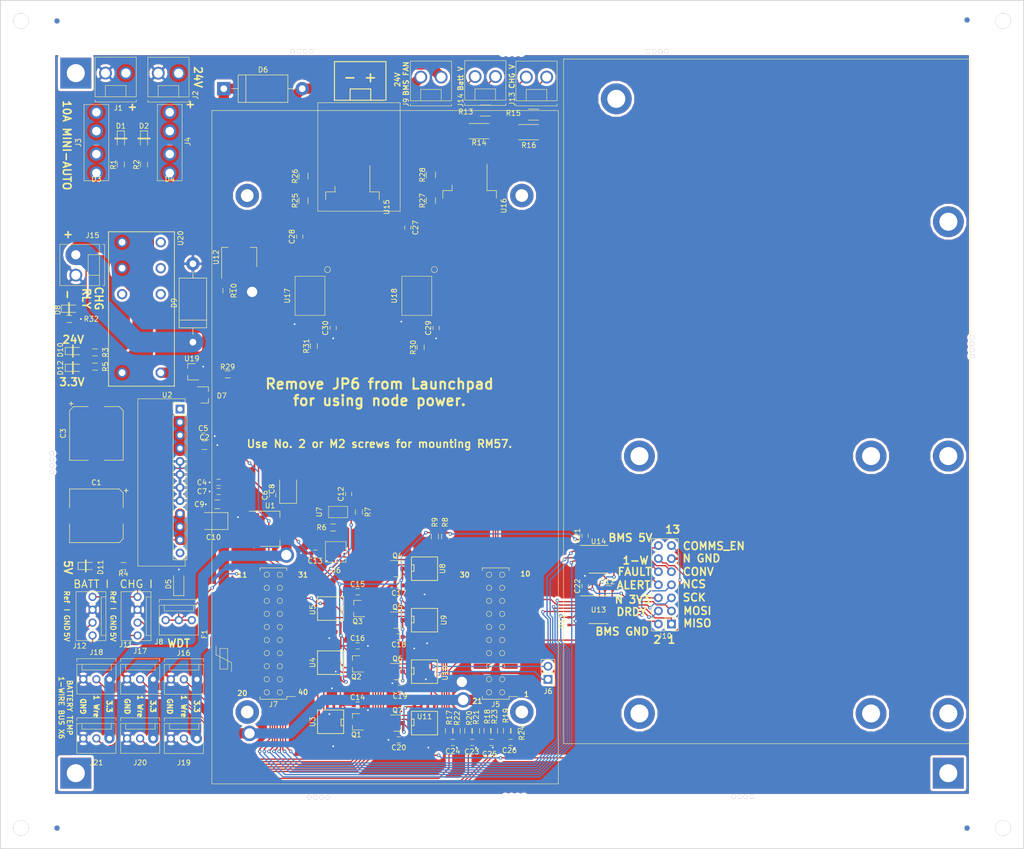
<source format=kicad_pcb>
(kicad_pcb (version 20170123) (host pcbnew "(2017-07-04 revision 1724f902a)-makepkg")
  (layers (0 F.Cu signal) (31 B.Cu signal) (34 B.Paste user) (35 F.Paste user) (36 B.SilkS user) (37 F.SilkS user) (38 B.Mask user) (39 F.Mask user) (44 Edge.Cuts user))
  (net 0 "")
  (net 1 +5V)
  (net 2 GND)
  (net 3 +24V)
  (net 4 +3V3)
  (net 5 "/Charger Interface/CHG_I_REF")
  (net 6 "/Charger Interface/CHG_I")
  (net 7 "/Charger Interface/BATT_I_REF")
  (net 8 "/Charger Interface/BATT_I")
  (net 9 "Net-(C27-Pad1)")
  (net 10 CHARGE_N_HOT)
  (net 11 BATT_N_HOT)
  (net 12 "Net-(C28-Pad2)")
  (net 13 "Net-(D1-Pad2)")
  (net 14 "Net-(D2-Pad2)")
  (net 15 "Net-(D3-Pad2)")
  (net 16 "Net-(D4-Pad2)")
  (net 17 "/DC Watchdog/DC_WATCHDOG")
  (net 18 "Net-(D6-Pad2)")
  (net 19 "Net-(D7-Pad2)")
  (net 20 "Net-(D8-Pad2)")
  (net 21 "Net-(D8-Pad1)")
  (net 22 "Net-(D10-Pad2)")
  (net 23 "Net-(D11-Pad2)")
  (net 24 "Net-(D12-Pad2)")
  (net 25 "Net-(F1-Pad2)")
  (net 26 "Net-(J1-Pad2)")
  (net 27 "Net-(J2-Pad2)")
  (net 28 "Net-(J5-Pad1)")
  (net 29 "Net-(J5-Pad2)")
  (net 30 "Net-(J5-Pad3)")
  (net 31 "Net-(J5-Pad4)")
  (net 32 "/BMS Interface/BMS_COMMS_EN")
  (net 33 "Net-(J5-Pad6)")
  (net 34 "/BMS Interface/BMS_SCK")
  (net 35 "/RM57 Core/CHG_RLY")
  (net 36 "Net-(J5-Pad9)")
  (net 37 "Net-(J5-Pad10)")
  (net 38 "/I2C Devices/I2C2_SCL")
  (net 39 "/I2C Devices/I2C2_SDA")
  (net 40 "/BMS Interface/BMS_ALERT")
  (net 41 "/I2C Devices/I2C1_SCL")
  (net 42 "/I2C Devices/I2C1_SDA")
  (net 43 "/BMS Interface/BMS_MISO")
  (net 44 "/BMS Interface/BMS_MOSI")
  (net 45 "Net-(J7-Pad16)")
  (net 46 "/BMS Interface/BMS_NCS")
  (net 47 "Net-(J7-Pad20)")
  (net 48 "Net-(J10-Pad1)")
  (net 49 "Net-(J10-Pad2)")
  (net 50 "Net-(J10-Pad3)")
  (net 51 "Net-(J10-Pad4)")
  (net 52 "Net-(J10-Pad5)")
  (net 53 "Net-(J10-Pad7)")
  (net 54 "Net-(J10-Pad8)")
  (net 55 "Net-(J10-Pad9)")
  (net 56 "Net-(J10-Pad10)")
  (net 57 "/BMS Interface/1-Wire")
  (net 58 "Net-(J10-Pad14)")
  (net 59 CHARGE_P_HOT)
  (net 60 BATT_P_HOT)
  (net 61 "/1-Wire Connectors/ONE_WIRE_BATT_1_3")
  (net 62 "/1-Wire Connectors/ONE_WIRE_BATT_4_6")
  (net 63 "/1-Wire Connectors/ONE_WIRE_BATT_7_9")
  (net 64 "/1-Wire Connectors/ONE_WIRE_BATT_10_12")
  (net 65 "/1-Wire Connectors/ONE_WIRE_BATT_13_15")
  (net 66 "/1-Wire Connectors/ONE_WIRE_BATT_16_18")
  (net 67 "Net-(Q1-Pad1)")
  (net 68 "Net-(Q2-Pad1)")
  (net 69 "Net-(Q3-Pad1)")
  (net 70 "Net-(Q4-Pad1)")
  (net 71 "Net-(Q5-Pad1)")
  (net 72 "Net-(Q6-Pad1)")
  (net 73 "Net-(Q7-Pad1)")
  (net 74 "Net-(R10-Pad1)")
  (net 75 "/BMS Interface/BMS_FAN")
  (net 76 "Net-(R13-Pad2)")
  (net 77 "Net-(R15-Pad1)")
  (net 78 "Net-(R25-Pad2)")
  (net 79 "Net-(R27-Pad2)")
  (net 80 "Net-(R29-Pad1)")
  (net 81 "/Charger Interface/CHG_VOLT")
  (net 82 "Net-(R30-Pad2)")
  (net 83 "/Charger Interface/BATT_VOLT")
  (net 84 "Net-(R31-Pad2)")
  (net 85 "Net-(U2-Pad1)")
  (net 86 "Net-(U2-Pad12)")
  (net 87 "Net-(U6-Pad10)")
  (net 88 "Net-(U7-Pad6)")
  (net 89 "Net-(U7-Pad3)")
  (net 90 "/BMS Interface/BMS_DRDY")
  (net 91 "Net-(U13-Pad7)")
  (net 92 "Net-(U13-Pad10)")
  (net 93 "/BMS Interface/BMS_CONV")
  (net 94 "Net-(U14-Pad3)")
  (net 95 "/BMS Interface/BMS_FAULT")
  (net 96 "Net-(U14-Pad6)")
  (net 97 "Net-(U14-Pad7)")
  (net 98 "Net-(U14-Pad10)")
  (net 99 "Net-(U14-Pad11)")
  (net 100 "Net-(U14-Pad14)")
  (net 101 "Net-(U17-Pad6)")
  (net 102 "Net-(U18-Pad6)")
  (net 103 "Net-(U20-Pad24)")
  (net 104 "Net-(U20-Pad21)")
  (net 105 "Net-(U20-Pad22)")
  (net 106 "Net-(U20-Pad12)")
  (net 107 "Net-(J5-Pad29)")
  (net 108 "Net-(J5-Pad30)")
  (net 109 "Net-(J7-Pad37)")
  (net 110 "Net-(J7-Pad36)")
  (net 111 "Net-(J7-Pad35)")
  (net 112 "Net-(C23-Pad1)")
  (net 113 "Net-(C24-Pad1)")
  (net 114 "Net-(C25-Pad1)")
  (net 115 "Net-(C26-Pad1)")
  (net 116 "Net-(J7-Pad17)")
  (net 117 "Net-(J7-Pad34)")
  (net 118 "Net-(J7-Pad33)")
  (net 119 "Net-(J7-Pad32)")
  (module rLoop_Footprints:Fiducial_1mm (layer F.Cu) (at 206.4 174.4)
    (fp_text reference REF** hide)
    (fp_text value Fiducial_1mm hide)
    (pad 0 smd circle (at 0 0) (size 1 1) (layers F.Cu F.Paste F.Mask))
  )
  (module rLoop_Footprints:Fiducial_1mm (layer F.Cu) (at 29.6 174.4)
    (fp_text reference REF** hide)
    (fp_text value Fiducial_1mm hide)
    (pad 0 smd circle (at 0 0) (size 1 1) (layers F.Cu F.Paste F.Mask))
  )
  (module rLoop_Footprints:Fiducial_1mm (layer F.Cu) (at 29.6 17.6)
    (fp_text reference REF** hide)
    (fp_text value Fiducial_1mm hide)
    (pad 0 smd circle (at 0 0) (size 1 1) (layers F.Cu F.Paste F.Mask))
  )
  (module rLoop_Footprints:Fiducial_1mm (layer F.Cu) (at 206.4 17.4)
    (fp_text reference REF** hide)
    (fp_text value Fiducial_1mm hide)
    (pad 0 smd circle (at 0 0) (size 1 1) (layers F.Cu F.Paste F.Mask))
  )
  (module rLoop_Footprints:mouse_bite (layer F.Cu) (at 77.2 23.5)
    (fp_text reference REF** hide)
    (fp_text value mouse_bite hide)
    (pad 0 thru_hole circle (at -1.8 0) (size 0.8 0.8) (drill 0.8) (layers *.Cu *.Mask))
    (pad 0 thru_hole circle (at 1.8 0) (size 0.8 0.8) (drill 0.8) (layers *.Cu *.Mask))
    (pad 0 thru_hole circle (at 0.6 0) (size 0.8 0.8) (drill 0.8) (layers *.Cu *.Mask))
    (pad 0 thru_hole circle (at -0.6 0) (size 0.8 0.8) (drill 0.8) (layers *.Cu *.Mask))
  )
  (module rLoop_Footprints:mouse_bite (layer F.Cu) (at 80.4 168.4)
    (fp_text reference REF** hide)
    (fp_text value mouse_bite hide)
    (pad 0 thru_hole circle (at -1.8 0) (size 0.8 0.8) (drill 0.8) (layers *.Cu *.Mask))
    (pad 0 thru_hole circle (at 1.8 0) (size 0.8 0.8) (drill 0.8) (layers *.Cu *.Mask))
    (pad 0 thru_hole circle (at 0.6 0) (size 0.8 0.8) (drill 0.8) (layers *.Cu *.Mask))
    (pad 0 thru_hole circle (at -0.6 0) (size 0.8 0.8) (drill 0.8) (layers *.Cu *.Mask))
  )
  (module rLoop_Footprints:tooling_3mm (layer F.Cu) (at 22.6 17.6)
    (fp_text reference REF** hide)
    (fp_text value tooling_3mm hide)
    (pad 1 thru_hole circle (at 0 0) (size 3 3) (drill 3) (layers *.Cu *.Mask))
  )
  (module rLoop_Footprints:tooling_3mm (layer F.Cu) (at 213.4 17.6)
    (fp_text reference REF** hide)
    (fp_text value tooling_3mm hide)
    (pad 1 thru_hole circle (at 0 0) (size 3 3) (drill 3) (layers *.Cu *.Mask))
  )
  (module rLoop_Footprints:tooling_3mm (layer F.Cu) (at 213.4 174.4)
    (fp_text reference REF** hide)
    (fp_text value tooling_3mm hide)
    (pad 1 thru_hole circle (at 0 0) (size 3 3) (drill 3) (layers *.Cu *.Mask))
  )
  (module rLoop_Footprints:tooling_3mm (layer F.Cu) (at 22.6 174.4)
    (fp_text reference REF** hide)
    (fp_text value tooling_3mm hide)
    (pad 1 thru_hole circle (at 0 0) (size 3 3) (drill 3) (layers *.Cu *.Mask))
  )
  (module rLoop_Footprints:mouse_bite (layer F.Cu) (at 28.6 103.4 90)
    (fp_text reference REF** hide)
    (fp_text value mouse_bite hide)
    (pad 0 thru_hole circle (at -0.6 0 90) (size 0.8 0.8) (drill 0.8) (layers *.Cu *.Mask))
    (pad 0 thru_hole circle (at 0.6 0 90) (size 0.8 0.8) (drill 0.8) (layers *.Cu *.Mask))
    (pad 0 thru_hole circle (at 1.8 0 90) (size 0.8 0.8) (drill 0.8) (layers *.Cu *.Mask))
    (pad 0 thru_hole circle (at -1.8 0 90) (size 0.8 0.8) (drill 0.8) (layers *.Cu *.Mask))
  )
  (module rLoop_Footprints:mouse_bite (layer F.Cu) (at 162.8 168.3)
    (fp_text reference REF** hide)
    (fp_text value mouse_bite hide)
    (pad 0 thru_hole circle (at -0.6 0) (size 0.8 0.8) (drill 0.8) (layers *.Cu *.Mask))
    (pad 0 thru_hole circle (at 0.6 0) (size 0.8 0.8) (drill 0.8) (layers *.Cu *.Mask))
    (pad 0 thru_hole circle (at 1.8 0) (size 0.8 0.8) (drill 0.8) (layers *.Cu *.Mask))
    (pad 0 thru_hole circle (at -1.8 0) (size 0.8 0.8) (drill 0.8) (layers *.Cu *.Mask))
  )
  (module SMD_Packages:SOIC-8-N (layer F.Cu) (at 101 144)
    (fp_text reference U10 (at 4 0.25 90) (layer F.SilkS))
    (fp_text value DS2482S-100+T&R)
    (pad 8 smd rect (at -1.905 -3.175) (size 0.508 1.143) (layers F.Cu F.Paste F.Mask) (net 2 GND))
    (pad 7 smd rect (at -0.635 -3.175) (size 0.508 1.143) (layers F.Cu F.Paste F.Mask) (net 4 +3V3))
    (pad 6 smd rect (at 0.635 -3.175) (size 0.508 1.143) (layers F.Cu F.Paste F.Mask) (net 72 "Net-(Q6-Pad1)"))
    (pad 5 smd rect (at 1.905 -3.175) (size 0.508 1.143) (layers F.Cu F.Paste F.Mask) (net 39 "/I2C Devices/I2C2_SDA"))
    (pad 4 smd rect (at 1.905 3.175) (size 0.508 1.143) (layers F.Cu F.Paste F.Mask) (net 38 "/I2C Devices/I2C2_SCL"))
    (pad 3 smd rect (at 0.635 3.175) (size 0.508 1.143) (layers F.Cu F.Paste F.Mask) (net 2 GND))
    (pad 2 smd rect (at -0.635 3.175) (size 0.508 1.143) (layers F.Cu F.Paste F.Mask) (net 66 "/1-Wire Connectors/ONE_WIRE_BATT_16_18"))
    (pad 1 smd rect (at -1.905 3.175) (size 0.508 1.143) (layers F.Cu F.Paste F.Mask) (net 4 +3V3))
  )
  (module Capacitors_SMD:CP_Elec_10x10 (layer F.Cu) (at 37.25 113.73 180)
    (fp_text reference C1 (at 0 6.46 180) (layer F.SilkS))
    (fp_text value "330uF / 35V / 20% / SMD 10x10")
    (fp_text user + (at -5.78 4.97 180) (layer F.SilkS))
    (pad 1 smd rect (at -4 0) (size 4 2.5) (layers F.Cu F.Paste F.Mask) (net 1 +5V))
    (pad 2 smd rect (at 4 0) (size 4 2.5) (layers F.Cu F.Paste F.Mask) (net 2 GND))
  )
  (module Capacitors_SMD:C_0805 (layer F.Cu) (at 58.25 100)
    (fp_text reference C2 (at 0 -1.5) (layer F.SilkS))
    (fp_text value "1uF / 50V / 10% / SMD 0805")
    (pad 1 smd rect (at -1 0) (size 1 1.25) (layers F.Cu F.Paste F.Mask) (net 3 +24V))
    (pad 2 smd rect (at 1 0) (size 1 1.25) (layers F.Cu F.Paste F.Mask) (net 2 GND))
  )
  (module Capacitors_SMD:CP_Elec_10x10 (layer F.Cu) (at 37.25 97.73 270)
    (fp_text reference C3 (at 0 6.46 270) (layer F.SilkS))
    (fp_text value "330uF / 35V / 20% / SMD 10x10")
    (fp_text user + (at -5.78 4.97 270) (layer F.SilkS))
    (pad 1 smd rect (at -4 0 90) (size 4 2.5) (layers F.Cu F.Paste F.Mask) (net 3 +24V))
    (pad 2 smd rect (at 4 0 90) (size 4 2.5) (layers F.Cu F.Paste F.Mask) (net 2 GND))
  )
  (module Capacitors_SMD:C_0603 (layer F.Cu) (at 61 107.23 180)
    (fp_text reference C4 (at 3.25 -0.02 180) (layer F.SilkS))
    (fp_text value "100n / 50V / 10% / SMD 0603")
    (pad 1 smd rect (at -0.75 0 180) (size 0.8 0.75) (layers F.Cu F.Paste F.Mask) (net 1 +5V))
    (pad 2 smd rect (at 0.75 0 180) (size 0.8 0.75) (layers F.Cu F.Paste F.Mask) (net 2 GND))
  )
  (module Capacitors_SMD:C_0603 (layer F.Cu) (at 58 98.25)
    (fp_text reference C5 (at 0 -1.5) (layer F.SilkS))
    (fp_text value "100n / 50V / 10% / SMD 0603")
    (pad 1 smd rect (at -0.75 0) (size 0.8 0.75) (layers F.Cu F.Paste F.Mask) (net 3 +24V))
    (pad 2 smd rect (at 0.75 0) (size 0.8 0.75) (layers F.Cu F.Paste F.Mask) (net 2 GND))
  )
  (module Capacitors_SMD:C_0603 (layer F.Cu) (at 71.5 109.75 90)
    (fp_text reference C6 (at 0 -1.5 90) (layer F.SilkS))
    (fp_text value "100n / 50V / 10% / SMD 0603")
    (pad 1 smd rect (at -0.75 0 90) (size 0.8 0.75) (layers F.Cu F.Paste F.Mask) (net 4 +3V3))
    (pad 2 smd rect (at 0.75 0 90) (size 0.8 0.75) (layers F.Cu F.Paste F.Mask) (net 2 GND))
  )
  (module Capacitors_SMD:C_0603 (layer F.Cu) (at 61 109 180)
    (fp_text reference C7 (at 3.25 0 180) (layer F.SilkS))
    (fp_text value "100n / 50V / 10% / SMD 0603")
    (pad 1 smd rect (at -0.75 0 180) (size 0.8 0.75) (layers F.Cu F.Paste F.Mask) (net 1 +5V))
    (pad 2 smd rect (at 0.75 0 180) (size 0.8 0.75) (layers F.Cu F.Paste F.Mask) (net 2 GND))
  )
  (module Capacitors_Tantalum_SMD:CP_Tantalum_Case-T_EIA-3528-12_Reflow (layer F.Cu) (at 74.5 108.5 90)
    (fp_text reference C8 (at 0 -3.15 90) (layer F.SilkS))
    (fp_text value "22uF / 16V / 10% / SMD TC3528")
    (pad 1 smd rect (at -1.525 0 90) (size 1.95 2.5) (layers F.Cu F.Paste F.Mask) (net 4 +3V3))
    (pad 2 smd rect (at 1.525 0 90) (size 1.95 2.5) (layers F.Cu F.Paste F.Mask) (net 2 GND))
  )
  (module Capacitors_SMD:C_0805 (layer F.Cu) (at 60.75 111.5 180)
    (fp_text reference C9 (at 3.5 0 180) (layer F.SilkS))
    (fp_text value "1uF / 50V / 10% / SMD 0805")
    (pad 1 smd rect (at -1 0 180) (size 1 1.25) (layers F.Cu F.Paste F.Mask) (net 1 +5V))
    (pad 2 smd rect (at 1 0 180) (size 1 1.25) (layers F.Cu F.Paste F.Mask) (net 2 GND))
  )
  (module Capacitors_Tantalum_SMD:CP_Tantalum_Case-T_EIA-3528-12_Reflow (layer F.Cu) (at 60 114.75 180)
    (fp_text reference C10 (at 0 -3.15 180) (layer F.SilkS))
    (fp_text value "22uF / 16V / 10% / SMD TC3528")
    (pad 1 smd rect (at -1.525 0 180) (size 1.95 2.5) (layers F.Cu F.Paste F.Mask) (net 1 +5V))
    (pad 2 smd rect (at 1.525 0 180) (size 1.95 2.5) (layers F.Cu F.Paste F.Mask) (net 2 GND))
  )
  (module Capacitors_SMD:C_0603 (layer F.Cu) (at 86.25 109.5 90)
    (fp_text reference C12 (at 0 -1.5 90) (layer F.SilkS))
    (fp_text value "100n / 50V / 10% / SMD 0603")
    (pad 1 smd rect (at -0.75 0 90) (size 0.8 0.75) (layers F.Cu F.Paste F.Mask) (net 4 +3V3))
    (pad 2 smd rect (at 0.75 0 90) (size 0.8 0.75) (layers F.Cu F.Paste F.Mask) (net 2 GND))
  )
  (module Capacitors_SMD:C_0603 (layer F.Cu) (at 79.75 121 180)
    (fp_text reference C13 (at 0 -1.5 180) (layer F.SilkS))
    (fp_text value "100n / 50V / 10% / SMD 0603")
    (pad 1 smd rect (at -0.75 0 180) (size 0.8 0.75) (layers F.Cu F.Paste F.Mask) (net 4 +3V3))
    (pad 2 smd rect (at 0.75 0 180) (size 0.8 0.75) (layers F.Cu F.Paste F.Mask) (net 2 GND))
  )
  (module Capacitors_SMD:C_0603 (layer F.Cu) (at 88 150.5)
    (fp_text reference C14 (at 0 -1.5) (layer F.SilkS))
    (fp_text value "100n / 50V / 10% / SMD 0603")
    (pad 1 smd rect (at -0.75 0) (size 0.8 0.75) (layers F.Cu F.Paste F.Mask) (net 4 +3V3))
    (pad 2 smd rect (at 0.75 0) (size 0.8 0.75) (layers F.Cu F.Paste F.Mask) (net 2 GND))
  )
  (module Capacitors_SMD:C_0603 (layer F.Cu) (at 88 128.5)
    (fp_text reference C15 (at 0 -1.5) (layer F.SilkS))
    (fp_text value "100n / 50V / 10% / SMD 0603")
    (pad 1 smd rect (at -0.75 0) (size 0.8 0.75) (layers F.Cu F.Paste F.Mask) (net 4 +3V3))
    (pad 2 smd rect (at 0.75 0) (size 0.8 0.75) (layers F.Cu F.Paste F.Mask) (net 2 GND))
  )
  (module Capacitors_SMD:C_0603 (layer F.Cu) (at 88 139)
    (fp_text reference C16 (at 0 -1.5) (layer F.SilkS))
    (fp_text value "100n / 50V / 10% / SMD 0603")
    (pad 1 smd rect (at -0.75 0) (size 0.8 0.75) (layers F.Cu F.Paste F.Mask) (net 4 +3V3))
    (pad 2 smd rect (at 0.75 0) (size 0.8 0.75) (layers F.Cu F.Paste F.Mask) (net 2 GND))
  )
  (module Capacitors_SMD:C_0603 (layer F.Cu) (at 96 127.25 180)
    (fp_text reference C17 (at 0 -1.5 180) (layer F.SilkS))
    (fp_text value "100n / 50V / 10% / SMD 0603")
    (pad 1 smd rect (at -0.75 0 180) (size 0.8 0.75) (layers F.Cu F.Paste F.Mask) (net 4 +3V3))
    (pad 2 smd rect (at 0.75 0 180) (size 0.8 0.75) (layers F.Cu F.Paste F.Mask) (net 2 GND))
  )
  (module Capacitors_SMD:C_0603 (layer F.Cu) (at 96 137.25 180)
    (fp_text reference C18 (at 0 -1.5 180) (layer F.SilkS))
    (fp_text value "100n / 50V / 10% / SMD 0603")
    (pad 1 smd rect (at -0.75 0 180) (size 0.8 0.75) (layers F.Cu F.Paste F.Mask) (net 4 +3V3))
    (pad 2 smd rect (at 0.75 0 180) (size 0.8 0.75) (layers F.Cu F.Paste F.Mask) (net 2 GND))
  )
  (module Capacitors_SMD:C_0603 (layer F.Cu) (at 96.25 147.25 180)
    (fp_text reference C19 (at 0 -1.5 180) (layer F.SilkS))
    (fp_text value "100n / 50V / 10% / SMD 0603")
    (pad 1 smd rect (at -0.75 0 180) (size 0.8 0.75) (layers F.Cu F.Paste F.Mask) (net 4 +3V3))
    (pad 2 smd rect (at 0.75 0 180) (size 0.8 0.75) (layers F.Cu F.Paste F.Mask) (net 2 GND))
  )
  (module Capacitors_SMD:C_0603 (layer F.Cu) (at 96 157.25 180)
    (fp_text reference C20 (at 0 -1.5 180) (layer F.SilkS))
    (fp_text value "100n / 50V / 10% / SMD 0603")
    (pad 1 smd rect (at -0.75 0 180) (size 0.8 0.75) (layers F.Cu F.Paste F.Mask) (net 4 +3V3))
    (pad 2 smd rect (at 0.75 0 180) (size 0.8 0.75) (layers F.Cu F.Paste F.Mask) (net 2 GND))
  )
  (module Capacitors_SMD:C_0603 (layer F.Cu) (at 132.2 117.6 90)
    (fp_text reference C21 (at 0 -1.5 90) (layer F.SilkS))
    (fp_text value "100n / 50V / 10% / SMD 0603")
    (pad 1 smd rect (at -0.75 0 90) (size 0.8 0.75) (layers F.Cu F.Paste F.Mask) (net 4 +3V3))
    (pad 2 smd rect (at 0.75 0 90) (size 0.8 0.75) (layers F.Cu F.Paste F.Mask) (net 2 GND))
  )
  (module Capacitors_SMD:C_0603 (layer F.Cu) (at 132.2 127.4 90)
    (fp_text reference C22 (at 0 -1.5 90) (layer F.SilkS))
    (fp_text value "100n / 50V / 10% / SMD 0603")
    (pad 1 smd rect (at -0.75 0 90) (size 0.8 0.75) (layers F.Cu F.Paste F.Mask) (net 4 +3V3))
    (pad 2 smd rect (at 0.75 0 90) (size 0.8 0.75) (layers F.Cu F.Paste F.Mask) (net 2 GND))
  )
  (module Capacitors_SMD:C_0603 (layer F.Cu) (at 110.25 157.75)
    (fp_text reference C23 (at -0.06 1.81) (layer F.SilkS))
    (fp_text value "200 nF / 50V / SMD 0603")
    (pad 1 smd rect (at -0.75 0) (size 0.8 0.75) (layers F.Cu F.Paste F.Mask) (net 112 "Net-(C23-Pad1)"))
    (pad 2 smd rect (at 0.75 0) (size 0.8 0.75) (layers F.Cu F.Paste F.Mask) (net 2 GND))
  )
  (module Capacitors_SMD:C_0603 (layer F.Cu) (at 106.5 157.75)
    (fp_text reference C24 (at -0.01 1.74) (layer F.SilkS))
    (fp_text value "200 nF / 50V / SMD 0603")
    (pad 1 smd rect (at -0.75 0) (size 0.8 0.75) (layers F.Cu F.Paste F.Mask) (net 113 "Net-(C24-Pad1)"))
    (pad 2 smd rect (at 0.75 0) (size 0.8 0.75) (layers F.Cu F.Paste F.Mask) (net 2 GND))
  )
  (module Capacitors_SMD:C_0603 (layer F.Cu) (at 114 157.75)
    (fp_text reference C25 (at -0.35 2.27) (layer F.SilkS))
    (fp_text value "200 nF / 50V / SMD 0603")
    (pad 1 smd rect (at -0.75 0) (size 0.8 0.75) (layers F.Cu F.Paste F.Mask) (net 114 "Net-(C25-Pad1)"))
    (pad 2 smd rect (at 0.75 0) (size 0.8 0.75) (layers F.Cu F.Paste F.Mask) (net 2 GND))
  )
  (module Capacitors_SMD:C_0603 (layer F.Cu) (at 117.75 157.75)
    (fp_text reference C26 (at -0.25 1.55) (layer F.SilkS))
    (fp_text value "200 nF / 50V / SMD 0603")
    (pad 1 smd rect (at -0.75 0) (size 0.8 0.75) (layers F.Cu F.Paste F.Mask) (net 115 "Net-(C26-Pad1)"))
    (pad 2 smd rect (at 0.75 0) (size 0.8 0.75) (layers F.Cu F.Paste F.Mask) (net 2 GND))
  )
  (module Capacitors_SMD:C_0603 (layer F.Cu) (at 97.75 57.75 270)
    (fp_text reference C27 (at 0 -1.5 270) (layer F.SilkS))
    (fp_text value "100nF / 50V / 10% / SMD 0603")
    (pad 1 smd rect (at -0.75 0 270) (size 0.8 0.75) (layers F.Cu F.Paste F.Mask) (net 9 "Net-(C27-Pad1)"))
    (pad 2 smd rect (at 0.75 0 270) (size 0.8 0.75) (layers F.Cu F.Paste F.Mask) (net 10 CHARGE_N_HOT))
  )
  (module Capacitors_SMD:C_0603 (layer F.Cu) (at 76.75 59.5 90)
    (fp_text reference C28 (at 0 -1.5 90) (layer F.SilkS))
    (fp_text value "100nF / 50V / 10% / SMD 0603")
    (pad 1 smd rect (at -0.75 0 90) (size 0.8 0.75) (layers F.Cu F.Paste F.Mask) (net 11 BATT_N_HOT))
    (pad 2 smd rect (at 0.75 0 90) (size 0.8 0.75) (layers F.Cu F.Paste F.Mask) (net 12 "Net-(C28-Pad2)"))
  )
  (module Capacitors_SMD:C_0603 (layer F.Cu) (at 103.25 77.25 90)
    (fp_text reference C29 (at 0 -1.5 90) (layer F.SilkS))
    (fp_text value "100nF / 50V / 10% / SMD 0603")
    (pad 1 smd rect (at -0.75 0 90) (size 0.8 0.75) (layers F.Cu F.Paste F.Mask) (net 2 GND))
    (pad 2 smd rect (at 0.75 0 90) (size 0.8 0.75) (layers F.Cu F.Paste F.Mask) (net 4 +3V3))
  )
  (module Capacitors_SMD:C_0603 (layer F.Cu) (at 83.25 77.25 90)
    (fp_text reference C30 (at 0 -1.5 90) (layer F.SilkS))
    (fp_text value "100nF / 50V / 10% / SMD 0603")
    (pad 1 smd rect (at -0.75 0 90) (size 0.8 0.75) (layers F.Cu F.Paste F.Mask) (net 2 GND))
    (pad 2 smd rect (at 0.75 0 90) (size 0.8 0.75) (layers F.Cu F.Paste F.Mask) (net 4 +3V3))
  )
  (module Diodes_SMD:D_SOD-123 (layer F.Cu) (at 53.25 127 90)
    (fp_text reference D5 (at 0 -2 90) (layer F.SilkS))
    (fp_text value "SMF6.5A / SOD-123")
    (pad 1 smd rect (at -1.65 0 90) (size 0.9 1.2) (layers F.Cu F.Paste F.Mask) (net 17 "/DC Watchdog/DC_WATCHDOG"))
    (pad 2 smd rect (at 1.65 0 90) (size 0.9 1.2) (layers F.Cu F.Paste F.Mask) (net 2 GND))
  )
  (module Diodes_SMD:D_SOT-23_ANK (layer F.Cu) (at 58.25 90.25)
    (fp_text reference D7 (at 3.35 0.15) (layer F.SilkS))
    (fp_text value BAS16)
    (pad 2 smd rect (at -1 -0.95) (size 0.9 0.8) (layers F.Cu F.Paste F.Mask) (net 19 "Net-(D7-Pad2)"))
    (pad "" smd rect (at -1 0.95) (size 0.9 0.8) (layers F.Cu F.Paste F.Mask))
    (pad 1 smd rect (at 1 0) (size 0.9 0.8) (layers F.Cu F.Paste F.Mask) (net 3 +24V))
  )
  (module Pin_Headers:Pin_Header_Straight_2x07_Pitch2.54mm (layer F.Cu) (at 148.97 134.75 180)
    (fp_text reference J10 (at 1.27 -2.33 180) (layer F.SilkS))
    (fp_text value 5-534998-7)
    (pad 1 thru_hole rect (at 0 0 180) (size 1.7 1.7) (drill 1) (layers *.Cu *.Mask) (net 48 "Net-(J10-Pad1)"))
    (pad 2 thru_hole oval (at 2.54 0 180) (size 1.7 1.7) (drill 1) (layers *.Cu *.Mask) (net 49 "Net-(J10-Pad2)"))
    (pad 3 thru_hole oval (at 0 2.54 180) (size 1.7 1.7) (drill 1) (layers *.Cu *.Mask) (net 50 "Net-(J10-Pad3)"))
    (pad 4 thru_hole oval (at 2.54 2.54 180) (size 1.7 1.7) (drill 1) (layers *.Cu *.Mask) (net 51 "Net-(J10-Pad4)"))
    (pad 5 thru_hole oval (at 0 5.08 180) (size 1.7 1.7) (drill 1) (layers *.Cu *.Mask) (net 52 "Net-(J10-Pad5)"))
    (pad 6 thru_hole oval (at 2.54 5.08 180) (size 1.7 1.7) (drill 1) (layers *.Cu *.Mask) (net 4 +3V3))
    (pad 7 thru_hole oval (at 0 7.62 180) (size 1.7 1.7) (drill 1) (layers *.Cu *.Mask) (net 53 "Net-(J10-Pad7)"))
    (pad 8 thru_hole oval (at 2.54 7.62 180) (size 1.7 1.7) (drill 1) (layers *.Cu *.Mask) (net 54 "Net-(J10-Pad8)"))
    (pad 9 thru_hole oval (at 0 10.16 180) (size 1.7 1.7) (drill 1) (layers *.Cu *.Mask) (net 55 "Net-(J10-Pad9)"))
    (pad 10 thru_hole oval (at 2.54 10.16 180) (size 1.7 1.7) (drill 1) (layers *.Cu *.Mask) (net 56 "Net-(J10-Pad10)"))
    (pad 11 thru_hole oval (at 0 12.7 180) (size 1.7 1.7) (drill 1) (layers *.Cu *.Mask) (net 2 GND))
    (pad 12 thru_hole oval (at 2.54 12.7 180) (size 1.7 1.7) (drill 1) (layers *.Cu *.Mask) (net 57 "/BMS Interface/1-Wire"))
    (pad 13 thru_hole oval (at 0 15.24 180) (size 1.7 1.7) (drill 1) (layers *.Cu *.Mask) (net 32 "/BMS Interface/BMS_COMMS_EN"))
    (pad 14 thru_hole oval (at 2.54 15.24 180) (size 1.7 1.7) (drill 1) (layers *.Cu *.Mask) (net 58 "Net-(J10-Pad14)"))
  )
  (module TO_SOT_Packages_SMD:SOT-23 (layer F.Cu) (at 87.75 153.75 180)
    (fp_text reference Q1 (at 0 -2.5 180) (layer F.SilkS))
    (fp_text value BSS84)
    (pad 1 smd rect (at -1 -0.95 180) (size 0.9 0.8) (layers F.Cu F.Paste F.Mask) (net 67 "Net-(Q1-Pad1)"))
    (pad 2 smd rect (at -1 0.95 180) (size 0.9 0.8) (layers F.Cu F.Paste F.Mask) (net 61 "/1-Wire Connectors/ONE_WIRE_BATT_1_3"))
    (pad 3 smd rect (at 1 0 180) (size 0.9 0.8) (layers F.Cu F.Paste F.Mask) (net 4 +3V3))
  )
  (module TO_SOT_Packages_SMD:SOT-23 (layer F.Cu) (at 87.75 142.5 180)
    (fp_text reference Q2 (at 0 -2.5 180) (layer F.SilkS))
    (fp_text value BSS84)
    (pad 1 smd rect (at -1 -0.95 180) (size 0.9 0.8) (layers F.Cu F.Paste F.Mask) (net 68 "Net-(Q2-Pad1)"))
    (pad 2 smd rect (at -1 0.95 180) (size 0.9 0.8) (layers F.Cu F.Paste F.Mask) (net 62 "/1-Wire Connectors/ONE_WIRE_BATT_4_6"))
    (pad 3 smd rect (at 1 0 180) (size 0.9 0.8) (layers F.Cu F.Paste F.Mask) (net 4 +3V3))
  )
  (module TO_SOT_Packages_SMD:SOT-23 (layer F.Cu) (at 88 131.75 180)
    (fp_text reference Q3 (at 0 -2.5 180) (layer F.SilkS))
    (fp_text value BSS84)
    (pad 1 smd rect (at -1 -0.95 180) (size 0.9 0.8) (layers F.Cu F.Paste F.Mask) (net 69 "Net-(Q3-Pad1)"))
    (pad 2 smd rect (at -1 0.95 180) (size 0.9 0.8) (layers F.Cu F.Paste F.Mask) (net 63 "/1-Wire Connectors/ONE_WIRE_BATT_7_9"))
    (pad 3 smd rect (at 1 0 180) (size 0.9 0.8) (layers F.Cu F.Paste F.Mask) (net 4 +3V3))
  )
  (module TO_SOT_Packages_SMD:SOT-23 (layer F.Cu) (at 95.75 124)
    (fp_text reference Q4 (at 0 -2.5) (layer F.SilkS))
    (fp_text value BSS84)
    (pad 1 smd rect (at -1 -0.95) (size 0.9 0.8) (layers F.Cu F.Paste F.Mask) (net 70 "Net-(Q4-Pad1)"))
    (pad 2 smd rect (at -1 0.95) (size 0.9 0.8) (layers F.Cu F.Paste F.Mask) (net 64 "/1-Wire Connectors/ONE_WIRE_BATT_10_12"))
    (pad 3 smd rect (at 1 0) (size 0.9 0.8) (layers F.Cu F.Paste F.Mask) (net 4 +3V3))
  )
  (module TO_SOT_Packages_SMD:SOT-23 (layer F.Cu) (at 95.75 134)
    (fp_text reference Q5 (at 0 -2.5) (layer F.SilkS))
    (fp_text value BSS84)
    (pad 1 smd rect (at -1 -0.95) (size 0.9 0.8) (layers F.Cu F.Paste F.Mask) (net 71 "Net-(Q5-Pad1)"))
    (pad 2 smd rect (at -1 0.95) (size 0.9 0.8) (layers F.Cu F.Paste F.Mask) (net 65 "/1-Wire Connectors/ONE_WIRE_BATT_13_15"))
    (pad 3 smd rect (at 1 0) (size 0.9 0.8) (layers F.Cu F.Paste F.Mask) (net 4 +3V3))
  )
  (module TO_SOT_Packages_SMD:SOT-23 (layer F.Cu) (at 95.75 144)
    (fp_text reference Q6 (at 0 -2.5) (layer F.SilkS))
    (fp_text value BSS84)
    (pad 1 smd rect (at -1 -0.95) (size 0.9 0.8) (layers F.Cu F.Paste F.Mask) (net 72 "Net-(Q6-Pad1)"))
    (pad 2 smd rect (at -1 0.95) (size 0.9 0.8) (layers F.Cu F.Paste F.Mask) (net 66 "/1-Wire Connectors/ONE_WIRE_BATT_16_18"))
    (pad 3 smd rect (at 1 0) (size 0.9 0.8) (layers F.Cu F.Paste F.Mask) (net 4 +3V3))
  )
  (module TO_SOT_Packages_SMD:SOT-23 (layer F.Cu) (at 95.75 154)
    (fp_text reference Q7 (at 0 -2.5) (layer F.SilkS))
    (fp_text value BSS84)
    (pad 1 smd rect (at -1 -0.95) (size 0.9 0.8) (layers F.Cu F.Paste F.Mask) (net 73 "Net-(Q7-Pad1)"))
    (pad 2 smd rect (at -1 0.95) (size 0.9 0.8) (layers F.Cu F.Paste F.Mask) (net 57 "/BMS Interface/1-Wire"))
    (pad 3 smd rect (at 1 0) (size 0.9 0.8) (layers F.Cu F.Paste F.Mask) (net 4 +3V3))
  )
  (module Resistors_SMD:R_0603 (layer F.Cu) (at 42 45.5 90)
    (fp_text reference R1 (at 0 -1.45 90) (layer F.SilkS))
    (fp_text value "2.2K / 0.1W / 1% / SMD 0603")
    (pad 1 smd rect (at -0.75 0 90) (size 0.5 0.9) (layers F.Cu F.Paste F.Mask) (net 15 "Net-(D3-Pad2)"))
    (pad 2 smd rect (at 0.75 0 90) (size 0.5 0.9) (layers F.Cu F.Paste F.Mask) (net 13 "Net-(D1-Pad2)"))
  )
  (module Resistors_SMD:R_0603 (layer F.Cu) (at 46.5 45.5 90)
    (fp_text reference R2 (at 0 -1.45 90) (layer F.SilkS))
    (fp_text value "2.2K / 0.1W / 1% / SMD 0603")
    (pad 1 smd rect (at -0.75 0 90) (size 0.5 0.9) (layers F.Cu F.Paste F.Mask) (net 16 "Net-(D4-Pad2)"))
    (pad 2 smd rect (at 0.75 0 90) (size 0.5 0.9) (layers F.Cu F.Paste F.Mask) (net 14 "Net-(D2-Pad2)"))
  )
  (module Resistors_SMD:R_0603 (layer F.Cu) (at 37 81.98 180)
    (fp_text reference R3 (at -2 -0.02 270) (layer F.SilkS))
    (fp_text value "2.2K / 0.1W / 10% / SMD 0603")
    (pad 1 smd rect (at -0.75 0 180) (size 0.5 0.9) (layers F.Cu F.Paste F.Mask) (net 3 +24V))
    (pad 2 smd rect (at 0.75 0 180) (size 0.5 0.9) (layers F.Cu F.Paste F.Mask) (net 22 "Net-(D10-Pad2)"))
  )
  (module Resistors_SMD:R_0603 (layer F.Cu) (at 42.5 123.5 180)
    (fp_text reference R4 (at 0 -1.45 180) (layer F.SilkS))
    (fp_text value "500 / 0.1W / 10% / SMD 0603")
    (pad 1 smd rect (at -0.75 0 180) (size 0.5 0.9) (layers F.Cu F.Paste F.Mask) (net 1 +5V))
    (pad 2 smd rect (at 0.75 0 180) (size 0.5 0.9) (layers F.Cu F.Paste F.Mask) (net 23 "Net-(D11-Pad2)"))
  )
  (module Resistors_SMD:R_0603 (layer F.Cu) (at 37 84.75 180)
    (fp_text reference R5 (at -2 0 270) (layer F.SilkS))
    (fp_text value "300 / 0.1W / 10% / SMD 0603")
    (pad 1 smd rect (at -0.75 0 180) (size 0.5 0.9) (layers F.Cu F.Paste F.Mask) (net 4 +3V3))
    (pad 2 smd rect (at 0.75 0 180) (size 0.5 0.9) (layers F.Cu F.Paste F.Mask) (net 24 "Net-(D12-Pad2)"))
  )
  (module Resistors_SMD:R_0603 (layer F.Cu) (at 83.25 116)
    (fp_text reference R6 (at -2.25 0) (layer F.SilkS))
    (fp_text value "4.7K / 0.1W / 1% / SMD 0603")
    (pad 1 smd rect (at -0.75 0) (size 0.5 0.9) (layers F.Cu F.Paste F.Mask) (net 4 +3V3))
    (pad 2 smd rect (at 0.75 0) (size 0.5 0.9) (layers F.Cu F.Paste F.Mask) (net 41 "/I2C Devices/I2C1_SCL"))
  )
  (module Resistors_SMD:R_0603 (layer F.Cu) (at 88.25 113 90)
    (fp_text reference R7 (at 0 1.75 90) (layer F.SilkS))
    (fp_text value "4.7K / 0.1W / 1% / SMD 0603")
    (pad 1 smd rect (at -0.75 0 90) (size 0.5 0.9) (layers F.Cu F.Paste F.Mask) (net 42 "/I2C Devices/I2C1_SDA"))
    (pad 2 smd rect (at 0.75 0 90) (size 0.5 0.9) (layers F.Cu F.Paste F.Mask) (net 4 +3V3))
  )
  (module Resistors_SMD:R_0603 (layer F.Cu) (at 105 117.75 270)
    (fp_text reference R8 (at -2.75 0 270) (layer F.SilkS))
    (fp_text value "4.7K / 0.1W / 1% / SMD 0603")
    (pad 1 smd rect (at -0.75 0 270) (size 0.5 0.9) (layers F.Cu F.Paste F.Mask) (net 4 +3V3))
    (pad 2 smd rect (at 0.75 0 270) (size 0.5 0.9) (layers F.Cu F.Paste F.Mask) (net 38 "/I2C Devices/I2C2_SCL"))
  )
  (module Resistors_SMD:R_0603 (layer F.Cu) (at 103 117.75 270)
    (fp_text reference R9 (at -2.75 0 270) (layer F.SilkS))
    (fp_text value "4.7K / 0.1W / 1% / SMD 0603")
    (pad 1 smd rect (at -0.75 0 270) (size 0.5 0.9) (layers F.Cu F.Paste F.Mask) (net 4 +3V3))
    (pad 2 smd rect (at 0.75 0 270) (size 0.5 0.9) (layers F.Cu F.Paste F.Mask) (net 39 "/I2C Devices/I2C2_SDA"))
  )
  (module Resistors_SMD:R_0603 (layer F.Cu) (at 62.5 70 270)
    (fp_text reference R10 (at 0 -1.45 270) (layer F.SilkS))
    (fp_text value "100 / .1W / 10% / SMD 0603")
    (pad 1 smd rect (at -0.75 0 270) (size 0.5 0.9) (layers F.Cu F.Paste F.Mask) (net 74 "Net-(R10-Pad1)"))
    (pad 2 smd rect (at 0.75 0 270) (size 0.5 0.9) (layers F.Cu F.Paste F.Mask) (net 75 "/BMS Interface/BMS_FAN"))
  )
  (module Resistors_SMD:R_0603 (layer F.Cu) (at 129.2 134.2 90)
    (fp_text reference R11 (at 0 -1.45 90) (layer F.SilkS))
    (fp_text value "10K / .1W / 1% / SMD 0603")
    (pad 1 smd rect (at -0.75 0 90) (size 0.5 0.9) (layers F.Cu F.Paste F.Mask) (net 4 +3V3))
    (pad 2 smd rect (at 0.75 0 90) (size 0.5 0.9) (layers F.Cu F.Paste F.Mask) (net 46 "/BMS Interface/BMS_NCS"))
  )
  (module Resistors_SMD:R_0603 (layer F.Cu) (at 136.8 128 180)
    (fp_text reference R12 (at 0.25 1.5 180) (layer F.SilkS))
    (fp_text value "10K / .1W / 1% / SMD 0603")
    (pad 1 smd rect (at -0.75 0 180) (size 0.5 0.9) (layers F.Cu F.Paste F.Mask) (net 58 "Net-(J10-Pad14)"))
    (pad 2 smd rect (at 0.75 0 180) (size 0.5 0.9) (layers F.Cu F.Paste F.Mask) (net 51 "Net-(J10-Pad4)"))
  )
  (module Resistors_SMD:R_1206 (layer F.Cu) (at 112.8 35)
    (fp_text reference R13 (at -3.8 0.25) (layer F.SilkS))
    (fp_text value "300K / 0.5W / 1% / SMD 1206")
    (pad 1 smd rect (at -1.45 0) (size 0.9 1.7) (layers F.Cu F.Paste F.Mask) (net 60 BATT_P_HOT))
    (pad 2 smd rect (at 1.45 0) (size 0.9 1.7) (layers F.Cu F.Paste F.Mask) (net 76 "Net-(R13-Pad2)"))
  )
  (module Resistors_SMD:R_2010 (layer F.Cu) (at 111.6 39 180)
    (fp_text reference R14 (at 0 -2.25 180) (layer F.SilkS))
    (fp_text value "1K / 0.75W / 5% / 400V / SMD 2010")
    (pad 1 smd rect (at -2.45 0 180) (size 1 2.5) (layers F.Cu F.Paste F.Mask) (net 76 "Net-(R13-Pad2)"))
    (pad 2 smd rect (at 2.45 0 180) (size 1 2.5) (layers F.Cu F.Paste F.Mask) (net 11 BATT_N_HOT))
  )
  (module Resistors_SMD:R_1206 (layer F.Cu) (at 122.2 35.8 180)
    (fp_text reference R15 (at 3.95 0.3 180) (layer F.SilkS))
    (fp_text value "300K / 0.5W / 1% / SMD 1206")
    (pad 1 smd rect (at -1.45 0 180) (size 0.9 1.7) (layers F.Cu F.Paste F.Mask) (net 77 "Net-(R15-Pad1)"))
    (pad 2 smd rect (at 1.45 0 180) (size 0.9 1.7) (layers F.Cu F.Paste F.Mask) (net 59 CHARGE_P_HOT))
  )
  (module Resistors_SMD:R_2010 (layer F.Cu) (at 121.2 39.2)
    (fp_text reference R16 (at 0.05 2.55) (layer F.SilkS))
    (fp_text value "1K / 0.75W / 5% / 400V / SMD 2010")
    (pad 1 smd rect (at -2.45 0) (size 1 2.5) (layers F.Cu F.Paste F.Mask) (net 10 CHARGE_N_HOT))
    (pad 2 smd rect (at 2.45 0) (size 1 2.5) (layers F.Cu F.Paste F.Mask) (net 77 "Net-(R15-Pad1)"))
  )
  (module Resistors_SMD:R_0603 (layer F.Cu) (at 105.75 155.5 90)
    (fp_text reference R17 (at 2.57 0.05 90) (layer F.SilkS))
    (fp_text value "2K / .1 W / 1% / SMD 0603")
    (pad 1 smd rect (at -0.75 0 90) (size 0.5 0.9) (layers F.Cu F.Paste F.Mask) (net 113 "Net-(C24-Pad1)"))
    (pad 2 smd rect (at 0.75 0 90) (size 0.5 0.9) (layers F.Cu F.Paste F.Mask) (net 6 "/Charger Interface/CHG_I"))
  )
  (module Resistors_SMD:R_0603 (layer F.Cu) (at 113.25 155.5 90)
    (fp_text reference R18 (at 2.76 -0.05 90) (layer F.SilkS))
    (fp_text value "2K / .1 W / 1% / SMD 0603")
    (pad 1 smd rect (at -0.75 0 90) (size 0.5 0.9) (layers F.Cu F.Paste F.Mask) (net 114 "Net-(C25-Pad1)"))
    (pad 2 smd rect (at 0.75 0 90) (size 0.5 0.9) (layers F.Cu F.Paste F.Mask) (net 7 "/Charger Interface/BATT_I_REF"))
  )
  (module Resistors_SMD:R_0603 (layer F.Cu) (at 117 155.5 90)
    (fp_text reference R19 (at 2.95 -0.22 90) (layer F.SilkS))
    (fp_text value "2K / .1 W / 1% / SMD 0603")
    (pad 1 smd rect (at -0.75 0 90) (size 0.5 0.9) (layers F.Cu F.Paste F.Mask) (net 115 "Net-(C26-Pad1)"))
    (pad 2 smd rect (at 0.75 0 90) (size 0.5 0.9) (layers F.Cu F.Paste F.Mask) (net 8 "/Charger Interface/BATT_I"))
  )
  (module Resistors_SMD:R_0603 (layer F.Cu) (at 109.5 155.5 90)
    (fp_text reference R20 (at 2.49 0.19 90) (layer F.SilkS))
    (fp_text value "2K / .1 W / 1% / SMD 0603")
    (pad 1 smd rect (at -0.75 0 90) (size 0.5 0.9) (layers F.Cu F.Paste F.Mask) (net 112 "Net-(C23-Pad1)"))
    (pad 2 smd rect (at 0.75 0 90) (size 0.5 0.9) (layers F.Cu F.Paste F.Mask) (net 5 "/Charger Interface/CHG_I_REF"))
  )
  (module Resistors_SMD:R_0603 (layer F.Cu) (at 111 155.5 270)
    (fp_text reference R21 (at -2.64 -0.02 270) (layer F.SilkS))
    (fp_text value "10K / .1 W / 1% / SMD 0603")
    (pad 1 smd rect (at -0.75 0 270) (size 0.5 0.9) (layers F.Cu F.Paste F.Mask) (net 5 "/Charger Interface/CHG_I_REF"))
    (pad 2 smd rect (at 0.75 0 270) (size 0.5 0.9) (layers F.Cu F.Paste F.Mask) (net 2 GND))
  )
  (module Resistors_SMD:R_0603 (layer F.Cu) (at 107.25 155.5 270)
    (fp_text reference R22 (at -2.45 -0.08 270) (layer F.SilkS))
    (fp_text value "10K / .1 W / 1% / SMD 0603")
    (pad 1 smd rect (at -0.75 0 270) (size 0.5 0.9) (layers F.Cu F.Paste F.Mask) (net 6 "/Charger Interface/CHG_I"))
    (pad 2 smd rect (at 0.75 0 270) (size 0.5 0.9) (layers F.Cu F.Paste F.Mask) (net 2 GND))
  )
  (module Resistors_SMD:R_0603 (layer F.Cu) (at 114.5 155.5 270)
    (fp_text reference R23 (at -2.76 -0.1 270) (layer F.SilkS))
    (fp_text value "10K / .1 W / 1% / SMD 0603")
    (pad 1 smd rect (at -0.75 0 270) (size 0.5 0.9) (layers F.Cu F.Paste F.Mask) (net 7 "/Charger Interface/BATT_I_REF"))
    (pad 2 smd rect (at 0.75 0 270) (size 0.5 0.9) (layers F.Cu F.Paste F.Mask) (net 2 GND))
  )
  (module Resistors_SMD:R_0603 (layer F.Cu) (at 118.5 155.5 270)
    (fp_text reference R24 (at 0.44 -1.4 270) (layer F.SilkS))
    (fp_text value "10K / .1 W / 1% / SMD 0603")
    (pad 1 smd rect (at -0.75 0 270) (size 0.5 0.9) (layers F.Cu F.Paste F.Mask) (net 8 "/Charger Interface/BATT_I"))
    (pad 2 smd rect (at 0.75 0 270) (size 0.5 0.9) (layers F.Cu F.Paste F.Mask) (net 2 GND))
  )
  (module Resistors_SMD:R_0805 (layer F.Cu) (at 77.5 52.5 90)
    (fp_text reference R25 (at 0 -1.65 90) (layer F.SilkS))
    (fp_text value "82R0 / 0.25W / 1% / SMD 0805")
    (pad 1 smd rect (at -0.95 0 90) (size 0.7 1.3) (layers F.Cu F.Paste F.Mask) (net 12 "Net-(C28-Pad2)"))
    (pad 2 smd rect (at 0.95 0 90) (size 0.7 1.3) (layers F.Cu F.Paste F.Mask) (net 78 "Net-(R25-Pad2)"))
  )
  (module Resistors_SMD:R_0805 (layer F.Cu) (at 77.5 47.75 90)
    (fp_text reference R26 (at 0 -1.65 90) (layer F.SilkS))
    (fp_text value "220R / 0.25W / 1% / SMD 0805")
    (pad 1 smd rect (at -0.95 0 90) (size 0.7 1.3) (layers F.Cu F.Paste F.Mask) (net 78 "Net-(R25-Pad2)"))
    (pad 2 smd rect (at 0.95 0 90) (size 0.7 1.3) (layers F.Cu F.Paste F.Mask) (net 11 BATT_N_HOT))
  )
  (module Resistors_SMD:R_0805 (layer F.Cu) (at 102.25 52.5 90)
    (fp_text reference R27 (at 0 -1.65 90) (layer F.SilkS))
    (fp_text value "82R0 / 0.25W / 1% / SMD 0805")
    (pad 1 smd rect (at -0.95 0 90) (size 0.7 1.3) (layers F.Cu F.Paste F.Mask) (net 9 "Net-(C27-Pad1)"))
    (pad 2 smd rect (at 0.95 0 90) (size 0.7 1.3) (layers F.Cu F.Paste F.Mask) (net 79 "Net-(R27-Pad2)"))
  )
  (module Resistors_SMD:R_0805 (layer F.Cu) (at 102.25 47.5 90)
    (fp_text reference R28 (at 0 -1.65 90) (layer F.SilkS))
    (fp_text value "220R / 0.25W / 1% / SMD 0805")
    (pad 1 smd rect (at -0.95 0 90) (size 0.7 1.3) (layers F.Cu F.Paste F.Mask) (net 79 "Net-(R27-Pad2)"))
    (pad 2 smd rect (at 0.95 0 90) (size 0.7 1.3) (layers F.Cu F.Paste F.Mask) (net 10 CHARGE_N_HOT))
  )
  (module Resistors_SMD:R_0603 (layer F.Cu) (at 62.75 86.25)
    (fp_text reference R29 (at 0 -1.45) (layer F.SilkS))
    (fp_text value "50 / .1 W / 10% / SMD 0603")
    (pad 1 smd rect (at -0.75 0) (size 0.5 0.9) (layers F.Cu F.Paste F.Mask) (net 80 "Net-(R29-Pad1)"))
    (pad 2 smd rect (at 0.75 0) (size 0.5 0.9) (layers F.Cu F.Paste F.Mask) (net 35 "/RM57 Core/CHG_RLY"))
  )
  (module Resistors_SMD:R_0603 (layer F.Cu) (at 100.25 81 90)
    (fp_text reference R30 (at 0 -1.45 90) (layer F.SilkS))
    (fp_text value "1K0 / 0.063W / 1% / SMD 0603")
    (pad 1 smd rect (at -0.75 0 90) (size 0.5 0.9) (layers F.Cu F.Paste F.Mask) (net 81 "/Charger Interface/CHG_VOLT"))
    (pad 2 smd rect (at 0.75 0 90) (size 0.5 0.9) (layers F.Cu F.Paste F.Mask) (net 82 "Net-(R30-Pad2)"))
  )
  (module Resistors_SMD:R_0603 (layer F.Cu) (at 79.5 80.75 90)
    (fp_text reference R31 (at 0 -1.45 90) (layer F.SilkS))
    (fp_text value "1K0 / 0.063W / 1% / SMD 0603")
    (pad 1 smd rect (at -0.75 0 90) (size 0.5 0.9) (layers F.Cu F.Paste F.Mask) (net 83 "/Charger Interface/BATT_VOLT"))
    (pad 2 smd rect (at 0.75 0 90) (size 0.5 0.9) (layers F.Cu F.Paste F.Mask) (net 84 "Net-(R31-Pad2)"))
  )
  (module Resistors_SMD:R_0603 (layer F.Cu) (at 32 75.5)
    (fp_text reference R32 (at 4.25 0) (layer F.SilkS))
    (fp_text value "4.7k / .1 W / 10% / SMD 0603")
    (pad 1 smd rect (at -0.75 0) (size 0.5 0.9) (layers F.Cu F.Paste F.Mask) (net 21 "Net-(D8-Pad1)"))
    (pad 2 smd rect (at 0.75 0) (size 0.5 0.9) (layers F.Cu F.Paste F.Mask) (net 2 GND))
  )
  (module SMD_Packages:SOIC-8-N (layer F.Cu) (at 82.75 153.75 180)
    (fp_text reference U3 (at 3.5 0 270) (layer F.SilkS))
    (fp_text value DS2482S-100+T&R)
    (pad 8 smd rect (at -1.905 -3.175 180) (size 0.508 1.143) (layers F.Cu F.Paste F.Mask) (net 2 GND))
    (pad 7 smd rect (at -0.635 -3.175 180) (size 0.508 1.143) (layers F.Cu F.Paste F.Mask) (net 2 GND))
    (pad 6 smd rect (at 0.635 -3.175 180) (size 0.508 1.143) (layers F.Cu F.Paste F.Mask) (net 67 "Net-(Q1-Pad1)"))
    (pad 5 smd rect (at 1.905 -3.175 180) (size 0.508 1.143) (layers F.Cu F.Paste F.Mask) (net 41 "/I2C Devices/I2C1_SCL"))
    (pad 4 smd rect (at 1.905 3.175 180) (size 0.508 1.143) (layers F.Cu F.Paste F.Mask) (net 42 "/I2C Devices/I2C1_SDA"))
    (pad 3 smd rect (at 0.635 3.175 180) (size 0.508 1.143) (layers F.Cu F.Paste F.Mask) (net 2 GND))
    (pad 2 smd rect (at -0.635 3.175 180) (size 0.508 1.143) (layers F.Cu F.Paste F.Mask) (net 61 "/1-Wire Connectors/ONE_WIRE_BATT_1_3"))
    (pad 1 smd rect (at -1.905 3.175 180) (size 0.508 1.143) (layers F.Cu F.Paste F.Mask) (net 4 +3V3))
  )
  (module SMD_Packages:SOIC-8-N (layer F.Cu) (at 82.75 142.25 180)
    (fp_text reference U4 (at 3.5 0 270) (layer F.SilkS))
    (fp_text value DS2482S-100+T&R)
    (pad 8 smd rect (at -1.905 -3.175 180) (size 0.508 1.143) (layers F.Cu F.Paste F.Mask) (net 4 +3V3))
    (pad 7 smd rect (at -0.635 -3.175 180) (size 0.508 1.143) (layers F.Cu F.Paste F.Mask) (net 2 GND))
    (pad 6 smd rect (at 0.635 -3.175 180) (size 0.508 1.143) (layers F.Cu F.Paste F.Mask) (net 68 "Net-(Q2-Pad1)"))
    (pad 5 smd rect (at 1.905 -3.175 180) (size 0.508 1.143) (layers F.Cu F.Paste F.Mask) (net 41 "/I2C Devices/I2C1_SCL"))
    (pad 4 smd rect (at 1.905 3.175 180) (size 0.508 1.143) (layers F.Cu F.Paste F.Mask) (net 42 "/I2C Devices/I2C1_SDA"))
    (pad 3 smd rect (at 0.635 3.175 180) (size 0.508 1.143) (layers F.Cu F.Paste F.Mask) (net 2 GND))
    (pad 2 smd rect (at -0.635 3.175 180) (size 0.508 1.143) (layers F.Cu F.Paste F.Mask) (net 62 "/1-Wire Connectors/ONE_WIRE_BATT_4_6"))
    (pad 1 smd rect (at -1.905 3.175 180) (size 0.508 1.143) (layers F.Cu F.Paste F.Mask) (net 4 +3V3))
  )
  (module SMD_Packages:SOIC-8-N (layer F.Cu) (at 82.75 131.75 180)
    (fp_text reference U5 (at 3.5 -0.25 270) (layer F.SilkS))
    (fp_text value DS2482S-100+T&R)
    (pad 8 smd rect (at -1.905 -3.175 180) (size 0.508 1.143) (layers F.Cu F.Paste F.Mask) (net 4 +3V3))
    (pad 7 smd rect (at -0.635 -3.175 180) (size 0.508 1.143) (layers F.Cu F.Paste F.Mask) (net 4 +3V3))
    (pad 6 smd rect (at 0.635 -3.175 180) (size 0.508 1.143) (layers F.Cu F.Paste F.Mask) (net 69 "Net-(Q3-Pad1)"))
    (pad 5 smd rect (at 1.905 -3.175 180) (size 0.508 1.143) (layers F.Cu F.Paste F.Mask) (net 41 "/I2C Devices/I2C1_SCL"))
    (pad 4 smd rect (at 1.905 3.175 180) (size 0.508 1.143) (layers F.Cu F.Paste F.Mask) (net 42 "/I2C Devices/I2C1_SDA"))
    (pad 3 smd rect (at 0.635 3.175 180) (size 0.508 1.143) (layers F.Cu F.Paste F.Mask) (net 2 GND))
    (pad 2 smd rect (at -0.635 3.175 180) (size 0.508 1.143) (layers F.Cu F.Paste F.Mask) (net 63 "/1-Wire Connectors/ONE_WIRE_BATT_7_9"))
    (pad 1 smd rect (at -1.905 3.175 180) (size 0.508 1.143) (layers F.Cu F.Paste F.Mask) (net 4 +3V3))
  )
  (module SMD_Packages:SOIC-8-N (layer F.Cu) (at 101 124)
    (fp_text reference U8 (at 3.5 0 90) (layer F.SilkS))
    (fp_text value DS2482S-100+T&R)
    (pad 8 smd rect (at -1.905 -3.175) (size 0.508 1.143) (layers F.Cu F.Paste F.Mask) (net 2 GND))
    (pad 7 smd rect (at -0.635 -3.175) (size 0.508 1.143) (layers F.Cu F.Paste F.Mask) (net 2 GND))
    (pad 6 smd rect (at 0.635 -3.175) (size 0.508 1.143) (layers F.Cu F.Paste F.Mask) (net 70 "Net-(Q4-Pad1)"))
    (pad 5 smd rect (at 1.905 -3.175) (size 0.508 1.143) (layers F.Cu F.Paste F.Mask) (net 39 "/I2C Devices/I2C2_SDA"))
    (pad 4 smd rect (at 1.905 3.175) (size 0.508 1.143) (layers F.Cu F.Paste F.Mask) (net 38 "/I2C Devices/I2C2_SCL"))
    (pad 3 smd rect (at 0.635 3.175) (size 0.508 1.143) (layers F.Cu F.Paste F.Mask) (net 2 GND))
    (pad 2 smd rect (at -0.635 3.175) (size 0.508 1.143) (layers F.Cu F.Paste F.Mask) (net 64 "/1-Wire Connectors/ONE_WIRE_BATT_10_12"))
    (pad 1 smd rect (at -1.905 3.175) (size 0.508 1.143) (layers F.Cu F.Paste F.Mask) (net 4 +3V3))
  )
  (module SMD_Packages:SOIC-8-N (layer F.Cu) (at 101 134)
    (fp_text reference U9 (at 3.75 0 90) (layer F.SilkS))
    (fp_text value DS2482S-100+T&R)
    (pad 8 smd rect (at -1.905 -3.175) (size 0.508 1.143) (layers F.Cu F.Paste F.Mask) (net 4 +3V3))
    (pad 7 smd rect (at -0.635 -3.175) (size 0.508 1.143) (layers F.Cu F.Paste F.Mask) (net 2 GND))
    (pad 6 smd rect (at 0.635 -3.175) (size 0.508 1.143) (layers F.Cu F.Paste F.Mask) (net 71 "Net-(Q5-Pad1)"))
    (pad 5 smd rect (at 1.905 -3.175) (size 0.508 1.143) (layers F.Cu F.Paste F.Mask) (net 39 "/I2C Devices/I2C2_SDA"))
    (pad 4 smd rect (at 1.905 3.175) (size 0.508 1.143) (layers F.Cu F.Paste F.Mask) (net 38 "/I2C Devices/I2C2_SCL"))
    (pad 3 smd rect (at 0.635 3.175) (size 0.508 1.143) (layers F.Cu F.Paste F.Mask) (net 2 GND))
    (pad 2 smd rect (at -0.635 3.175) (size 0.508 1.143) (layers F.Cu F.Paste F.Mask) (net 65 "/1-Wire Connectors/ONE_WIRE_BATT_13_15"))
    (pad 1 smd rect (at -1.905 3.175) (size 0.508 1.143) (layers F.Cu F.Paste F.Mask) (net 4 +3V3))
  )
  (module SMD_Packages:SOIC-8-N (layer F.Cu) (at 101 154)
    (fp_text reference U11 (at 0 -1.27 180) (layer F.SilkS))
    (fp_text value DS2482S-100+T&R)
    (pad 8 smd rect (at -1.905 -3.175) (size 0.508 1.143) (layers F.Cu F.Paste F.Mask) (net 4 +3V3))
    (pad 7 smd rect (at -0.635 -3.175) (size 0.508 1.143) (layers F.Cu F.Paste F.Mask) (net 4 +3V3))
    (pad 6 smd rect (at 0.635 -3.175) (size 0.508 1.143) (layers F.Cu F.Paste F.Mask) (net 73 "Net-(Q7-Pad1)"))
    (pad 5 smd rect (at 1.905 -3.175) (size 0.508 1.143) (layers F.Cu F.Paste F.Mask) (net 39 "/I2C Devices/I2C2_SDA"))
    (pad 4 smd rect (at 1.905 3.175) (size 0.508 1.143) (layers F.Cu F.Paste F.Mask) (net 38 "/I2C Devices/I2C2_SCL"))
    (pad 3 smd rect (at 0.635 3.175) (size 0.508 1.143) (layers F.Cu F.Paste F.Mask) (net 2 GND))
    (pad 2 smd rect (at -0.635 3.175) (size 0.508 1.143) (layers F.Cu F.Paste F.Mask) (net 57 "/BMS Interface/1-Wire"))
    (pad 1 smd rect (at -1.905 3.175) (size 0.508 1.143) (layers F.Cu F.Paste F.Mask) (net 4 +3V3))
  )
  (module TO_SOT_Packages_SMD:SOT-223 (layer F.Cu) (at 65 63.5 90)
    (fp_text reference U12 (at 0 -4.5 90) (layer F.SilkS))
    (fp_text value NCV8405ADTRKG)
    (pad 4 smd rect (at 3.15 0 90) (size 2 3.8) (layers F.Cu F.Paste F.Mask) (net 18 "Net-(D6-Pad2)"))
    (pad 2 smd rect (at -3.15 0 90) (size 2 1.5) (layers F.Cu F.Paste F.Mask))
    (pad 3 smd rect (at -3.15 2.3 90) (size 2 1.5) (layers F.Cu F.Paste F.Mask) (net 2 GND))
    (pad 1 smd rect (at -3.15 -2.3 90) (size 2 1.5) (layers F.Cu F.Paste F.Mask) (net 74 "Net-(R10-Pad1)"))
  )
  (module Housings_SSOP:QSOP-16_3.9x4.9mm_Pitch0.635mm (layer F.Cu) (at 134.8 132)
    (fp_text reference U13 (at 0 0) (layer F.SilkS))
    (fp_text value MAX14850AEE+)
    (pad 1 smd rect (at -2.6543 -2.2225) (size 1.6 0.41) (layers F.Cu F.Paste F.Mask) (net 4 +3V3))
    (pad 2 smd rect (at -2.6543 -1.5875) (size 1.6 0.41) (layers F.Cu F.Paste F.Mask) (net 44 "/BMS Interface/BMS_MOSI"))
    (pad 3 smd rect (at -2.6543 -0.9525) (size 1.6 0.41) (layers F.Cu F.Paste F.Mask) (net 34 "/BMS Interface/BMS_SCK"))
    (pad 4 smd rect (at -2.6543 -0.3175) (size 1.6 0.41) (layers F.Cu F.Paste F.Mask) (net 43 "/BMS Interface/BMS_MISO"))
    (pad 5 smd rect (at -2.6543 0.3175) (size 1.6 0.41) (layers F.Cu F.Paste F.Mask) (net 90 "/BMS Interface/BMS_DRDY"))
    (pad 6 smd rect (at -2.6543 0.9525) (size 1.6 0.41) (layers F.Cu F.Paste F.Mask) (net 46 "/BMS Interface/BMS_NCS"))
    (pad 7 smd rect (at -2.6543 1.5875) (size 1.6 0.41) (layers F.Cu F.Paste F.Mask) (net 91 "Net-(U13-Pad7)"))
    (pad 8 smd rect (at -2.6543 2.2225) (size 1.6 0.41) (layers F.Cu F.Paste F.Mask) (net 2 GND))
    (pad 9 smd rect (at 2.6543 2.2225) (size 1.6 0.41) (layers F.Cu F.Paste F.Mask) (net 49 "Net-(J10-Pad2)"))
    (pad 10 smd rect (at 2.6543 1.5875) (size 1.6 0.41) (layers F.Cu F.Paste F.Mask) (net 92 "Net-(U13-Pad10)"))
    (pad 11 smd rect (at 2.6543 0.9525) (size 1.6 0.41) (layers F.Cu F.Paste F.Mask) (net 53 "Net-(J10-Pad7)"))
    (pad 12 smd rect (at 2.6543 0.3175) (size 1.6 0.41) (layers F.Cu F.Paste F.Mask) (net 51 "Net-(J10-Pad4)"))
    (pad 13 smd rect (at 2.6543 -0.3175) (size 1.6 0.41) (layers F.Cu F.Paste F.Mask) (net 48 "Net-(J10-Pad1)"))
    (pad 14 smd rect (at 2.6543 -0.9525) (size 1.6 0.41) (layers F.Cu F.Paste F.Mask) (net 52 "Net-(J10-Pad5)"))
    (pad 15 smd rect (at 2.6543 -1.5875) (size 1.6 0.41) (layers F.Cu F.Paste F.Mask) (net 50 "Net-(J10-Pad3)"))
    (pad 16 smd rect (at 2.6543 -2.2225) (size 1.6 0.41) (layers F.Cu F.Paste F.Mask) (net 58 "Net-(J10-Pad14)"))
  )
  (module Housings_SSOP:QSOP-16_3.9x4.9mm_Pitch0.635mm (layer F.Cu) (at 134.8 122.2)
    (fp_text reference U14 (at 0 -3.5) (layer F.SilkS))
    (fp_text value MAX14850AEE+)
    (pad 1 smd rect (at -2.6543 -2.2225) (size 1.6 0.41) (layers F.Cu F.Paste F.Mask) (net 4 +3V3))
    (pad 2 smd rect (at -2.6543 -1.5875) (size 1.6 0.41) (layers F.Cu F.Paste F.Mask) (net 93 "/BMS Interface/BMS_CONV"))
    (pad 3 smd rect (at -2.6543 -0.9525) (size 1.6 0.41) (layers F.Cu F.Paste F.Mask) (net 94 "Net-(U14-Pad3)"))
    (pad 4 smd rect (at -2.6543 -0.3175) (size 1.6 0.41) (layers F.Cu F.Paste F.Mask) (net 95 "/BMS Interface/BMS_FAULT"))
    (pad 5 smd rect (at -2.6543 0.3175) (size 1.6 0.41) (layers F.Cu F.Paste F.Mask) (net 40 "/BMS Interface/BMS_ALERT"))
    (pad 6 smd rect (at -2.6543 0.9525) (size 1.6 0.41) (layers F.Cu F.Paste F.Mask) (net 96 "Net-(U14-Pad6)"))
    (pad 7 smd rect (at -2.6543 1.5875) (size 1.6 0.41) (layers F.Cu F.Paste F.Mask) (net 97 "Net-(U14-Pad7)"))
    (pad 8 smd rect (at -2.6543 2.2225) (size 1.6 0.41) (layers F.Cu F.Paste F.Mask) (net 2 GND))
    (pad 9 smd rect (at 2.6543 2.2225) (size 1.6 0.41) (layers F.Cu F.Paste F.Mask) (net 49 "Net-(J10-Pad2)"))
    (pad 10 smd rect (at 2.6543 1.5875) (size 1.6 0.41) (layers F.Cu F.Paste F.Mask) (net 98 "Net-(U14-Pad10)"))
    (pad 11 smd rect (at 2.6543 0.9525) (size 1.6 0.41) (layers F.Cu F.Paste F.Mask) (net 99 "Net-(U14-Pad11)"))
    (pad 12 smd rect (at 2.6543 0.3175) (size 1.6 0.41) (layers F.Cu F.Paste F.Mask) (net 54 "Net-(J10-Pad8)"))
    (pad 13 smd rect (at 2.6543 -0.3175) (size 1.6 0.41) (layers F.Cu F.Paste F.Mask) (net 56 "Net-(J10-Pad10)"))
    (pad 14 smd rect (at 2.6543 -0.9525) (size 1.6 0.41) (layers F.Cu F.Paste F.Mask) (net 100 "Net-(U14-Pad14)"))
    (pad 15 smd rect (at 2.6543 -1.5875) (size 1.6 0.41) (layers F.Cu F.Paste F.Mask) (net 55 "Net-(J10-Pad9)"))
    (pad 16 smd rect (at 2.6543 -2.2225) (size 1.6 0.41) (layers F.Cu F.Paste F.Mask) (net 58 "Net-(J10-Pad14)"))
  )
  (module TO_SOT_Packages_SMD:SOT-23 (layer F.Cu) (at 55.75 85.75 180)
    (fp_text reference U19 (at -0.05 2.55 180) (layer F.SilkS))
    (fp_text value NUD3124LT1G)
    (pad 1 smd rect (at -1 -0.95 180) (size 0.9 0.8) (layers F.Cu F.Paste F.Mask) (net 80 "Net-(R29-Pad1)"))
    (pad 2 smd rect (at -1 0.95 180) (size 0.9 0.8) (layers F.Cu F.Paste F.Mask) (net 2 GND))
    (pad 3 smd rect (at 1 0 180) (size 0.9 0.8) (layers F.Cu F.Paste F.Mask) (net 19 "Net-(D7-Pad2)"))
  )
  (module TO_SOT_Packages_SMD:SOT-223 (layer F.Cu) (at 71 116.25)
    (fp_text reference U1 (at 0 -4.5) (layer F.SilkS))
    (fp_text value LM1117MP-3.3/NOPB)
    (pad 4 smd rect (at 3.15 0) (size 2 3.8) (layers F.Cu F.Paste F.Mask) (net 4 +3V3))
    (pad 2 smd rect (at -3.15 0) (size 2 1.5) (layers F.Cu F.Paste F.Mask))
    (pad 3 smd rect (at -3.15 2.3) (size 2 1.5) (layers F.Cu F.Paste F.Mask) (net 1 +5V))
    (pad 1 smd rect (at -3.15 -2.3) (size 2 1.5) (layers F.Cu F.Paste F.Mask) (net 2 GND))
  )
  (module rLoop_Footprints:RTE24024 (layer F.Cu) (at 46 80.75 90)
    (fp_text reference U20 (at 20.95 7.6 90) (layer F.SilkS))
    (fp_text value RTE24024)
    (pad A2 thru_hole circle (at -5.18 3.75 90) (size 2 2) (drill 1.3) (layers *.Cu *.Mask) (net 19 "Net-(D7-Pad2)"))
    (pad A1 thru_hole circle (at -5.18 -3.75 90) (size 2 2) (drill 1.3) (layers *.Cu *.Mask) (net 3 +24V))
    (pad 11 thru_hole circle (at 15.12 -3.75 90) (size 2 2) (drill 1.3) (layers *.Cu *.Mask) (net 3 +24V))
    (pad 14 thru_hole circle (at 20.16 -3.75 90) (size 2 2) (drill 1.3) (layers *.Cu *.Mask) (net 20 "Net-(D8-Pad2)"))
    (pad 24 thru_hole circle (at 20.16 3.75 90) (size 2 2) (drill 1.3) (layers *.Cu *.Mask) (net 103 "Net-(U20-Pad24)"))
    (pad 21 thru_hole circle (at 15.12 3.75 90) (size 2 2) (drill 1.3) (layers *.Cu *.Mask) (net 104 "Net-(U20-Pad21)"))
    (pad 22 thru_hole circle (at 10.08 3.75 90) (size 2 2) (drill 1.3) (layers *.Cu *.Mask) (net 105 "Net-(U20-Pad22)"))
    (pad 12 thru_hole circle (at 10.08 -3.75 90) (size 2 2) (drill 1.3) (layers *.Cu *.Mask) (net 106 "Net-(U20-Pad12)"))
  )
  (module rLoop_Footprints:Keystone_3544-2 (layer F.Cu) (at 37.25 41.23 270)
    (fp_text reference J3 (at 0 3.5 270) (layer F.SilkS))
    (fp_text value Keystone_3544-2)
    (pad 1 thru_hole circle (at -5.895 0 270) (size 2.6 2.6) (drill 1.65) (layers *.Cu *.Mask) (net 26 "Net-(J1-Pad2)"))
    (pad 2 thru_hole circle (at 5.895 0 270) (size 2.6 2.6) (drill 1.65) (layers *.Cu *.Mask) (net 15 "Net-(D3-Pad2)"))
    (pad 1 thru_hole circle (at -2.235 0 270) (size 2.6 2.6) (drill 1.65) (layers *.Cu *.Mask) (net 26 "Net-(J1-Pad2)"))
    (pad 2 thru_hole circle (at 2.235 0 270) (size 2.6 2.6) (drill 1.65) (layers *.Cu *.Mask) (net 15 "Net-(D3-Pad2)"))
  )
  (module rLoop_Footprints:Keystone_3544-2 (layer F.Cu) (at 51.5 41.23 270)
    (fp_text reference J4 (at -0.23 -3.5 90) (layer F.SilkS))
    (fp_text value Keystone_3544-2)
    (pad 1 thru_hole circle (at -5.895 0 270) (size 2.6 2.6) (drill 1.65) (layers *.Cu *.Mask) (net 27 "Net-(J2-Pad2)"))
    (pad 2 thru_hole circle (at 5.895 0 270) (size 2.6 2.6) (drill 1.65) (layers *.Cu *.Mask) (net 16 "Net-(D4-Pad2)"))
    (pad 1 thru_hole circle (at -2.235 0 270) (size 2.6 2.6) (drill 1.65) (layers *.Cu *.Mask) (net 27 "Net-(J2-Pad2)"))
    (pad 2 thru_hole circle (at 2.235 0 270) (size 2.6 2.6) (drill 1.65) (layers *.Cu *.Mask) (net 16 "Net-(D4-Pad2)"))
  )
  (module rLoop_Footprints:R-745.0P (layer F.Cu) (at 53.5 93)
    (fp_text reference U2 (at -2.5 -2.75) (layer F.SilkS))
    (fp_text value R-745.0P)
    (pad 1 thru_hole rect (at 0 0) (size 1.7 1.7) (drill 1) (layers *.Cu *.Mask) (net 85 "Net-(U2-Pad1)"))
    (pad 2 thru_hole oval (at 0 2.54) (size 1.7 1.7) (drill 1) (layers *.Cu *.Mask) (net 3 +24V))
    (pad 3 thru_hole oval (at 0 5.08) (size 1.7 1.7) (drill 1) (layers *.Cu *.Mask) (net 3 +24V))
    (pad 4 thru_hole oval (at 0 7.62) (size 1.7 1.7) (drill 1) (layers *.Cu *.Mask) (net 3 +24V))
    (pad 5 thru_hole oval (at 0 10.16) (size 1.7 1.7) (drill 1) (layers *.Cu *.Mask) (net 2 GND))
    (pad 6 thru_hole oval (at 0 12.7) (size 1.7 1.7) (drill 1) (layers *.Cu *.Mask) (net 2 GND))
    (pad 7 thru_hole oval (at 0 15.24) (size 1.7 1.7) (drill 1) (layers *.Cu *.Mask) (net 2 GND))
    (pad 8 thru_hole oval (at 0 17.78) (size 1.7 1.7) (drill 1) (layers *.Cu *.Mask) (net 2 GND))
    (pad 9 thru_hole oval (at 0 20.32) (size 1.7 1.7) (drill 1) (layers *.Cu *.Mask) (net 1 +5V))
    (pad 10 thru_hole oval (at 0 22.86) (size 1.7 1.7) (drill 1) (layers *.Cu *.Mask) (net 1 +5V))
    (pad 11 thru_hole oval (at 0 25.4) (size 1.7 1.7) (drill 1) (layers *.Cu *.Mask) (net 1 +5V))
    (pad 12 thru_hole oval (at 0 27.94) (size 1.7 1.7) (drill 1) (layers *.Cu *.Mask) (net 86 "Net-(U2-Pad12)"))
  )
  (module rLoop_Footprints:LED_0805 (layer F.Cu) (at 42 40.75 270)
    (fp_text reference D1 (at -2.75 0) (layer F.SilkS))
    (fp_text value EL-17-21VGC/TR8)
    (pad 2 smd rect (at 1.1 0 90) (size 1.2 1.2) (layers F.Cu F.Paste F.Mask) (net 13 "Net-(D1-Pad2)"))
    (pad 1 smd rect (at -1.1 0 90) (size 1.2 1.2) (layers F.Cu F.Paste F.Mask) (net 2 GND))
  )
  (module rLoop_Footprints:LED_0805 (layer F.Cu) (at 46.5 40.75 270)
    (fp_text reference D2 (at -2.75 0) (layer F.SilkS))
    (fp_text value EL-17-21VGC/TR8)
    (pad 2 smd rect (at 1.1 0 90) (size 1.2 1.2) (layers F.Cu F.Paste F.Mask) (net 14 "Net-(D2-Pad2)"))
    (pad 1 smd rect (at -1.1 0 90) (size 1.2 1.2) (layers F.Cu F.Paste F.Mask) (net 2 GND))
  )
  (module rLoop_Footprints:LED_0805 (layer F.Cu) (at 32.25 73.5)
    (fp_text reference D8 (at -2.5 0.25 90) (layer F.SilkS))
    (fp_text value EL-17-21VGC/TR8)
    (pad 2 smd rect (at 1.1 0 180) (size 1.2 1.2) (layers F.Cu F.Paste F.Mask) (net 20 "Net-(D8-Pad2)"))
    (pad 1 smd rect (at -1.1 0 180) (size 1.2 1.2) (layers F.Cu F.Paste F.Mask) (net 21 "Net-(D8-Pad1)"))
  )
  (module rLoop_Footprints:LED_0805 (layer F.Cu) (at 33 81.73)
    (fp_text reference D10 (at -2.75 -0.23 270) (layer F.SilkS))
    (fp_text value EL-17-21VGC/TR8)
    (pad 2 smd rect (at 1.1 0 180) (size 1.2 1.2) (layers F.Cu F.Paste F.Mask) (net 22 "Net-(D10-Pad2)"))
    (pad 1 smd rect (at -1.1 0 180) (size 1.2 1.2) (layers F.Cu F.Paste F.Mask) (net 2 GND))
  )
  (module rLoop_Footprints:LED_0805 (layer F.Cu) (at 35.5 123.48)
    (fp_text reference D11 (at 2.55 0.25 90) (layer F.SilkS))
    (fp_text value EL-17-21VGC/TR8)
    (pad 2 smd rect (at 1.1 0 180) (size 1.2 1.2) (layers F.Cu F.Paste F.Mask) (net 23 "Net-(D11-Pad2)"))
    (pad 1 smd rect (at -1.1 0 180) (size 1.2 1.2) (layers F.Cu F.Paste F.Mask) (net 2 GND))
  )
  (module rLoop_Footprints:LED_0805 (layer F.Cu) (at 33 84.98)
    (fp_text reference D12 (at -2.75 0.02 270) (layer F.SilkS))
    (fp_text value EL-17-21VGC/TR8)
    (pad 2 smd rect (at 1.1 0 180) (size 1.2 1.2) (layers F.Cu F.Paste F.Mask) (net 24 "Net-(D12-Pad2)"))
    (pad 1 smd rect (at -1.1 0 180) (size 1.2 1.2) (layers F.Cu F.Paste F.Mask) (net 2 GND))
  )
  (module rLoop_Footprints:QFN16_4x4 (layer F.Cu) (at 83.75 120.75)
    (fp_text reference U6 (at 0 3.575) (layer F.SilkS))
    (fp_text value TSYS01)
    (pad 12 smd oval (at -0.975 -1.815) (size 0.3 0.72) (layers F.Cu F.Paste F.Mask))
    (pad 9 smd oval (at 0.975 -1.815) (size 0.3 0.72) (layers F.Cu F.Paste F.Mask))
    (pad 5 smd oval (at 1.815 0.975) (size 0.72 0.3) (layers F.Cu F.Paste F.Mask))
    (pad 8 smd oval (at 1.815 -0.975) (size 0.72 0.3) (layers F.Cu F.Paste F.Mask))
    (pad 13 smd oval (at -1.815 -0.975) (size 0.72 0.3) (layers F.Cu F.Paste F.Mask))
    (pad 16 smd oval (at -1.815 0.975) (size 0.72 0.3) (layers F.Cu F.Paste F.Mask) (net 4 +3V3))
    (pad 1 smd oval (at -0.975 1.815) (size 0.3 0.72) (layers F.Cu F.Paste F.Mask) (net 2 GND))
    (pad 4 smd oval (at 0.975 1.815) (size 0.3 0.72) (layers F.Cu F.Paste F.Mask) (net 41 "/I2C Devices/I2C1_SCL"))
    (pad 14 smd oval (at -1.815 -0.325) (size 0.72 0.3) (layers F.Cu F.Paste F.Mask))
    (pad 15 smd oval (at -1.815 0.325) (size 0.72 0.3) (layers F.Cu F.Paste F.Mask) (net 4 +3V3))
    (pad 7 smd oval (at 1.815 -0.325) (size 0.72 0.3) (layers F.Cu F.Paste F.Mask))
    (pad 11 smd oval (at -0.325 -1.815) (size 0.3 0.72) (layers F.Cu F.Paste F.Mask) (net 87 "Net-(U6-Pad10)"))
    (pad 10 smd oval (at 0.325 -1.815) (size 0.3 0.72) (layers F.Cu F.Paste F.Mask) (net 87 "Net-(U6-Pad10)"))
    (pad 6 smd oval (at 1.815 0.325) (size 0.72 0.3) (layers F.Cu F.Paste F.Mask))
    (pad 2 smd oval (at -0.325 1.815) (size 0.3 0.72) (layers F.Cu F.Paste F.Mask) (net 2 GND))
    (pad 3 smd oval (at 0.325 1.815) (size 0.3 0.72) (layers F.Cu F.Paste F.Mask) (net 42 "/I2C Devices/I2C1_SDA"))
    (pad 1 smd rect (at 0 0) (size 2.15 2.15) (layers F.Cu F.Paste F.Mask) (net 2 GND))
  )
  (module rLoop_Footprints:ms5607-02ba03 (layer F.Cu) (at 84.25 113 270)
    (fp_text reference U7 (at 0 3.7 270) (layer F.SilkS))
    (fp_text value MS5607-02BA03)
    (pad 8 smd oval (at 1.1 -1.875 270) (size 1.1 0.6) (layers F.Cu F.Paste F.Mask) (net 42 "/I2C Devices/I2C1_SDA"))
    (pad 7 smd oval (at 1.1 -0.625 270) (size 1.1 0.6) (layers F.Cu F.Paste F.Mask) (net 41 "/I2C Devices/I2C1_SCL"))
    (pad 6 smd oval (at 1.1 0.625 270) (size 1.1 0.6) (layers F.Cu F.Paste F.Mask) (net 88 "Net-(U7-Pad6)"))
    (pad 5 smd oval (at 1.1 1.875 270) (size 1.1 0.6) (layers F.Cu F.Paste F.Mask))
    (pad 4 smd oval (at -1.1 1.875 270) (size 1.1 0.6) (layers F.Cu F.Paste F.Mask) (net 4 +3V3))
    (pad 1 smd oval (at -1.1 -1.875 270) (size 1.1 0.6) (layers F.Cu F.Paste F.Mask) (net 4 +3V3))
    (pad 3 smd oval (at -1.1 0.625 270) (size 1.1 0.6) (layers F.Cu F.Paste F.Mask) (net 89 "Net-(U7-Pad3)"))
    (pad 2 smd oval (at -1.1 -0.625 270) (size 1.1 0.6) (layers F.Cu F.Paste F.Mask) (net 4 +3V3))
  )
  (module rLoop_Footprints:3-641119-2_TE_2P_MTA156_HDR (layer F.Cu) (at 41 27.73 180)
    (fp_text reference J1 (at -0.5 -6.77) (layer F.SilkS))
    (fp_text value TE_3-641119-2)
    (pad 1 thru_hole circle (at 1.98 0 180) (size 2.5 2.5) (drill 1.78) (layers *.Cu *.Mask) (net 2 GND))
    (pad 2 thru_hole circle (at -1.98 0 180) (size 2.5 2.5) (drill 1.78) (layers *.Cu *.Mask) (net 26 "Net-(J1-Pad2)"))
  )
  (module rLoop_Footprints:3-641119-2_TE_2P_MTA156_HDR (layer F.Cu) (at 51.25 27.75 180)
    (fp_text reference J2 (at -5.25 -4.25 270) (layer F.SilkS))
    (fp_text value TE_3-641119-2)
    (pad 1 thru_hole circle (at 1.98 0 180) (size 2.5 2.5) (drill 1.78) (layers *.Cu *.Mask) (net 2 GND))
    (pad 2 thru_hole circle (at -1.98 0 180) (size 2.5 2.5) (drill 1.78) (layers *.Cu *.Mask) (net 27 "Net-(J2-Pad2)"))
  )
  (module rLoop_Footprints:3-641119-2_TE_2P_MTA156_HDR (layer F.Cu) (at 102.25 28.5 180)
    (fp_text reference J9 (at 4.85 -4.9 270) (layer F.SilkS))
    (fp_text value TE_3-641119-2)
    (pad 1 thru_hole circle (at 1.98 0 180) (size 2.5 2.5) (drill 1.78) (layers *.Cu *.Mask) (net 18 "Net-(D6-Pad2)"))
    (pad 2 thru_hole circle (at -1.98 0 180) (size 2.5 2.5) (drill 1.78) (layers *.Cu *.Mask) (net 3 +24V))
  )
  (module rLoop_Footprints:3-641119-2_TE_2P_MTA156_HDR (layer F.Cu) (at 122.75 28.5 180)
    (fp_text reference J13 (at 4.75 -4.25 270) (layer F.SilkS))
    (fp_text value TE_3-641119-2)
    (pad 1 thru_hole circle (at 1.98 0 180) (size 2.5 2.5) (drill 1.78) (layers *.Cu *.Mask) (net 10 CHARGE_N_HOT))
    (pad 2 thru_hole circle (at -1.98 0 180) (size 2.5 2.5) (drill 1.78) (layers *.Cu *.Mask) (net 59 CHARGE_P_HOT))
  )
  (module rLoop_Footprints:3-641119-2_TE_2P_MTA156_HDR (layer F.Cu) (at 112.8 28.4 180)
    (fp_text reference J14 (at 4.8 -4.6 270) (layer F.SilkS))
    (fp_text value TE_3-641119-2)
    (pad 1 thru_hole circle (at 1.98 0 180) (size 2.5 2.5) (drill 1.78) (layers *.Cu *.Mask) (net 11 BATT_N_HOT))
    (pad 2 thru_hole circle (at -1.98 0 180) (size 2.5 2.5) (drill 1.78) (layers *.Cu *.Mask) (net 60 BATT_P_HOT))
  )
  (module rLoop_Footprints:3-641119-2_TE_2P_MTA156_HDR (layer F.Cu) (at 33.25 65 270)
    (fp_text reference J15 (at -5.75 -3.25) (layer F.SilkS))
    (fp_text value TE_3-641119-2)
    (pad 1 thru_hole circle (at 1.98 0 270) (size 2.5 2.5) (drill 1.78) (layers *.Cu *.Mask) (net 2 GND))
    (pad 2 thru_hole circle (at -1.98 0 270) (size 2.5 2.5) (drill 1.78) (layers *.Cu *.Mask) (net 20 "Net-(D8-Pad2)"))
  )
  (module rLoop_Footprints:22-04-1041_Molex_4_Pin_Header_2.50mm (layer F.Cu) (at 45.25 133.23 270)
    (fp_text reference J11 (at 5.52 2.25) (layer F.SilkS))
    (fp_text value CONN_01X04)
    (pad 3 thru_hole circle (at -1.25 0 270) (size 1.6 1.6) (drill 1) (layers *.Cu *.Mask) (net 2 GND))
    (pad 2 thru_hole circle (at 1.25 0 270) (size 1.6 1.6) (drill 1) (layers *.Cu *.Mask) (net 113 "Net-(C24-Pad1)"))
    (pad 1 thru_hole circle (at 3.75 0 270) (size 1.6 1.6) (drill 1) (layers *.Cu *.Mask) (net 112 "Net-(C23-Pad1)"))
    (pad 4 thru_hole circle (at -3.75 0 270) (size 1.6 1.6) (drill 1) (layers *.Cu *.Mask) (net 1 +5V))
  )
  (module rLoop_Footprints:22-04-1041_Molex_4_Pin_Header_2.50mm (layer F.Cu) (at 36.5 133.23 270)
    (fp_text reference J12 (at 5.77 2.5 180) (layer F.SilkS))
    (fp_text value CONN_01X04)
    (pad 3 thru_hole circle (at -1.25 0 270) (size 1.6 1.6) (drill 1) (layers *.Cu *.Mask) (net 2 GND))
    (pad 2 thru_hole circle (at 1.25 0 270) (size 1.6 1.6) (drill 1) (layers *.Cu *.Mask) (net 115 "Net-(C26-Pad1)"))
    (pad 1 thru_hole circle (at 3.75 0 270) (size 1.6 1.6) (drill 1) (layers *.Cu *.Mask) (net 114 "Net-(C25-Pad1)"))
    (pad 4 thru_hole circle (at -3.75 0 270) (size 1.6 1.6) (drill 1) (layers *.Cu *.Mask) (net 1 +5V))
  )
  (module rLoop_Footprints:3-641215-3_3Pin_Latching_Header (layer F.Cu) (at 54.25 145.5)
    (fp_text reference J16 (at -0.05 -5.1) (layer F.SilkS))
    (fp_text value 3-641215-3)
    (pad 2 thru_hole circle (at 0 0) (size 1.6 1.6) (drill 1) (layers *.Cu *.Mask) (net 61 "/1-Wire Connectors/ONE_WIRE_BATT_1_3"))
    (pad 1 thru_hole circle (at 2.54 0) (size 1.6 1.6) (drill 1) (layers *.Cu *.Mask) (net 4 +3V3))
    (pad 3 thru_hole circle (at -2.54 0) (size 1.6 1.6) (drill 1) (layers *.Cu *.Mask) (net 2 GND))
  )
  (module rLoop_Footprints:3-641215-3_3Pin_Latching_Header (layer F.Cu) (at 45.75 145.48)
    (fp_text reference J17 (at 0 -5.48) (layer F.SilkS))
    (fp_text value 3-641215-3)
    (pad 2 thru_hole circle (at 0 0) (size 1.6 1.6) (drill 1) (layers *.Cu *.Mask) (net 62 "/1-Wire Connectors/ONE_WIRE_BATT_4_6"))
    (pad 1 thru_hole circle (at 2.54 0) (size 1.6 1.6) (drill 1) (layers *.Cu *.Mask) (net 4 +3V3))
    (pad 3 thru_hole circle (at -2.54 0) (size 1.6 1.6) (drill 1) (layers *.Cu *.Mask) (net 2 GND))
  )
  (module rLoop_Footprints:3-641215-3_3Pin_Latching_Header (layer F.Cu) (at 37.25 145.48)
    (fp_text reference J18 (at 0 -5.23) (layer F.SilkS))
    (fp_text value 3-641215-3)
    (pad 2 thru_hole circle (at 0 0) (size 1.6 1.6) (drill 1) (layers *.Cu *.Mask) (net 63 "/1-Wire Connectors/ONE_WIRE_BATT_7_9"))
    (pad 1 thru_hole circle (at 2.54 0) (size 1.6 1.6) (drill 1) (layers *.Cu *.Mask) (net 4 +3V3))
    (pad 3 thru_hole circle (at -2.54 0) (size 1.6 1.6) (drill 1) (layers *.Cu *.Mask) (net 2 GND))
  )
  (module rLoop_Footprints:3-641215-3_3Pin_Latching_Header (layer F.Cu) (at 54.25 157)
    (fp_text reference J19 (at 0 4.7) (layer F.SilkS))
    (fp_text value 3-641215-3)
    (pad 2 thru_hole circle (at 0 0) (size 1.6 1.6) (drill 1) (layers *.Cu *.Mask) (net 64 "/1-Wire Connectors/ONE_WIRE_BATT_10_12"))
    (pad 1 thru_hole circle (at 2.54 0) (size 1.6 1.6) (drill 1) (layers *.Cu *.Mask) (net 4 +3V3))
    (pad 3 thru_hole circle (at -2.54 0) (size 1.6 1.6) (drill 1) (layers *.Cu *.Mask) (net 2 GND))
  )
  (module rLoop_Footprints:3-641215-3_3Pin_Latching_Header (layer F.Cu) (at 45.75 156.98)
    (fp_text reference J20 (at 0 4.7) (layer F.SilkS))
    (fp_text value 3-641215-3)
    (pad 2 thru_hole circle (at 0 0) (size 1.6 1.6) (drill 1) (layers *.Cu *.Mask) (net 65 "/1-Wire Connectors/ONE_WIRE_BATT_13_15"))
    (pad 1 thru_hole circle (at 2.54 0) (size 1.6 1.6) (drill 1) (layers *.Cu *.Mask) (net 4 +3V3))
    (pad 3 thru_hole circle (at -2.54 0) (size 1.6 1.6) (drill 1) (layers *.Cu *.Mask) (net 2 GND))
  )
  (module rLoop_Footprints:3-641215-3_3Pin_Latching_Header (layer F.Cu) (at 37.25 156.98)
    (fp_text reference J21 (at 0 4.7) (layer F.SilkS))
    (fp_text value 3-641215-3)
    (pad 2 thru_hole circle (at 0 0) (size 1.6 1.6) (drill 1) (layers *.Cu *.Mask) (net 66 "/1-Wire Connectors/ONE_WIRE_BATT_16_18"))
    (pad 1 thru_hole circle (at 2.54 0) (size 1.6 1.6) (drill 1) (layers *.Cu *.Mask) (net 4 +3V3))
    (pad 3 thru_hole circle (at -2.54 0) (size 1.6 1.6) (drill 1) (layers *.Cu *.Mask) (net 2 GND))
  )
  (module rLoop_Footprints:Booster1_J4_J2 (layer F.Cu) (at 71.64 136.61 180)
    (fp_text reference J7 (at 0 -13.76 180) (layer F.SilkS))
    (fp_text value 5-146130-9)
    (pad 40 smd rect (at -2.77 -11.43 180) (size 3 1) (layers F.Cu F.Paste F.Mask) (net 93 "/BMS Interface/BMS_CONV"))
    (pad 20 smd rect (at 2.77 -11.43 180) (size 3 1) (layers F.Cu F.Paste F.Mask) (net 47 "Net-(J7-Pad20)"))
    (pad 39 smd rect (at -2.77 -8.89 180) (size 3 1) (layers F.Cu F.Paste F.Mask) (net 95 "/BMS Interface/BMS_FAULT"))
    (pad 19 smd rect (at 2.77 -8.89 180) (size 3 1) (layers F.Cu F.Paste F.Mask) (net 40 "/BMS Interface/BMS_ALERT"))
    (pad 38 smd rect (at -2.77 -6.35 180) (size 3 1) (layers F.Cu F.Paste F.Mask) (net 90 "/BMS Interface/BMS_DRDY"))
    (pad 18 smd rect (at 2.77 -6.35 180) (size 3 1) (layers F.Cu F.Paste F.Mask) (net 46 "/BMS Interface/BMS_NCS"))
    (pad 37 smd rect (at -2.77 -3.81 180) (size 3 1) (layers F.Cu F.Paste F.Mask) (net 109 "Net-(J7-Pad37)"))
    (pad 17 smd rect (at 2.77 -3.81 180) (size 3 1) (layers F.Cu F.Paste F.Mask) (net 116 "Net-(J7-Pad17)"))
    (pad 36 smd rect (at -2.77 -1.27 180) (size 3 1) (layers F.Cu F.Paste F.Mask) (net 110 "Net-(J7-Pad36)"))
    (pad 16 smd rect (at 2.77 -1.27 180) (size 3 1) (layers F.Cu F.Paste F.Mask) (net 45 "Net-(J7-Pad16)"))
    (pad 35 smd rect (at -2.77 1.27 180) (size 3 1) (layers F.Cu F.Paste F.Mask) (net 111 "Net-(J7-Pad35)"))
    (pad 15 smd rect (at 2.77 1.27 180) (size 3 1) (layers F.Cu F.Paste F.Mask) (net 44 "/BMS Interface/BMS_MOSI"))
    (pad 34 smd rect (at -2.77 3.81 180) (size 3 1) (layers F.Cu F.Paste F.Mask) (net 117 "Net-(J7-Pad34)"))
    (pad 14 smd rect (at 2.77 3.81 180) (size 3 1) (layers F.Cu F.Paste F.Mask) (net 43 "/BMS Interface/BMS_MISO"))
    (pad 33 smd rect (at -2.77 6.35 180) (size 3 1) (layers F.Cu F.Paste F.Mask) (net 118 "Net-(J7-Pad33)"))
    (pad 13 smd rect (at 2.77 6.35 180) (size 3 1) (layers F.Cu F.Paste F.Mask) (net 42 "/I2C Devices/I2C1_SDA"))
    (pad 32 smd rect (at -2.77 8.89 180) (size 3 1) (layers F.Cu F.Paste F.Mask) (net 119 "Net-(J7-Pad32)"))
    (pad 12 smd rect (at 2.77 8.89 180) (size 3 1) (layers F.Cu F.Paste F.Mask) (net 41 "/I2C Devices/I2C1_SCL"))
    (pad 31 smd rect (at -2.77 11.43 180) (size 3 1) (layers F.Cu F.Paste F.Mask) (net 75 "/BMS Interface/BMS_FAN"))
    (pad 11 smd rect (at 2.77 11.43 180) (size 3 1) (layers F.Cu F.Paste F.Mask) (net 17 "/DC Watchdog/DC_WATCHDOG"))
  )
  (module rLoop_Footprints:Booster1_Header_J1_J3 (layer F.Cu) (at 114.82 136.61 180)
    (fp_text reference J5 (at 0 -13.76 180) (layer F.SilkS))
    (fp_text value 5-146130-9)
    (pad 1 smd rect (at -2.77 -11.43 180) (size 3 1) (layers F.Cu F.Paste F.Mask) (net 28 "Net-(J5-Pad1)"))
    (pad 21 smd rect (at 2.77 -11.43 180) (size 3 1) (layers F.Cu F.Paste F.Mask) (net 25 "Net-(F1-Pad2)"))
    (pad 2 smd rect (at -2.77 -8.89 180) (size 3 1) (layers F.Cu F.Paste F.Mask) (net 29 "Net-(J5-Pad2)"))
    (pad 22 smd rect (at 2.77 -8.89 180) (size 3 1) (layers F.Cu F.Paste F.Mask) (net 2 GND))
    (pad 3 smd rect (at -2.77 -6.35 180) (size 3 1) (layers F.Cu F.Paste F.Mask) (net 30 "Net-(J5-Pad3)"))
    (pad 23 smd rect (at 2.77 -6.35 180) (size 3 1) (layers F.Cu F.Paste F.Mask) (net 81 "/Charger Interface/CHG_VOLT"))
    (pad 4 smd rect (at -2.77 -3.81 180) (size 3 1) (layers F.Cu F.Paste F.Mask) (net 31 "Net-(J5-Pad4)"))
    (pad 24 smd rect (at 2.77 -3.81 180) (size 3 1) (layers F.Cu F.Paste F.Mask) (net 8 "/Charger Interface/BATT_I"))
    (pad 5 smd rect (at -2.77 -1.27 180) (size 3 1) (layers F.Cu F.Paste F.Mask) (net 32 "/BMS Interface/BMS_COMMS_EN"))
    (pad 25 smd rect (at 2.77 -1.27 180) (size 3 1) (layers F.Cu F.Paste F.Mask) (net 7 "/Charger Interface/BATT_I_REF"))
    (pad 6 smd rect (at -2.77 1.27 180) (size 3 1) (layers F.Cu F.Paste F.Mask) (net 33 "Net-(J5-Pad6)"))
    (pad 26 smd rect (at 2.77 1.27 180) (size 3 1) (layers F.Cu F.Paste F.Mask) (net 83 "/Charger Interface/BATT_VOLT"))
    (pad 7 smd rect (at -2.77 3.81 180) (size 3 1) (layers F.Cu F.Paste F.Mask) (net 34 "/BMS Interface/BMS_SCK"))
    (pad 27 smd rect (at 2.77 3.81 180) (size 3 1) (layers F.Cu F.Paste F.Mask) (net 5 "/Charger Interface/CHG_I_REF"))
    (pad 8 smd rect (at -2.77 6.35 180) (size 3 1) (layers F.Cu F.Paste F.Mask) (net 35 "/RM57 Core/CHG_RLY"))
    (pad 28 smd rect (at 2.77 6.35 180) (size 3 1) (layers F.Cu F.Paste F.Mask) (net 6 "/Charger Interface/CHG_I"))
    (pad 9 smd rect (at -2.77 8.89 180) (size 3 1) (layers F.Cu F.Paste F.Mask) (net 36 "Net-(J5-Pad9)"))
    (pad 29 smd rect (at 2.77 8.89 180) (size 3 1) (layers F.Cu F.Paste F.Mask) (net 107 "Net-(J5-Pad29)"))
    (pad 10 smd rect (at -2.77 11.43 180) (size 3 1) (layers F.Cu F.Paste F.Mask) (net 37 "Net-(J5-Pad10)"))
    (pad 30 smd rect (at 2.77 11.43 180) (size 3 1) (layers F.Cu F.Paste F.Mask) (net 108 "Net-(J5-Pad30)"))
  )
  (module rLoop_Footprints:TO-277A_SMPC (layer F.Cu) (at 37.25 51.5 180)
    (fp_text reference D3 (at 0 3.15 180) (layer F.SilkS))
    (fp_text value FES10G)
    (pad 1 smd rect (at 0 -2.36 180) (size 4.9 4.8) (layers F.Cu F.Paste F.Mask) (net 3 +24V))
    (pad 2 smd rect (at -1.04 1.445 180) (size 1.5 1.35) (layers F.Cu F.Paste F.Mask) (net 15 "Net-(D3-Pad2)"))
    (pad 2 smd rect (at 1.04 1.445 180) (size 1.5 1.35) (layers F.Cu F.Paste F.Mask) (net 15 "Net-(D3-Pad2)"))
  )
  (module rLoop_Footprints:TO-277A_SMPC (layer F.Cu) (at 51.5 51.5 180)
    (fp_text reference D4 (at 0 3.15 180) (layer F.SilkS))
    (fp_text value FES10G)
    (pad 1 smd rect (at 0 -2.36 180) (size 4.9 4.8) (layers F.Cu F.Paste F.Mask) (net 3 +24V))
    (pad 2 smd rect (at -1.04 1.445 180) (size 1.5 1.35) (layers F.Cu F.Paste F.Mask) (net 16 "Net-(D4-Pad2)"))
    (pad 2 smd rect (at 1.04 1.445 180) (size 1.5 1.35) (layers F.Cu F.Paste F.Mask) (net 16 "Net-(D4-Pad2)"))
  )
  (module rLoop_Footprints:RM57_Mounting_Hole (layer F.Cu) (at 66.56 151.85)
    (fp_text reference RM57_Mounting_Holes hide)
    (fp_text value RM57_Mounting_Holes hide)
    (pad 1 thru_hole circle (at 0 0) (size 4.572 4.572) (drill 2.3876) (layers *.Cu *.Mask))
    (pad 2 thru_hole circle (at 0 -100.33) (size 4.572 4.572) (drill 2.3876) (layers *.Cu *.Mask))
    (pad 3 thru_hole circle (at 53.34 -100.33) (size 4.572 4.572) (drill 2.3876) (layers *.Cu *.Mask))
    (pad 4 thru_hole circle (at 53.34 0) (size 4.572 4.572) (drill 2.3876) (layers *.Cu *.Mask))
  )
  (module rLoop_Footprints:RM57_Launchpad_Outline (layer F.Cu) (at 127 35 180)
    (fp_text reference RM_57_Outline hide)
    (fp_text value RM57_Launchpad_Outline hide)
  )
  (module rLoop_Footprints:Power_Node_Mounting_Holes (layer F.Cu) (at 33.25 163.73)
    (fp_text reference Power_Node_Mounting_Holes hide)
    (fp_text value Power_Node_Mounting_Holes)
    (pad 1 thru_hole rect (at 0 0) (size 6 6) (drill 3.5) (layers *.Cu *.Mask))
    (pad 2 thru_hole rect (at 0 -136) (size 6 6) (drill 3.5) (layers *.Cu *.Mask))
    (pad 3 thru_hole circle (at 105 -131) (size 6 6) (drill 3.5) (layers *.Cu *.Mask))
    (pad 4 thru_hole circle (at 169.52 -107.128) (size 6 6) (drill 3.5) (layers *.Cu *.Mask))
    (pad 5 thru_hole rect (at 169.5 0) (size 6 6) (drill 3.5) (layers *.Cu *.Mask))
    (pad 1 thru_hole circle (at 169.5 -11.6) (size 6 6) (drill 3.5) (layers *.Cu *.Mask))
    (pad 2 thru_hole circle (at 154.5 -11.6) (size 6 6) (drill 3.5) (layers *.Cu *.Mask))
    (pad 3 thru_hole circle (at 109.5 -11.6) (size 6 6) (drill 3.5) (layers *.Cu *.Mask))
    (pad 4 thru_hole circle (at 169.5 -61.6) (size 6 6) (drill 3.5) (layers *.Cu *.Mask))
    (pad 5 thru_hole circle (at 109.5 -61.6) (size 6 6) (drill 3.5) (layers *.Cu *.Mask))
    (pad 6 thru_hole circle (at 154.5 -61.6) (size 6 6) (drill 3.5) (layers *.Cu *.Mask))
  )
  (module rLoop_Footprints:BMS_Outline (layer F.Cu) (at 176 92)
    (fp_text reference BMS_Outline hide)
    (fp_text value BMS_Outline)
  )
  (module rLoop_Footprints:3-641215-3_3Pin_Latching_Header (layer F.Cu) (at 53.25 134)
    (fp_text reference J8 (at -3.85 4.2) (layer F.SilkS))
    (fp_text value 3-641215-3)
    (pad 2 thru_hole circle (at 0 0) (size 1.6 1.6) (drill 1) (layers *.Cu *.Mask) (net 17 "/DC Watchdog/DC_WATCHDOG"))
    (pad 1 thru_hole circle (at 2.54 0) (size 1.6 1.6) (drill 1) (layers *.Cu *.Mask) (net 17 "/DC Watchdog/DC_WATCHDOG"))
    (pad 3 thru_hole circle (at -2.54 0) (size 1.6 1.6) (drill 1) (layers *.Cu *.Mask) (net 17 "/DC Watchdog/DC_WATCHDOG"))
  )
  (module rLoop_Footprints:2920L300_15DR (layer F.Cu) (at 62 141.5 270)
    (fp_text reference F1 (at -4.75 3.75 270) (layer F.SilkS))
    (fp_text value "2920L300/15DR - 3A IH / 5A IT")
    (pad 1 smd rect (at -3.3 0 270) (size 2 5.3) (layers F.Cu F.Paste F.Mask) (net 1 +5V))
    (pad 2 smd rect (at 3.3 0 270) (size 2 5.3) (layers F.Cu F.Paste F.Mask) (net 25 "Net-(F1-Pad2)"))
  )
  (module Pin_Headers:Pin_Header_Straight_1x02_Pitch2.54mm (layer F.Cu) (at 124.98 145.5 180)
    (fp_text reference J6 (at 0 -2.33 180) (layer F.SilkS))
    (fp_text value I2C2_J10_8_9)
    (pad 1 thru_hole rect (at 0 0 180) (size 1.7 1.7) (drill 1) (layers *.Cu *.Mask) (net 38 "/I2C Devices/I2C2_SCL"))
    (pad 2 thru_hole oval (at 0 2.54 180) (size 1.7 1.7) (drill 1) (layers *.Cu *.Mask) (net 39 "/I2C Devices/I2C2_SDA"))
  )
  (module rLoop_Footprints:D_DO-201_P15.24mm_Horizontal (layer F.Cu) (at 56 80 90)
    (fp_text reference D9 (at 7.62 -3.665 90) (layer F.SilkS))
    (fp_text value 1N4004)
    (pad 1 thru_hole rect (at 0 0 90) (size 2.6 2.6) (drill 1.3) (layers *.Cu *.Mask) (net 20 "Net-(D8-Pad2)"))
    (pad 2 thru_hole oval (at 15.24 0 90) (size 2.6 2.6) (drill 1.3) (layers *.Cu *.Mask) (net 2 GND))
  )
  (module rLoop_Footprints:D_DO-201_P15.24mm_Horizontal (layer F.Cu) (at 62 30.75)
    (fp_text reference D6 (at 7.62 -3.665) (layer F.SilkS))
    (fp_text value IN4004)
    (pad 1 thru_hole rect (at 0 0) (size 2.6 2.6) (drill 1.3) (layers *.Cu *.Mask) (net 3 +24V))
    (pad 2 thru_hole oval (at 15.24 0) (size 2.6 2.6) (drill 1.3) (layers *.Cu *.Mask) (net 18 "Net-(D6-Pad2)"))
  )
  (module rLoop_Footprints:tl783ckttr (layer F.Cu) (at 87 53.75 270)
    (fp_text reference U15 (at 0 -6.65 270) (layer F.SilkS))
    (fp_text value TL783CKTTR)
    (pad 1 smd rect (at -7.3 -2.54 270) (size 3.4 1) (layers F.Cu F.Paste F.Mask) (net 78 "Net-(R25-Pad2)"))
    (pad 2 smd rect (at -7.3 0 270) (size 3.4 1) (layers F.Cu F.Paste F.Mask) (net 12 "Net-(C28-Pad2)"))
    (pad 3 smd rect (at -7.3 2.54 270) (size 3.4 1) (layers F.Cu F.Paste F.Mask) (net 60 BATT_P_HOT))
    (pad 4 smd rect (at 3.3 0 270) (size 8.6 10.7) (layers F.Cu F.Paste) (net 12 "Net-(C28-Pad2)"))
  )
  (module rLoop_Footprints:tl783ckttr (layer F.Cu) (at 109.75 53.5 270)
    (fp_text reference U16 (at 0 -6.65 270) (layer F.SilkS))
    (fp_text value TL783CKTTR)
    (pad 1 smd rect (at -7.3 -2.54 270) (size 3.4 1) (layers F.Cu F.Paste F.Mask) (net 79 "Net-(R27-Pad2)"))
    (pad 2 smd rect (at -7.3 0 270) (size 3.4 1) (layers F.Cu F.Paste F.Mask) (net 9 "Net-(C27-Pad1)"))
    (pad 3 smd rect (at -7.3 2.54 270) (size 3.4 1) (layers F.Cu F.Paste F.Mask) (net 59 CHARGE_P_HOT))
    (pad 4 smd rect (at 3.3 0 270) (size 8.6 10.7) (layers F.Cu F.Paste) (net 9 "Net-(C27-Pad1)"))
  )
  (module rLoop_Footprints:amc1100_SOIC8 (layer F.Cu) (at 99.5 71 270)
    (fp_text reference U18 (at 0 4.4 270) (layer F.SilkS))
    (fp_text value AMC1100DWV)
    (pad 8 smd oval (at 5.45 -1.905 270) (size 1.8 0.6) (layers F.Cu F.Paste F.Mask) (net 4 +3V3))
    (pad 7 smd oval (at 5.45 -0.635 270) (size 1.8 0.6) (layers F.Cu F.Paste F.Mask) (net 82 "Net-(R30-Pad2)"))
    (pad 6 smd oval (at 5.45 0.635 270) (size 1.8 0.6) (layers F.Cu F.Paste F.Mask) (net 102 "Net-(U18-Pad6)"))
    (pad 5 smd oval (at 5.45 1.9 270) (size 1.905 0.6) (layers F.Cu F.Paste F.Mask) (net 2 GND))
    (pad 4 smd oval (at -5.45 1.905 270) (size 1.8 0.6) (layers F.Cu F.Paste F.Mask) (net 10 CHARGE_N_HOT))
    (pad 3 smd oval (at -5.45 0.635 270) (size 1.8 0.6) (layers F.Cu F.Paste F.Mask))
    (pad 2 smd oval (at -5.45 -0.635 270) (size 1.8 0.6) (layers F.Cu F.Paste F.Mask) (net 10 CHARGE_N_HOT))
    (pad 1 smd oval (at -5.45 -1.905 270) (size 1.8 0.6) (layers F.Cu F.Paste F.Mask) (net 9 "Net-(C27-Pad1)"))
  )
  (module rLoop_Footprints:amc1100_SOIC8 (layer F.Cu) (at 78.75 71 270)
    (fp_text reference U17 (at 0 4.4 270) (layer F.SilkS))
    (fp_text value AMC1100DWV)
    (pad 8 smd oval (at 5.45 -1.905 270) (size 1.8 0.6) (layers F.Cu F.Paste F.Mask) (net 4 +3V3))
    (pad 7 smd oval (at 5.45 -0.635 270) (size 1.8 0.6) (layers F.Cu F.Paste F.Mask) (net 84 "Net-(R31-Pad2)"))
    (pad 6 smd oval (at 5.45 0.635 270) (size 1.8 0.6) (layers F.Cu F.Paste F.Mask) (net 101 "Net-(U17-Pad6)"))
    (pad 5 smd oval (at 5.45 1.9 270) (size 1.905 0.6) (layers F.Cu F.Paste F.Mask) (net 2 GND))
    (pad 4 smd oval (at -5.45 1.905 270) (size 1.8 0.6) (layers F.Cu F.Paste F.Mask) (net 11 BATT_N_HOT))
    (pad 3 smd oval (at -5.45 0.635 270) (size 1.8 0.6) (layers F.Cu F.Paste F.Mask))
    (pad 2 smd oval (at -5.45 -0.635 270) (size 1.8 0.6) (layers F.Cu F.Paste F.Mask) (net 11 BATT_N_HOT))
    (pad 1 smd oval (at -5.45 -1.905 270) (size 1.8 0.6) (layers F.Cu F.Paste F.Mask) (net 12 "Net-(C28-Pad2)"))
  )
  (module rLoop_Footprints:mouse_bite (layer F.Cu) (at 146.2 23.5)
    (fp_text reference REF** hide)
    (fp_text value mouse_bite hide)
    (pad 0 thru_hole circle (at -0.6 0) (size 0.8 0.8) (drill 0.8) (layers *.Cu *.Mask))
    (pad 0 thru_hole circle (at 0.6 0) (size 0.8 0.8) (drill 0.8) (layers *.Cu *.Mask))
    (pad 0 thru_hole circle (at 1.8 0) (size 0.8 0.8) (drill 0.8) (layers *.Cu *.Mask))
    (pad 0 thru_hole circle (at -1.8 0) (size 0.8 0.8) (drill 0.8) (layers *.Cu *.Mask))
  )
  (module rLoop_Footprints:mouse_bite (layer F.Cu) (at 207.4 80.9 90)
    (fp_text reference REF** hide)
    (fp_text value mouse_bite hide)
    (pad 0 thru_hole circle (at -0.6 0 90) (size 0.8 0.8) (drill 0.8) (layers *.Cu *.Mask))
    (pad 0 thru_hole circle (at 0.6 0 90) (size 0.8 0.8) (drill 0.8) (layers *.Cu *.Mask))
    (pad 0 thru_hole circle (at 1.8 0 90) (size 0.8 0.8) (drill 0.8) (layers *.Cu *.Mask))
    (pad 0 thru_hole circle (at -1.8 0 90) (size 0.8 0.8) (drill 0.8) (layers *.Cu *.Mask))
  )
  (module rLoop_Footprints:Fiducial_1mm (layer B.Cu) (at 29.6 17.6)
    (fp_text reference REF** hide)
    (fp_text value Fiducial_1mm hide)
    (pad 0 smd circle (at 0 0) (size 1 1) (layers B.Cu B.Paste B.Mask))
  )
  (module rLoop_Footprints:Fiducial_1mm (layer B.Cu) (at 206.4 17.4)
    (fp_text reference REF** hide)
    (fp_text value Fiducial_1mm hide)
    (pad 0 smd circle (at 0 0) (size 1 1) (layers B.Cu B.Paste B.Mask))
  )
  (module rLoop_Footprints:Fiducial_1mm (layer B.Cu) (at 206.4 174.4)
    (fp_text reference REF** hide)
    (fp_text value Fiducial_1mm hide)
    (pad 0 smd circle (at 0 0) (size 1 1) (layers B.Cu B.Paste B.Mask))
  )
  (module rLoop_Footprints:Fiducial_1mm (layer B.Cu) (at 29.6 174.4)
    (fp_text reference REF** hide)
    (fp_text value Fiducial_1mm hide)
    (pad 0 smd circle (at 0 0) (size 1 1) (layers B.Cu B.Paste B.Mask))
  )
  (gr_line (start 217.4 13.6) (end 217.4 178.4) (angle 90) (layer Edge.Cuts) (width 0.15))
  (gr_line (start 18.6 13.6) (end 217.4 13.6) (angle 90) (layer Edge.Cuts) (width 0.15))
  (gr_line (start 18.6 178.4) (end 18.6 13.6) (angle 90) (layer Edge.Cuts) (width 0.15))
  (gr_line (start 217.4 178.4) (end 18.6 178.4) (angle 90) (layer Edge.Cuts) (width 0.15))
  (gr_text 24V (at 95.75 29 90) (layer F.SilkS) (effects (font (size 1 1) (thickness 0.2))))
  (gr_line (start 83.5 25.5) (end 83.5 33) (angle 90) (layer F.SilkS) (width 0.2))
  (gr_line (start 93.25 33) (end 83.5 33) (angle 90) (layer F.SilkS) (width 0.2))
  (gr_line (start 93.5 25.5) (end 83.5 25.5) (angle 90) (layer F.SilkS) (width 0.2))
  (gr_line (start 93.5 33) (end 93.5 25.5) (angle 90) (layer F.SilkS) (width 0.2))
  (gr_text 2 (at 146.2 137.8) (layer F.SilkS) (effects (font (size 1.5 1.5) (thickness 0.3))))
  (gr_text 13 (at 149.2 116.4) (layer F.SilkS) (effects (font (size 1.5 1.5) (thickness 0.3))))
  (gr_text 1 (at 149 137.8) (layer F.SilkS) (effects (font (size 1.5 1.5) (thickness 0.3))))
  (gr_text COMMS_EN (at 157.2 119.6) (layer F.SilkS) (effects (font (size 1.5 1.5) (thickness 0.3))))
  (gr_text "N GND" (at 154.8 122) (layer F.SilkS) (effects (font (size 1.5 1.5) (thickness 0.3))))
  (gr_text CONV (at 154.2 124.6) (layer F.SilkS) (effects (font (size 1.5 1.5) (thickness 0.3))))
  (gr_text NCS (at 153.4 127) (layer F.SilkS) (effects (font (size 1.5 1.5) (thickness 0.3))))
  (gr_text SCK (at 153.4 129.6) (layer F.SilkS) (effects (font (size 1.5 1.5) (thickness 0.3))))
  (gr_text MOSI (at 154 132.2) (layer F.SilkS) (effects (font (size 1.5 1.5) (thickness 0.3))))
  (gr_text MISO (at 154 134.6) (layer F.SilkS) (effects (font (size 1.5 1.5) (thickness 0.3))))
  (gr_text "BMS 5V" (at 141 118) (layer F.SilkS) (effects (font (size 1.5 1.5) (thickness 0.3))))
  (gr_text 1-W (at 142 122.4) (layer F.SilkS) (effects (font (size 1.5 1.5) (thickness 0.3))))
  (gr_text FAULT (at 141.8 124.6) (layer F.SilkS) (effects (font (size 1.5 1.5) (thickness 0.3))))
  (gr_text ALERT (at 141.6 127.2) (layer F.SilkS) (effects (font (size 1.5 1.5) (thickness 0.3))))
  (gr_text "N 3V3" (at 141.4 130) (layer F.SilkS) (effects (font (size 1.5 1.5) (thickness 0.3))))
  (gr_text DRDY (at 141.2 132.4) (layer F.SilkS) (effects (font (size 1.5 1.5) (thickness 0.3))))
  (gr_text "BMS GND" (at 139.4 136.2) (layer F.SilkS) (effects (font (size 1.5 1.5) (thickness 0.3))))
  (gr_line (start 86.55 30.8) (end 86.55 33) (angle 90) (layer F.SilkS) (width 0.2))
  (gr_line (start 90.55 30.8) (end 86.55 30.8) (angle 90) (layer F.SilkS) (width 0.2))
  (gr_line (start 90.55 33) (end 90.55 30.8) (angle 90) (layer F.SilkS) (width 0.2))
  (gr_text "- +" (at 88.5 28.5) (layer F.SilkS) (effects (font (size 2 2) (thickness 0.3))))
  (gr_text "BMS FAN" (at 97.4 28.8 90) (layer F.SilkS) (effects (font (size 1 1) (thickness 0.2))))
  (gr_text "Batt V" (at 108 28.8 90) (layer F.SilkS) (effects (font (size 1 1) (thickness 0.2))))
  (gr_text "CHG V" (at 118 28.4 90) (layer F.SilkS) (effects (font (size 1 1) (thickness 0.2))))
  (gr_text 20 (at 65.6 148.2) (layer F.SilkS) (effects (font (size 1 1) (thickness 0.2))))
  (gr_text 11 (at 65.6 125.2) (layer F.SilkS) (effects (font (size 1 1) (thickness 0.2))))
  (gr_text 31 (at 77.4 125.2) (layer F.SilkS) (effects (font (size 1 1) (thickness 0.2))))
  (gr_text 40 (at 77.4 148) (layer F.SilkS) (effects (font (size 1 1) (thickness 0.2))))
  (gr_text 21 (at 111.25 149.73) (layer F.SilkS) (effects (font (size 1 1) (thickness 0.2))))
  (gr_text 30 (at 108.8 125.2) (layer F.SilkS) (effects (font (size 1 1) (thickness 0.2))))
  (gr_text 10 (at 120.6 125) (layer F.SilkS) (effects (font (size 1 1) (thickness 0.2))))
  (gr_text 1 (at 120.8 148.4) (layer F.SilkS) (effects (font (size 1 1) (thickness 0.2))))
  (gr_text WDT (at 53.25 138.5) (layer F.SilkS) (effects (font (size 1.5 1.5) (thickness 0.3))))
  (gr_text Ref (at 31.5 129.5 270) (layer F.SilkS) (effects (font (size 1 1) (thickness 0.2))))
  (gr_text Ref (at 40.5 129.5 270) (layer F.SilkS) (effects (font (size 1 1) (thickness 0.2))))
  (gr_text I (at 40.5 131.75 270) (layer F.SilkS) (effects (font (size 1 1) (thickness 0.2))))
  (gr_text I (at 31.5 132 270) (layer F.SilkS) (effects (font (size 1 1) (thickness 0.2))))
  (gr_text GND (at 31.5 134.5 270) (layer F.SilkS) (effects (font (size 1 1) (thickness 0.2))))
  (gr_text GND (at 40.5 134.5 270) (layer F.SilkS) (effects (font (size 1 1) (thickness 0.2))))
  (gr_text 5V (at 40.5 137.25 270) (layer F.SilkS) (effects (font (size 1 1) (thickness 0.2))))
  (gr_text 5V (at 31.5 137.25 270) (layer F.SilkS) (effects (font (size 1 1) (thickness 0.2))))
  (gr_text "CHG I" (at 45 127) (layer F.SilkS) (effects (font (size 1.5 1.5) (thickness 0.2))))
  (gr_text "BATT I" (at 36.25 127) (layer F.SilkS) (effects (font (size 1.5 1.5) (thickness 0.2))))
  (gr_text 5V (at 31.75 123.75 270) (layer F.SilkS) (effects (font (size 1.5 1.5) (thickness 0.3))))
  (gr_text 3.3V (at 32.5 87.75) (layer F.SilkS) (effects (font (size 1.5 1.5) (thickness 0.3))))
  (gr_text 24V (at 32.75 79.5) (layer F.SilkS) (effects (font (size 1.5 1.5) (thickness 0.3))))
  (gr_text + (at 55.5 33.75) (layer F.SilkS) (effects (font (size 1.5 1.5) (thickness 0.3))))
  (gr_text + (at 44.25 34.25) (layer F.SilkS) (effects (font (size 1.5 1.5) (thickness 0.3))))
  (gr_text 24V (at 57 28.5 270) (layer F.SilkS) (effects (font (size 1.5 1.5) (thickness 0.3))))
  (gr_text "10A MINI-AUTO" (at 31.5 41.75 270) (layer F.SilkS) (effects (font (size 1.5 1.5) (thickness 0.3))))
  (gr_text "CHG\nRLY" (at 36.5 71.5 270) (layer F.SilkS) (effects (font (size 1.5 1.5) (thickness 0.3))))
  (gr_text - (at 31.5 70.75 90) (layer F.SilkS) (effects (font (size 1.5 1.5) (thickness 0.3)) (justify mirror)))
  (gr_text + (at 31.75 59) (layer F.SilkS) (effects (font (size 1.5 1.5) (thickness 0.3))))
  (gr_text "Use No. 2 or M2 screws for mounting RM57." (at 92.25 99.75) (layer F.SilkS) (effects (font (size 1.5 1.5) (thickness 0.3))))
  (gr_text "BATTERY TEMP\n1-WIRE BUS X6" (at 31.25 151 270) (layer F.SilkS) (effects (font (size 1 1) (thickness 0.2))))
  (gr_text GND (at 34.75 150.75 90) (layer F.SilkS) (effects (font (size 1 1) (thickness 0.25))))
  (gr_text "1 Wre" (at 37.25 150.75 270) (layer F.SilkS) (effects (font (size 1 1) (thickness 0.25))))
  (gr_text 3.3 (at 39.75 150.75 270) (layer F.SilkS) (effects (font (size 1 1) (thickness 0.25))))
  (gr_text 3.3 (at 48.25 150.75 270) (layer F.SilkS) (effects (font (size 1 1) (thickness 0.25))))
  (gr_text "1 Wre" (at 45.75 150.75 270) (layer F.SilkS) (effects (font (size 1 1) (thickness 0.25))))
  (gr_text GND (at 43.25 150.75 270) (layer F.SilkS) (effects (font (size 1 1) (thickness 0.25))))
  (gr_text GND (at 51.5 150.75 270) (layer F.SilkS) (effects (font (size 1 1) (thickness 0.25))))
  (gr_text "1 Wre" (at 54.25 150.75 270) (layer F.SilkS) (effects (font (size 1 1) (thickness 0.25))))
  (gr_text 3.3 (at 56.75 150.75 270) (layer F.SilkS) (effects (font (size 1 1) (thickness 0.25))))
  (gr_text "Remove JP6 from Launchpad\nfor using node power." (at 92.25 89.73) (layer F.SilkS) (effects (font (size 2 2) (thickness 0.4))))
  (segment (start 62 135.9) (end 62 138.2) (width 2) (layer F.Cu) (net 1))
  (segment (start 43.25 123.5) (end 43.25 119.73) (width 0.25) (layer F.Cu) (net 1))
  (segment (start 43.25 119.73) (end 48.25 114.73) (width 0.25) (layer F.Cu) (net 1))
  (segment (start 41.25 113.73) (end 47.25 113.73) (width 4) (layer F.Cu) (net 1))
  (segment (start 47.25 113.73) (end 48.25 114.73) (width 4) (layer F.Cu) (net 1))
  (segment (start 48.25 114.73) (end 48.25 115.75) (width 4) (layer F.Cu) (net 1))
  (segment (start 43.25 123.5) (end 43.25 123.3) (width 0.25) (layer F.Cu) (net 1))
  (segment (start 61.5 118.4) (end 62 118.9) (width 2) (layer F.Cu) (net 1))
  (segment (start 62 118.9) (end 62 135.9) (width 2) (layer F.Cu) (net 1))
  (segment (start 45.25 129.48) (end 36.5 129.48) (width 0.25) (layer F.Cu) (net 1))
  (segment (start 53.5 118.4) (end 51.1 118.4) (width 0.25) (layer F.Cu) (net 1))
  (segment (start 45.25 124.25) (end 45.25 129.48) (width 0.25) (layer F.Cu) (net 1))
  (segment (start 51.1 118.4) (end 45.25 124.25) (width 0.25) (layer F.Cu) (net 1))
  (segment (start 48.25 115.75) (end 53.39 115.75) (width 4) (layer F.Cu) (net 1))
  (segment (start 53.39 115.75) (end 53.5 115.86) (width 4) (layer F.Cu) (net 1))
  (segment (start 61.75 111.5) (end 61.75 111.375) (width 2) (layer F.Cu) (net 1))
  (segment (start 61.75 111.375) (end 61.850001 111.274999) (width 2) (layer F.Cu) (net 1))
  (segment (start 61.850001 111.274999) (end 61.850001 107.23) (width 2) (layer F.Cu) (net 1))
  (segment (start 61.5 118.4) (end 67.7 118.4) (width 2) (layer F.Cu) (net 1))
  (segment (start 67.7 118.4) (end 67.85 118.55) (width 2) (layer F.Cu) (net 1))
  (segment (start 61.525 114.75) (end 61.525 114.475) (width 2) (layer F.Cu) (net 1))
  (segment (start 61.525 114.475) (end 61.850001 114.149999) (width 2) (layer F.Cu) (net 1))
  (segment (start 61.850001 114.149999) (end 61.850001 106.75) (width 2) (layer F.Cu) (net 1))
  (segment (start 61.75 111.5) (end 61.75 110.435002) (width 2) (layer F.Cu) (net 1))
  (segment (start 61.75 110.435002) (end 61.850001 110.335001) (width 2) (layer F.Cu) (net 1))
  (segment (start 61.850001 110.335001) (end 61.850001 109) (width 2) (layer F.Cu) (net 1))
  (segment (start 61.525 114.75) (end 61.525 111.725) (width 2) (layer F.Cu) (net 1))
  (segment (start 61.525 111.725) (end 61.75 111.5) (width 2) (layer F.Cu) (net 1))
  (segment (start 61.5 118.4) (end 61.5 114.775) (width 2) (layer F.Cu) (net 1))
  (segment (start 61.5 114.775) (end 61.525 114.75) (width 2) (layer F.Cu) (net 1))
  (segment (start 53.5 113.32) (end 53.5 118.4) (width 2) (layer F.Cu) (net 1))
  (segment (start 53.5 118.4) (end 61.5 118.4) (width 2) (layer F.Cu) (net 1))
  (segment (start 53.25 125.35) (end 53.25 124.2) (width 0.25) (layer F.Cu) (net 2))
  (via (at 53.29 124.16) (size 0.6858) (drill 0.3302) (layers F.Cu B.Cu) (net 2))
  (segment (start 53.25 124.2) (end 53.29 124.16) (width 0.25) (layer F.Cu) (net 2))
  (via (at 148.97 122.05) (size 0.6858) (drill 0.3302) (layers F.Cu B.Cu) (net 2))
  (segment (start 132.1457 134.2225) (end 130.4225 134.2225) (width 0.25) (layer F.Cu) (net 2))
  (segment (start 130.4225 134.2225) (end 130.4 134.2) (width 0.25) (layer F.Cu) (net 2))
  (via (at 130.4 134.2) (size 0.6858) (drill 0.3302) (layers F.Cu B.Cu) (net 2))
  (segment (start 132.1457 124.4225) (end 132.1457 125.4) (width 0.25) (layer F.Cu) (net 2))
  (segment (start 132.2 126.65) (end 132.2 125.4543) (width 0.25) (layer F.Cu) (net 2))
  (segment (start 132.2 125.4543) (end 132.1457 125.4) (width 0.25) (layer F.Cu) (net 2))
  (via (at 132.1457 125.4) (size 0.6858) (drill 0.3302) (layers F.Cu B.Cu) (net 2))
  (segment (start 108.25 146) (end 108.5 146.25) (width 2) (layer B.Cu) (net 2))
  (segment (start 112.05 145.5) (end 108.75 145.5) (width 2) (layer F.Cu) (net 2))
  (segment (start 108.75 145.5) (end 108.25 146) (width 2) (layer F.Cu) (net 2))
  (via (at 108.25 146) (size 3) (drill 2) (layers F.Cu B.Cu) (net 2))
  (segment (start 112.05 145.5) (end 113.05 145.5) (width 0.25) (layer F.Cu) (net 2))
  (segment (start 32.75 75.5) (end 34.23 75.52) (width 0.25) (layer F.Cu) (net 2))
  (via (at 34.25 75.5) (size 0.6858) (drill 0.3302) (layers F.Cu B.Cu) (net 2))
  (segment (start 34.23 75.52) (end 34.25 75.5) (width 0.25) (layer F.Cu) (net 2))
  (segment (start 88.75 150.5) (end 89.02 150.5) (width 0.25) (layer F.Cu) (net 2))
  (segment (start 89.02 150.5) (end 90 151.48) (width 0.25) (layer F.Cu) (net 2))
  (via (at 90 151.48) (size 0.6858) (drill 0.3302) (layers F.Cu B.Cu) (net 2))
  (segment (start 82.115 150.575) (end 82.115 148.115) (width 0.25) (layer F.Cu) (net 2))
  (via (at 83 147.23) (size 0.6858) (drill 0.3302) (layers F.Cu B.Cu) (net 2))
  (segment (start 82.115 148.115) (end 83 147.23) (width 0.25) (layer F.Cu) (net 2))
  (segment (start 67.3 66.65) (end 67.3 70.03) (width 2) (layer F.Cu) (net 2))
  (via (at 67.5 70.23) (size 3) (drill 2) (layers F.Cu B.Cu) (net 2))
  (segment (start 67.3 70.03) (end 67.5 70.23) (width 2) (layer F.Cu) (net 2))
  (segment (start 88.75 139) (end 90 139) (width 0.25) (layer F.Cu) (net 2))
  (via (at 90 139) (size 0.6858) (drill 0.3302) (layers F.Cu B.Cu) (net 2))
  (segment (start 83.407101 144.342899) (end 83.75 144) (width 0.25) (layer F.Cu) (net 2))
  (segment (start 83.385 144.365) (end 83.407101 144.342899) (width 0.25) (layer F.Cu) (net 2))
  (segment (start 83.385 145.425) (end 83.385 144.365) (width 0.25) (layer F.Cu) (net 2))
  (via (at 83.75 144) (size 0.6858) (drill 0.3302) (layers F.Cu B.Cu) (net 2))
  (segment (start 82.200001 151.950001) (end 82.5 152.25) (width 0.25) (layer F.Cu) (net 2))
  (segment (start 82.115 151.865) (end 82.200001 151.950001) (width 0.25) (layer F.Cu) (net 2))
  (segment (start 82.115 150.575) (end 82.115 151.865) (width 0.25) (layer F.Cu) (net 2))
  (via (at 82.5 152.25) (size 0.6858) (drill 0.3302) (layers F.Cu B.Cu) (net 2))
  (segment (start 83.385 156.925) (end 83.385 158.365) (width 0.25) (layer F.Cu) (net 2))
  (via (at 83.25 158.5) (size 0.6858) (drill 0.3302) (layers F.Cu B.Cu) (net 2))
  (segment (start 83.385 158.365) (end 83.25 158.5) (width 0.25) (layer F.Cu) (net 2))
  (segment (start 101.635 157.175) (end 101.635 158.635) (width 0.25) (layer F.Cu) (net 2))
  (via (at 101.75 158.75) (size 0.6858) (drill 0.3302) (layers F.Cu B.Cu) (net 2))
  (segment (start 101.635 158.635) (end 101.75 158.75) (width 0.25) (layer F.Cu) (net 2))
  (segment (start 95.25 157.25) (end 94 157.25) (width 0.25) (layer F.Cu) (net 2))
  (via (at 94 157.25) (size 0.6858) (drill 0.3302) (layers F.Cu B.Cu) (net 2))
  (segment (start 83.425 122.565) (end 83.425 121.075) (width 0.25) (layer F.Cu) (net 2))
  (segment (start 83.425 121.075) (end 83.75 120.75) (width 0.25) (layer F.Cu) (net 2))
  (segment (start 83.425 122.565) (end 82.775 122.565) (width 0.25) (layer F.Cu) (net 2))
  (segment (start 82.775 122.565) (end 82.71 122.5) (width 0.25) (layer F.Cu) (net 2))
  (segment (start 82.71 122.5) (end 82 122.5) (width 0.25) (layer F.Cu) (net 2))
  (via (at 82 122.5) (size 0.6858) (drill 0.3302) (layers F.Cu B.Cu) (net 2))
  (segment (start 79 121) (end 77 121) (width 0.25) (layer F.Cu) (net 2))
  (via (at 77 121) (size 0.6858) (drill 0.3302) (layers F.Cu B.Cu) (net 2))
  (segment (start 67.85 113.95) (end 64.8 113.95) (width 0.25) (layer F.Cu) (net 2))
  (via (at 64.75 114) (size 0.6858) (drill 0.3302) (layers F.Cu B.Cu) (net 2))
  (segment (start 64.8 113.95) (end 64.75 114) (width 0.25) (layer F.Cu) (net 2))
  (segment (start 71.5 109) (end 71.5 107.75) (width 0.25) (layer F.Cu) (net 2))
  (via (at 71.5 107.75) (size 0.6858) (drill 0.3302) (layers F.Cu B.Cu) (net 2))
  (segment (start 118.5 157.75) (end 118.5 159) (width 0.25) (layer F.Cu) (net 2))
  (via (at 118.5 159) (size 0.6858) (drill 0.3302) (layers F.Cu B.Cu) (net 2))
  (segment (start 114.75 157.75) (end 114.75 158.25) (width 0.25) (layer F.Cu) (net 2))
  (via (at 114.25 158.75) (size 0.6858) (drill 0.3302) (layers F.Cu B.Cu) (net 2))
  (segment (start 114.75 158.25) (end 114.25 158.75) (width 0.25) (layer F.Cu) (net 2))
  (segment (start 111 157.75) (end 111 158.75) (width 0.25) (layer F.Cu) (net 2))
  (via (at 111 158.75) (size 0.6858) (drill 0.3302) (layers F.Cu B.Cu) (net 2))
  (segment (start 118.5 156.25) (end 118.5 157.75) (width 0.25) (layer F.Cu) (net 2))
  (segment (start 114.5 156.25) (end 114.5 157.5) (width 0.25) (layer F.Cu) (net 2))
  (segment (start 114.5 157.5) (end 114.75 157.75) (width 0.25) (layer F.Cu) (net 2))
  (segment (start 111 156.25) (end 111 157.75) (width 0.25) (layer F.Cu) (net 2))
  (segment (start 107.25 156.25) (end 107.25 157.75) (width 0.25) (layer F.Cu) (net 2))
  (segment (start 107.25 157.75) (end 107.25 158.75) (width 0.25) (layer F.Cu) (net 2))
  (via (at 107.25 158.75) (size 0.6858) (drill 0.3302) (layers F.Cu B.Cu) (net 2))
  (segment (start 59.25 100) (end 60.75 100) (width 0.25) (layer F.Cu) (net 2))
  (via (at 60.75 100) (size 0.6858) (drill 0.3302) (layers F.Cu B.Cu) (net 2))
  (segment (start 58.75 98.25) (end 60.25 98.25) (width 0.25) (layer F.Cu) (net 2))
  (via (at 60.25 98.25) (size 0.6858) (drill 0.3302) (layers F.Cu B.Cu) (net 2))
  (segment (start 59.75 111.5) (end 58.5 111.5) (width 0.25) (layer F.Cu) (net 2))
  (via (at 58.5 111.5) (size 0.6858) (drill 0.3302) (layers F.Cu B.Cu) (net 2))
  (segment (start 60.25 109) (end 59.25 109) (width 0.25) (layer F.Cu) (net 2))
  (via (at 59.25 109) (size 0.6858) (drill 0.3302) (layers F.Cu B.Cu) (net 2))
  (segment (start 60.25 107.23) (end 59.25 107.23) (width 0.25) (layer F.Cu) (net 2))
  (via (at 59.25 107.23) (size 0.6858) (drill 0.3302) (layers F.Cu B.Cu) (net 2))
  (segment (start 56.75 84.8) (end 57.95 84.8) (width 0.25) (layer F.Cu) (net 2))
  (via (at 58 84.75) (size 0.6858) (drill 0.3302) (layers F.Cu B.Cu) (net 2))
  (segment (start 57.95 84.8) (end 58 84.75) (width 0.25) (layer F.Cu) (net 2))
  (segment (start 76.85 76.45) (end 75.8 76.45) (width 0.25) (layer F.Cu) (net 2))
  (via (at 75.75 76.5) (size 0.6858) (drill 0.3302) (layers F.Cu B.Cu) (net 2))
  (segment (start 75.8 76.45) (end 75.75 76.5) (width 0.25) (layer F.Cu) (net 2))
  (segment (start 83.25 78) (end 83.25 79.25) (width 0.25) (layer F.Cu) (net 2))
  (via (at 83.25 79.25) (size 0.6858) (drill 0.3302) (layers F.Cu B.Cu) (net 2))
  (segment (start 103.25 78) (end 103.25 79.25) (width 0.25) (layer F.Cu) (net 2))
  (via (at 103.25 79.25) (size 0.6858) (drill 0.3302) (layers F.Cu B.Cu) (net 2))
  (segment (start 97.6 76.45) (end 97.6 76.65) (width 0.25) (layer F.Cu) (net 2))
  (segment (start 97.6 76.65) (end 96.5 76) (width 0.25) (layer F.Cu) (net 2))
  (via (at 96.5 76) (size 0.6858) (drill 0.3302) (layers F.Cu B.Cu) (net 2))
  (segment (start 101 129) (end 101 127.81) (width 0.25) (layer F.Cu) (net 2))
  (segment (start 100.365 129.635) (end 101 129) (width 0.25) (layer F.Cu) (net 2))
  (via (at 101 129) (size 0.6858) (drill 0.3302) (layers F.Cu B.Cu) (net 2))
  (segment (start 100.365 130.825) (end 100.365 129.635) (width 0.25) (layer F.Cu) (net 2))
  (segment (start 101 127.81) (end 101.635 127.175) (width 0.25) (layer F.Cu) (net 2))
  (segment (start 101.635 137.175) (end 101.635 138.365) (width 0.25) (layer F.Cu) (net 2))
  (via (at 101.5 138.5) (size 0.6858) (drill 0.3302) (layers F.Cu B.Cu) (net 2))
  (segment (start 101.635 138.365) (end 101.5 138.5) (width 0.25) (layer F.Cu) (net 2))
  (segment (start 99.095 140.825) (end 99.095 139.595) (width 0.25) (layer F.Cu) (net 2))
  (via (at 99 139.5) (size 0.6858) (drill 0.3302) (layers F.Cu B.Cu) (net 2))
  (segment (start 99.095 139.595) (end 99 139.5) (width 0.25) (layer F.Cu) (net 2))
  (segment (start 95.5 147.25) (end 95.5 147) (width 0.25) (layer F.Cu) (net 2))
  (segment (start 95.5 147) (end 94.75 146.25) (width 0.25) (layer F.Cu) (net 2))
  (via (at 94.75 146.25) (size 0.6858) (drill 0.3302) (layers F.Cu B.Cu) (net 2))
  (segment (start 101.635 147.175) (end 101.635 145.885) (width 0.25) (layer F.Cu) (net 2))
  (via (at 101.25 145.5) (size 0.6858) (drill 0.3302) (layers F.Cu B.Cu) (net 2))
  (segment (start 101.635 145.885) (end 101.25 145.5) (width 0.25) (layer F.Cu) (net 2))
  (segment (start 82.115 128.575) (end 82.115 127.7535) (width 0.25) (layer F.Cu) (net 2))
  (segment (start 82.115 127.7535) (end 82.5 127.3685) (width 0.25) (layer F.Cu) (net 2))
  (segment (start 82.115 139.075) (end 82.115 137.885) (width 0.25) (layer F.Cu) (net 2))
  (segment (start 82.115 137.885) (end 82.5 137.5) (width 0.25) (layer F.Cu) (net 2))
  (via (at 82.5 137.5) (size 0.6858) (drill 0.3302) (layers F.Cu B.Cu) (net 2))
  (segment (start 62 30.75) (end 65.3 30.75) (width 2) (layer F.Cu) (net 3))
  (segment (start 65.3 30.75) (end 70.000001 26.049999) (width 2) (layer F.Cu) (net 3))
  (segment (start 70.000001 26.049999) (end 101.779999 26.049999) (width 2) (layer F.Cu) (net 3))
  (segment (start 101.779999 26.049999) (end 102.980001 27.250001) (width 2) (layer F.Cu) (net 3))
  (segment (start 102.980001 27.250001) (end 104.23 28.5) (width 2) (layer F.Cu) (net 3))
  (segment (start 51.5 53.86) (end 55.95 53.86) (width 2) (layer F.Cu) (net 3))
  (segment (start 55.95 53.86) (end 62 47.81) (width 2) (layer F.Cu) (net 3))
  (segment (start 62 47.81) (end 62 31.8) (width 2) (layer F.Cu) (net 3))
  (segment (start 62 31.8) (end 62 30.75) (width 2) (layer F.Cu) (net 3))
  (segment (start 37.25 53.86) (end 44.75 53.86) (width 4) (layer F.Cu) (net 3))
  (segment (start 45.799999 87.700001) (end 45.799999 82.380001) (width 4) (layer F.Cu) (net 3))
  (segment (start 45.799999 82.380001) (end 46.25 81.93) (width 4) (layer F.Cu) (net 3))
  (segment (start 46.25 69.933998) (end 46.25 81.93) (width 4) (layer F.Cu) (net 3))
  (segment (start 46.25 81.93) (end 42.25 85.93) (width 4) (layer F.Cu) (net 3))
  (segment (start 42.25 65.5) (end 42.25 65.933998) (width 4) (layer F.Cu) (net 3))
  (segment (start 42.25 65.933998) (end 46.25 69.933998) (width 4) (layer F.Cu) (net 3))
  (segment (start 42.25 65.63) (end 43.664213 65.63) (width 4) (layer F.Cu) (net 3))
  (segment (start 43.664213 65.63) (end 46.45001 62.844203) (width 4) (layer F.Cu) (net 3))
  (segment (start 46.45001 62.844203) (end 46.45001 55.56001) (width 4) (layer F.Cu) (net 3))
  (segment (start 46.45001 55.56001) (end 44.75 53.86) (width 4) (layer F.Cu) (net 3))
  (segment (start 37.75 81.98) (end 40.32 84.75) (width 0.25) (layer F.Cu) (net 3))
  (segment (start 40.32 84.75) (end 42.25 85.93) (width 0.25) (layer F.Cu) (net 3))
  (segment (start 37.25 93.73) (end 42.25 91.48) (width 4) (layer F.Cu) (net 3))
  (segment (start 42.25 91.48) (end 45.799999 87.700001) (width 4) (layer F.Cu) (net 3))
  (segment (start 57.25 100) (end 57.25 99.685002) (width 2) (layer F.Cu) (net 3))
  (segment (start 57.25 99.685002) (end 57.149999 99.585001) (width 2) (layer F.Cu) (net 3))
  (segment (start 57.149999 99.585001) (end 57.149999 98.25) (width 2) (layer F.Cu) (net 3))
  (segment (start 53.5 95.54) (end 57.71 95.54) (width 2) (layer F.Cu) (net 3))
  (segment (start 59.25 94) (end 59.25 90.25) (width 2) (layer F.Cu) (net 3))
  (segment (start 57.71 95.54) (end 59.25 94) (width 2) (layer F.Cu) (net 3))
  (segment (start 57.25 100) (end 55.42 100) (width 2) (layer F.Cu) (net 3))
  (segment (start 55.42 100) (end 53.5 98.08) (width 2) (layer F.Cu) (net 3))
  (segment (start 45.799999 87.700001) (end 45.799999 90.379999) (width 4) (layer F.Cu) (net 3))
  (segment (start 45.799999 90.379999) (end 53.5 98.08) (width 4) (layer F.Cu) (net 3))
  (segment (start 53.5 98.08) (end 53.5 100.109999) (width 4) (layer F.Cu) (net 3))
  (segment (start 44.75 53.86) (end 51.5 53.86) (width 4) (layer F.Cu) (net 3))
  (segment (start 139.2 128.8) (end 134.4 128.8) (width 0.25) (layer B.Cu) (net 4))
  (segment (start 134.4 128.8) (end 133.6 128) (width 0.25) (layer B.Cu) (net 4))
  (via (at 139.2 128.8) (size 0.6858) (drill 0.3302) (layers F.Cu B.Cu) (net 4))
  (segment (start 133.8 134.158202) (end 133.8 130.3818) (width 0.25) (layer F.Cu) (net 4))
  (segment (start 133.8 130.3818) (end 133.1957 129.7775) (width 0.25) (layer F.Cu) (net 4))
  (segment (start 133.1957 129.7775) (end 132.1457 129.7775) (width 0.25) (layer F.Cu) (net 4))
  (segment (start 129.2 134.95) (end 133.008202 134.95) (width 0.25) (layer F.Cu) (net 4))
  (segment (start 133.008202 134.95) (end 133.8 134.158202) (width 0.25) (layer F.Cu) (net 4))
  (segment (start 133.6 126.6) (end 133.6 120.3818) (width 0.25) (layer F.Cu) (net 4))
  (segment (start 133.6 126.725) (end 133.6 126.6) (width 0.25) (layer F.Cu) (net 4))
  (segment (start 133.6 126.6) (end 133.6 128) (width 0.25) (layer F.Cu) (net 4))
  (segment (start 132.2 128.15) (end 132.2 128.125) (width 0.25) (layer F.Cu) (net 4))
  (segment (start 133.6 120.3818) (end 133.1957 119.9775) (width 0.25) (layer F.Cu) (net 4))
  (segment (start 133.1957 119.9775) (end 132.1457 119.9775) (width 0.25) (layer F.Cu) (net 4))
  (segment (start 132.2 118.35) (end 130.35 118.35) (width 0.25) (layer F.Cu) (net 4))
  (segment (start 130.35 118.35) (end 130.25 118.25) (width 0.25) (layer F.Cu) (net 4))
  (segment (start 132.1457 119.9775) (end 132.1457 118.4043) (width 0.25) (layer F.Cu) (net 4))
  (segment (start 132.1457 118.4043) (end 132.2 118.35) (width 0.25) (layer F.Cu) (net 4))
  (segment (start 132.2 128.15) (end 132.2 129.7232) (width 0.25) (layer F.Cu) (net 4))
  (segment (start 132.2 129.7232) (end 132.1457 129.7775) (width 0.25) (layer F.Cu) (net 4))
  (segment (start 133.6 128) (end 132.35 128) (width 0.25) (layer F.Cu) (net 4))
  (segment (start 132.35 128) (end 132.2 128.15) (width 0.25) (layer F.Cu) (net 4))
  (via (at 133.6 128) (size 0.6858) (drill 0.3302) (layers F.Cu B.Cu) (net 4))
  (segment (start 146.43 129.67) (end 140.07 129.67) (width 0.25) (layer F.Cu) (net 4))
  (segment (start 140.07 129.67) (end 139.2 128.8) (width 0.25) (layer F.Cu) (net 4))
  (segment (start 59.25 124.25) (end 61.25 122.25) (width 2) (layer B.Cu) (net 4))
  (segment (start 61.25 122.25) (end 62 121.5) (width 2) (layer B.Cu) (net 4))
  (segment (start 58 125.5) (end 61.25 122.25) (width 2) (layer B.Cu) (net 4))
  (segment (start 59.25 124.25) (end 58 125.5) (width 0.25) (layer B.Cu) (net 4))
  (segment (start 56.5 140.25) (end 58 138.75) (width 2) (layer B.Cu) (net 4))
  (segment (start 58 138.75) (end 58 125.5) (width 2) (layer B.Cu) (net 4))
  (segment (start 71.5 110.5) (end 68.75 107.75) (width 0.25) (layer F.Cu) (net 4))
  (segment (start 68.75 107.75) (end 68.75 81.5) (width 0.25) (layer F.Cu) (net 4))
  (segment (start 68.75 81.5) (end 76 74.25) (width 0.25) (layer F.Cu) (net 4))
  (segment (start 76 74.25) (end 79.75 74.25) (width 0.25) (layer F.Cu) (net 4))
  (segment (start 120 117.25) (end 129.25 117.25) (width 0.25) (layer B.Cu) (net 4))
  (via (at 130.25 118.25) (size 0.6858) (drill 0.3302) (layers F.Cu B.Cu) (net 4))
  (segment (start 129.25 117.25) (end 130.25 118.25) (width 0.25) (layer B.Cu) (net 4))
  (segment (start 106 117.25) (end 120 117.25) (width 0.25) (layer B.Cu) (net 4))
  (segment (start 120 117.25) (end 120.25092 117.25) (width 0.25) (layer B.Cu) (net 4))
  (segment (start 105 117) (end 105.75 117) (width 0.25) (layer F.Cu) (net 4))
  (segment (start 105.75 117) (end 106 117.25) (width 0.25) (layer F.Cu) (net 4))
  (via (at 106 117.25) (size 0.6858) (drill 0.3302) (layers F.Cu B.Cu) (net 4))
  (segment (start 132.2 128.15) (end 132.2 128.2732) (width 0.25) (layer F.Cu) (net 4))
  (segment (start 47.115294 98.48) (end 52.25 104.5) (width 0.25) (layer F.Cu) (net 4))
  (segment (start 37.664998 97.98) (end 46.615294 97.98) (width 0.25) (layer F.Cu) (net 4))
  (segment (start 46.615294 97.98) (end 47.115294 98.48) (width 0.25) (layer F.Cu) (net 4))
  (segment (start 34.75 90.98) (end 34.75 94.48) (width 0.25) (layer F.Cu) (net 4))
  (segment (start 34.75 88.53) (end 34.75 90.98) (width 0.25) (layer F.Cu) (net 4))
  (segment (start 34.75 90.98) (end 34.75 95.065002) (width 0.25) (layer F.Cu) (net 4))
  (segment (start 34.75 95.065002) (end 37.664998 97.98) (width 0.25) (layer F.Cu) (net 4))
  (segment (start 37.75 84.75) (end 37.75 84.95) (width 0.25) (layer F.Cu) (net 4))
  (segment (start 37.75 84.95) (end 34.75 88.53) (width 0.25) (layer F.Cu) (net 4))
  (segment (start 60.5 102) (end 62.899999 102) (width 0.25) (layer F.Cu) (net 4))
  (segment (start 62.899999 102) (end 71.5 110.600001) (width 0.25) (layer F.Cu) (net 4))
  (segment (start 58 104.5) (end 60.5 102) (width 0.25) (layer F.Cu) (net 4))
  (segment (start 52.25 104.5) (end 58 104.5) (width 0.25) (layer F.Cu) (net 4))
  (segment (start 56.79 145.5) (end 56.54 156.75) (width 2) (layer B.Cu) (net 4))
  (segment (start 56.54 156.75) (end 56.79 157) (width 2) (layer B.Cu) (net 4))
  (segment (start 48.29 156.98) (end 48.29 145.48) (width 2) (layer B.Cu) (net 4))
  (segment (start 39.79 145.48) (end 39.79 156.98) (width 2) (layer B.Cu) (net 4))
  (segment (start 53.04 140.25) (end 44.29 140.25) (width 2) (layer B.Cu) (net 4))
  (segment (start 44.29 140.25) (end 39.79 145.48) (width 2) (layer B.Cu) (net 4))
  (segment (start 56.5 140.25) (end 53.04 140.25) (width 2) (layer B.Cu) (net 4))
  (segment (start 53.04 140.25) (end 48.29 145.48) (width 2) (layer B.Cu) (net 4))
  (segment (start 56.5 140.25) (end 56.54 140.29) (width 2) (layer B.Cu) (net 4))
  (segment (start 56.54 140.29) (end 56.79 145.5) (width 2) (layer B.Cu) (net 4))
  (segment (start 97.46791 150.825) (end 97.25 151.04291) (width 0.25) (layer F.Cu) (net 4))
  (segment (start 99.095 150.825) (end 97.46791 150.825) (width 0.25) (layer F.Cu) (net 4))
  (segment (start 97 151.29291) (end 97.25 151.04291) (width 0.25) (layer B.Cu) (net 4))
  (segment (start 97 155.75) (end 97 151.29291) (width 0.25) (layer B.Cu) (net 4))
  (via (at 97.25 151.04291) (size 0.6858) (drill 0.3302) (layers F.Cu B.Cu) (net 4))
  (segment (start 81.935 121.725) (end 81.935 121.075) (width 0.25) (layer F.Cu) (net 4))
  (segment (start 96.5 126.25) (end 96.5 121.75) (width 0.25) (layer B.Cu) (net 4))
  (segment (start 101.25 117) (end 103 117) (width 0.25) (layer F.Cu) (net 4))
  (via (at 101.25 117) (size 0.6858) (drill 0.3302) (layers F.Cu B.Cu) (net 4))
  (segment (start 96.5 121.75) (end 101.25 117) (width 0.25) (layer B.Cu) (net 4))
  (segment (start 105 117) (end 103 117) (width 0.25) (layer F.Cu) (net 4))
  (segment (start 101.405 76.45) (end 101.405 75.405) (width 0.25) (layer F.Cu) (net 4))
  (segment (start 100.25 74.25) (end 79.75 74.25) (width 0.25) (layer F.Cu) (net 4))
  (segment (start 101.405 75.405) (end 100.25 74.25) (width 0.25) (layer F.Cu) (net 4))
  (segment (start 80.655 74.905) (end 80.655 76.45) (width 0.25) (layer F.Cu) (net 4))
  (segment (start 79.75 74.25) (end 80 74.25) (width 0.25) (layer F.Cu) (net 4))
  (segment (start 80 74.25) (end 80.655 74.905) (width 0.25) (layer F.Cu) (net 4))
  (segment (start 132.2957 128.2457) (end 132.2 128.15) (width 0.25) (layer F.Cu) (net 4))
  (segment (start 132.1457 119.9775) (end 132.7725 119.9775) (width 0.25) (layer F.Cu) (net 4))
  (segment (start 71.5 110.600001) (end 71.5 110.5) (width 0.25) (layer F.Cu) (net 4))
  (segment (start 80.655 76.45) (end 83.2 76.45) (width 0.25) (layer F.Cu) (net 4))
  (segment (start 83.2 76.45) (end 83.25 76.5) (width 0.25) (layer F.Cu) (net 4))
  (segment (start 103.25 76.5) (end 101.455 76.5) (width 0.25) (layer F.Cu) (net 4))
  (segment (start 101.455 76.5) (end 101.405 76.45) (width 0.25) (layer F.Cu) (net 4))
  (segment (start 74.15 116.25) (end 74.15 116.4) (width 0.25) (layer F.Cu) (net 4))
  (segment (start 76.5 118.75) (end 76.500006 118.75) (width 0.25) (layer F.Cu) (net 4))
  (segment (start 74.15 116.4) (end 76.5 118.75) (width 0.25) (layer F.Cu) (net 4))
  (segment (start 76.500006 119.000006) (end 76.500006 118.75) (width 0.25) (layer B.Cu) (net 4))
  (segment (start 84.5 127) (end 76.500006 119.000006) (width 0.25) (layer B.Cu) (net 4))
  (via (at 76.500006 118.75) (size 0.6858) (drill 0.3302) (layers F.Cu B.Cu) (net 4))
  (segment (start 74 121.5) (end 74.15 121.35) (width 2) (layer B.Cu) (net 4))
  (segment (start 62 121.5) (end 74 121.5) (width 2) (layer B.Cu) (net 4))
  (segment (start 96.75 155.5) (end 96.75 154) (width 0.25) (layer F.Cu) (net 4))
  (segment (start 97 155.75) (end 96.75 155.5) (width 0.25) (layer F.Cu) (net 4))
  (via (at 97 155.75) (size 0.6858) (drill 0.3302) (layers F.Cu B.Cu) (net 4))
  (segment (start 97 147.25) (end 97 148.73) (width 0.25) (layer F.Cu) (net 4))
  (segment (start 97 148.73) (end 99.095 150.825) (width 0.25) (layer F.Cu) (net 4))
  (segment (start 96.75 135.75) (end 96.75 145.75) (width 0.25) (layer B.Cu) (net 4))
  (segment (start 96.75 145.75) (end 96.75 144) (width 0.25) (layer F.Cu) (net 4))
  (via (at 96.75 145.75) (size 0.6858) (drill 0.3302) (layers F.Cu B.Cu) (net 4))
  (segment (start 99.095 137.175) (end 99.095 137.845) (width 0.25) (layer F.Cu) (net 4))
  (segment (start 100.365 139.115) (end 100.365 140.825) (width 0.25) (layer F.Cu) (net 4))
  (segment (start 99.095 137.845) (end 100.365 139.115) (width 0.25) (layer F.Cu) (net 4))
  (segment (start 96.75 135.75) (end 96.75 137.25) (width 0.25) (layer F.Cu) (net 4))
  (segment (start 96.5 130) (end 96.5 135.5) (width 0.25) (layer B.Cu) (net 4))
  (segment (start 96.75 135.75) (end 96.75 134) (width 0.25) (layer F.Cu) (net 4))
  (via (at 96.75 135.75) (size 0.6858) (drill 0.3302) (layers F.Cu B.Cu) (net 4))
  (segment (start 96.5 135.5) (end 96.75 135.75) (width 0.25) (layer B.Cu) (net 4))
  (segment (start 96.5 126.25) (end 96.5 130) (width 0.25) (layer B.Cu) (net 4))
  (segment (start 97.325 130.825) (end 99.095 130.825) (width 0.25) (layer F.Cu) (net 4))
  (segment (start 96.5 130) (end 97.325 130.825) (width 0.25) (layer F.Cu) (net 4))
  (via (at 96.5 130) (size 0.6858) (drill 0.3302) (layers F.Cu B.Cu) (net 4))
  (segment (start 84.5 127) (end 95.75 127) (width 0.25) (layer B.Cu) (net 4))
  (segment (start 96.75 126) (end 96.75 124.83) (width 0.25) (layer F.Cu) (net 4))
  (segment (start 96.5 126.25) (end 96.75 126) (width 0.25) (layer F.Cu) (net 4))
  (via (at 96.5 126.25) (size 0.6858) (drill 0.3302) (layers F.Cu B.Cu) (net 4))
  (segment (start 95.75 127) (end 96.5 126.25) (width 0.25) (layer B.Cu) (net 4))
  (via (at 74.15 121.35) (size 3) (drill 2) (layers F.Cu B.Cu) (net 4))
  (segment (start 74.15 121.35) (end 74.15 116.25) (width 2) (layer F.Cu) (net 4))
  (segment (start 84.75 137) (end 85.25 137.5) (width 0.25) (layer B.Cu) (net 4))
  (segment (start 85.25 137.5) (end 85.25 145.5) (width 0.25) (layer B.Cu) (net 4))
  (segment (start 85.25 145.5) (end 85.75 146) (width 0.25) (layer B.Cu) (net 4))
  (segment (start 84.655 145.425) (end 84.655 150.575) (width 0.25) (layer F.Cu) (net 4))
  (segment (start 85.75 146) (end 85.23 146) (width 0.25) (layer F.Cu) (net 4))
  (segment (start 85.23 146) (end 84.655 145.425) (width 0.25) (layer F.Cu) (net 4))
  (via (at 85.75 146) (size 0.6858) (drill 0.3302) (layers F.Cu B.Cu) (net 4))
  (segment (start 84.655 134.925) (end 83.385 134.925) (width 0.25) (layer F.Cu) (net 4))
  (segment (start 84.75 137) (end 84.75 135.02) (width 0.25) (layer F.Cu) (net 4))
  (segment (start 84.75 135.02) (end 84.655 134.925) (width 0.25) (layer F.Cu) (net 4))
  (segment (start 84.75 137) (end 84.75 138.98) (width 0.25) (layer F.Cu) (net 4))
  (segment (start 84.75 138.98) (end 84.655 139.075) (width 0.25) (layer F.Cu) (net 4))
  (segment (start 84.5 127) (end 84.5 136.75) (width 0.25) (layer B.Cu) (net 4))
  (segment (start 84.5 136.75) (end 84.75 137) (width 0.25) (layer B.Cu) (net 4))
  (via (at 84.75 137) (size 0.6858) (drill 0.3302) (layers F.Cu B.Cu) (net 4))
  (segment (start 84.5 127) (end 84.5 128.42) (width 0.25) (layer F.Cu) (net 4))
  (segment (start 84.5 128.42) (end 84.655 128.575) (width 0.25) (layer F.Cu) (net 4))
  (via (at 84.5 127) (size 0.6858) (drill 0.3302) (layers F.Cu B.Cu) (net 4))
  (segment (start 74.15 116.25) (end 75.75 116.25) (width 0.25) (layer F.Cu) (net 4))
  (segment (start 75.75 116.25) (end 80.5 121) (width 0.25) (layer F.Cu) (net 4))
  (segment (start 80.5 121) (end 81.86 121) (width 0.25) (layer F.Cu) (net 4))
  (segment (start 81.86 121) (end 81.935 121.075) (width 0.25) (layer F.Cu) (net 4))
  (segment (start 74.5 110.025) (end 73.924999 110.600001) (width 2) (layer F.Cu) (net 4))
  (segment (start 73.924999 110.600001) (end 71.5 110.600001) (width 2) (layer F.Cu) (net 4))
  (segment (start 74.15 116.25) (end 74.15 110.375) (width 2) (layer F.Cu) (net 4))
  (segment (start 74.15 110.375) (end 74.5 110.025) (width 2) (layer F.Cu) (net 4))
  (segment (start 82.5 116) (end 74.4 116) (width 0.25) (layer F.Cu) (net 4))
  (segment (start 74.4 116) (end 74.15 116.25) (width 0.25) (layer F.Cu) (net 4))
  (segment (start 82.5 116) (end 81 114.5) (width 0.25) (layer F.Cu) (net 4))
  (segment (start 81 113.275) (end 82.375 111.9) (width 0.25) (layer F.Cu) (net 4))
  (segment (start 81 114.5) (end 81 113.275) (width 0.25) (layer F.Cu) (net 4))
  (segment (start 88.25 112.25) (end 86.475 112.25) (width 0.25) (layer F.Cu) (net 4))
  (segment (start 86.475 112.25) (end 86.125 111.9) (width 0.25) (layer F.Cu) (net 4))
  (segment (start 82.375 111.9) (end 82.375 111.375) (width 0.25) (layer F.Cu) (net 4))
  (segment (start 82.375 111.375) (end 83 110.75) (width 0.25) (layer F.Cu) (net 4))
  (segment (start 83 110.75) (end 86.125 110.75) (width 0.25) (layer F.Cu) (net 4))
  (segment (start 86.125 110.75) (end 86.125 110.625) (width 0.25) (layer F.Cu) (net 4))
  (segment (start 84.875 111.9) (end 84.875 111.875) (width 0.25) (layer F.Cu) (net 4))
  (segment (start 84.875 111.875) (end 86.125 110.625) (width 0.25) (layer F.Cu) (net 4))
  (segment (start 86.125 110.625) (end 86.25 110.25) (width 0.25) (layer F.Cu) (net 4))
  (segment (start 86.125 111.9) (end 86.125 110.375) (width 0.25) (layer F.Cu) (net 4))
  (segment (start 86.125 110.375) (end 86.25 110.25) (width 0.25) (layer F.Cu) (net 4))
  (segment (start 86.375 110.375) (end 86.25 110.25) (width 0.25) (layer F.Cu) (net 4))
  (segment (start 87.25 139) (end 84.73 139) (width 0.25) (layer F.Cu) (net 4))
  (segment (start 84.73 139) (end 84.655 139.075) (width 0.25) (layer F.Cu) (net 4))
  (segment (start 87 131.75) (end 86.95 131.75) (width 0.25) (layer F.Cu) (net 4))
  (segment (start 86.95 131.75) (end 84.655 129.455) (width 0.25) (layer F.Cu) (net 4))
  (segment (start 84.655 129.455) (end 84.655 128.575) (width 0.25) (layer F.Cu) (net 4))
  (segment (start 87.25 128.5) (end 84.73 128.5) (width 0.25) (layer F.Cu) (net 4))
  (segment (start 84.73 128.5) (end 84.655 128.575) (width 0.25) (layer F.Cu) (net 4))
  (segment (start 86.75 142.5) (end 86.75 140.666) (width 0.25) (layer F.Cu) (net 4))
  (segment (start 86.75 140.666) (end 85.159 139.075) (width 0.25) (layer F.Cu) (net 4))
  (segment (start 85.159 139.075) (end 84.655 139.075) (width 0.25) (layer F.Cu) (net 4))
  (segment (start 87.25 150.5) (end 84.73 150.5) (width 0.25) (layer F.Cu) (net 4))
  (segment (start 84.73 150.5) (end 84.655 150.575) (width 0.25) (layer F.Cu) (net 4))
  (segment (start 86.75 153.75) (end 86.75 152.166) (width 0.25) (layer F.Cu) (net 4))
  (segment (start 86.75 152.166) (end 85.159 150.575) (width 0.25) (layer F.Cu) (net 4))
  (segment (start 85.159 150.575) (end 84.655 150.575) (width 0.25) (layer F.Cu) (net 4))
  (segment (start 100.365 150.825) (end 99.095 150.825) (width 0.25) (layer F.Cu) (net 4))
  (segment (start 96.75 157.25) (end 99.02 157.25) (width 0.25) (layer F.Cu) (net 4))
  (segment (start 99.02 157.25) (end 99.095 157.175) (width 0.25) (layer F.Cu) (net 4))
  (segment (start 96.75 154) (end 96.8 154) (width 0.25) (layer F.Cu) (net 4))
  (segment (start 96.8 154) (end 99.095 156.295) (width 0.25) (layer F.Cu) (net 4))
  (segment (start 99.095 156.295) (end 99.095 157.175) (width 0.25) (layer F.Cu) (net 4))
  (segment (start 99.095 147.175) (end 99.095 146.295) (width 0.25) (layer F.Cu) (net 4))
  (segment (start 97 147.25) (end 99.02 147.25) (width 0.25) (layer F.Cu) (net 4))
  (segment (start 99.02 147.25) (end 99.095 147.175) (width 0.25) (layer F.Cu) (net 4))
  (segment (start 96.75 144) (end 96.8 144) (width 0.25) (layer F.Cu) (net 4))
  (segment (start 96.8 144) (end 99.095 146.295) (width 0.25) (layer F.Cu) (net 4))
  (segment (start 96.75 134) (end 96.8 134) (width 0.25) (layer F.Cu) (net 4))
  (segment (start 96.8 134) (end 99.095 136.295) (width 0.25) (layer F.Cu) (net 4))
  (segment (start 99.095 136.295) (end 99.095 137.175) (width 0.25) (layer F.Cu) (net 4))
  (segment (start 96.75 137.25) (end 99.02 137.25) (width 0.25) (layer F.Cu) (net 4))
  (segment (start 99.02 137.25) (end 99.095 137.175) (width 0.25) (layer F.Cu) (net 4))
  (segment (start 96.75 127.25) (end 99.02 127.25) (width 0.25) (layer F.Cu) (net 4))
  (segment (start 99.02 127.25) (end 99.095 127.175) (width 0.25) (layer F.Cu) (net 4))
  (segment (start 96.75 124) (end 96.75 124.83) (width 0.25) (layer F.Cu) (net 4))
  (segment (start 96.75 124.83) (end 99.095 127.175) (width 0.25) (layer F.Cu) (net 4))
  (segment (start 84.655 150.8925) (end 84.655 150.575) (width 0.25) (layer F.Cu) (net 4))
  (segment (start 99.095 127.175) (end 99.095 127.4925) (width 0.25) (layer F.Cu) (net 4))
  (segment (start 99.095 147.175) (end 99.095 147.4925) (width 0.25) (layer F.Cu) (net 4))
  (segment (start 104.849978 151.323804) (end 104.849978 140.070022) (width 0.25) (layer F.Cu) (net 5))
  (segment (start 108.8 154.75) (end 107.950022 153.900022) (width 0.25) (layer F.Cu) (net 5))
  (segment (start 109.5 154.75) (end 108.8 154.75) (width 0.25) (layer F.Cu) (net 5))
  (segment (start 107.950022 153.900022) (end 107.426196 153.900022) (width 0.25) (layer F.Cu) (net 5))
  (segment (start 107.426196 153.900022) (end 104.849978 151.323804) (width 0.25) (layer F.Cu) (net 5))
  (segment (start 104.849978 140.070022) (end 112.48 132.44) (width 0.25) (layer F.Cu) (net 5))
  (segment (start 111 154.75) (end 109.5 154.75) (width 0.25) (layer F.Cu) (net 5))
  (segment (start 104.399967 136.980033) (end 111.48 129.9) (width 0.25) (layer F.Cu) (net 6))
  (segment (start 105.75 154.25) (end 104.399967 152.899967) (width 0.25) (layer F.Cu) (net 6))
  (segment (start 105.75 154.75) (end 105.75 154.25) (width 0.25) (layer F.Cu) (net 6))
  (segment (start 111.48 129.9) (end 112.48 129.9) (width 0.25) (layer F.Cu) (net 6))
  (segment (start 104.399967 152.899967) (end 104.399967 136.980033) (width 0.25) (layer F.Cu) (net 6))
  (segment (start 105.75 154.75) (end 107.25 154.75) (width 0.25) (layer F.Cu) (net 6))
  (segment (start 105.5 154.5) (end 105.75 154.75) (width 0.25) (layer F.Cu) (net 6))
  (segment (start 108.23 137.52) (end 112.48 137.52) (width 0.25) (layer F.Cu) (net 7))
  (segment (start 105.299989 140.450011) (end 108.23 137.52) (width 0.25) (layer F.Cu) (net 7))
  (segment (start 105.299989 151.137404) (end 105.299989 140.450011) (width 0.25) (layer F.Cu) (net 7))
  (segment (start 112.55 154.75) (end 111.250011 153.450011) (width 0.25) (layer F.Cu) (net 7))
  (segment (start 111.250011 153.450011) (end 107.612596 153.450011) (width 0.25) (layer F.Cu) (net 7))
  (segment (start 113.25 154.75) (end 112.55 154.75) (width 0.25) (layer F.Cu) (net 7))
  (segment (start 107.612596 153.450011) (end 105.299989 151.137404) (width 0.25) (layer F.Cu) (net 7))
  (segment (start 114.5 154.75) (end 113.25 154.75) (width 0.25) (layer F.Cu) (net 7))
  (segment (start 116.3 154.75) (end 114.55 153) (width 0.25) (layer F.Cu) (net 8))
  (segment (start 117 154.75) (end 116.3 154.75) (width 0.25) (layer F.Cu) (net 8))
  (segment (start 114.55 153) (end 107.798996 153) (width 0.25) (layer F.Cu) (net 8))
  (segment (start 107.798996 153) (end 105.75 150.951004) (width 0.25) (layer F.Cu) (net 8))
  (segment (start 105.75 150.951004) (end 105.75 143.75) (width 0.25) (layer F.Cu) (net 8))
  (segment (start 105.75 143.75) (end 109.44 140.06) (width 0.25) (layer F.Cu) (net 8))
  (segment (start 109.44 140.06) (end 112.48 140.06) (width 0.25) (layer F.Cu) (net 8))
  (segment (start 118.5 154.75) (end 117 154.75) (width 0.25) (layer F.Cu) (net 8))
  (segment (start 118.7 154.75) (end 118.5 154.75) (width 0.25) (layer F.Cu) (net 8))
  (segment (start 109.75 56.8) (end 109.75 46.2) (width 0.25) (layer F.Cu) (net 9))
  (segment (start 107.325 54.45) (end 106.975 54.45) (width 0.25) (layer F.Cu) (net 9))
  (segment (start 102.25 53.45) (end 106.325 53.45) (width 0.25) (layer F.Cu) (net 9))
  (segment (start 106.325 53.45) (end 109.75 56.875) (width 0.25) (layer F.Cu) (net 9))
  (segment (start 101.405 65.55) (end 102.825 63.8) (width 0.25) (layer F.Cu) (net 9))
  (segment (start 102.825 63.8) (end 109.75 56.875) (width 0.25) (layer F.Cu) (net 9))
  (segment (start 102.25 53.45) (end 101.3 53.45) (width 0.25) (layer F.Cu) (net 9))
  (segment (start 101.3 53.45) (end 97.75 57) (width 0.25) (layer F.Cu) (net 9))
  (segment (start 118 39.2) (end 118.75 39.2) (width 0.25) (layer F.Cu) (net 10))
  (segment (start 116.55 39.2) (end 118 39.2) (width 0.25) (layer F.Cu) (net 10))
  (segment (start 113.090011 42.659989) (end 116.55 39.2) (width 0.25) (layer F.Cu) (net 10))
  (segment (start 107.040011 42.659989) (end 113.090011 42.659989) (width 0.25) (layer F.Cu) (net 10))
  (segment (start 102.25 46.55) (end 103.15 46.55) (width 0.25) (layer F.Cu) (net 10))
  (segment (start 103.15 46.55) (end 107.040011 42.659989) (width 0.25) (layer F.Cu) (net 10))
  (segment (start 120.77 28.5) (end 118.75 30.52) (width 0.25) (layer F.Cu) (net 10))
  (segment (start 118.75 30.52) (end 118.75 39.2) (width 0.25) (layer F.Cu) (net 10))
  (segment (start 98.395 67.5) (end 98.785 67.5) (width 0.25) (layer F.Cu) (net 10))
  (segment (start 98.785 67.5) (end 100.135 66.15) (width 0.25) (layer F.Cu) (net 10))
  (segment (start 100.135 66.15) (end 100.135 65.55) (width 0.25) (layer F.Cu) (net 10))
  (segment (start 97.595 65.55) (end 97.595 66.7) (width 0.25) (layer F.Cu) (net 10))
  (segment (start 97.595 66.7) (end 98.395 67.5) (width 0.25) (layer F.Cu) (net 10))
  (segment (start 97.75 58.5) (end 96.75 58.5) (width 0.25) (layer F.Cu) (net 10))
  (segment (start 95.75 53.05) (end 102.25 46.55) (width 0.25) (layer F.Cu) (net 10))
  (segment (start 95.75 57.5) (end 95.75 53.05) (width 0.25) (layer F.Cu) (net 10))
  (segment (start 96.75 58.5) (end 95.75 57.5) (width 0.25) (layer F.Cu) (net 10))
  (segment (start 97.75 58.5) (end 97.75 65.395) (width 0.25) (layer F.Cu) (net 10))
  (segment (start 97.75 65.395) (end 97.595 65.55) (width 0.25) (layer F.Cu) (net 10))
  (segment (start 109.15 39) (end 109.15 30.07) (width 0.25) (layer F.Cu) (net 11))
  (segment (start 109.15 30.07) (end 110.82 28.4) (width 0.25) (layer F.Cu) (net 11))
  (segment (start 76.845 65.55) (end 76.845 67.095) (width 0.25) (layer F.Cu) (net 11))
  (segment (start 79.385 66.865) (end 79.385 65.55) (width 0.25) (layer F.Cu) (net 11))
  (segment (start 78.5 67.75) (end 79.385 66.865) (width 0.25) (layer F.Cu) (net 11))
  (segment (start 77.5 67.75) (end 78.5 67.75) (width 0.25) (layer F.Cu) (net 11))
  (segment (start 76.845 67.095) (end 77.5 67.75) (width 0.25) (layer F.Cu) (net 11))
  (segment (start 76.75 60.25) (end 76.75 65.455) (width 0.25) (layer F.Cu) (net 11))
  (segment (start 76.75 65.455) (end 76.845 65.55) (width 0.25) (layer F.Cu) (net 11))
  (segment (start 76.75 60.25) (end 76.25 60.25) (width 0.25) (layer F.Cu) (net 11))
  (segment (start 75.25 49.05) (end 77.5 46.8) (width 0.25) (layer F.Cu) (net 11))
  (segment (start 75.25 59.25) (end 75.25 49.05) (width 0.25) (layer F.Cu) (net 11))
  (segment (start 76.25 60.25) (end 75.25 59.25) (width 0.25) (layer F.Cu) (net 11))
  (segment (start 77.5 46.8) (end 77.5 45.25) (width 0.25) (layer F.Cu) (net 11))
  (segment (start 83.75 39) (end 109.15 39) (width 0.25) (layer F.Cu) (net 11))
  (segment (start 77.5 45.25) (end 83.75 39) (width 0.25) (layer F.Cu) (net 11))
  (segment (start 79.385 65.55) (end 79.385 66.135) (width 0.25) (layer F.Cu) (net 11))
  (segment (start 80.655 65.55) (end 80.655 63.47) (width 0.25) (layer F.Cu) (net 12))
  (segment (start 80.655 63.47) (end 87 57.125) (width 0.25) (layer F.Cu) (net 12))
  (segment (start 77.5 53.45) (end 77.5 58) (width 0.25) (layer F.Cu) (net 12))
  (segment (start 77.5 58) (end 76.75 58.75) (width 0.25) (layer F.Cu) (net 12))
  (segment (start 77.5 53.45) (end 83.325 53.45) (width 0.25) (layer F.Cu) (net 12))
  (segment (start 83.325 53.45) (end 87 57.125) (width 0.25) (layer F.Cu) (net 12))
  (segment (start 87 47.975) (end 87 57.125) (width 0.25) (layer F.Cu) (net 12))
  (segment (start 89.23 52.9) (end 88.23 52.9) (width 0.25) (layer F.Cu) (net 12))
  (segment (start 42 44.75) (end 42 41.85) (width 0.25) (layer F.Cu) (net 13))
  (segment (start 46.5 44.75) (end 46.5 41.85) (width 0.25) (layer F.Cu) (net 14))
  (segment (start 37.25 47.125) (end 41.625 47.125) (width 0.25) (layer F.Cu) (net 15))
  (segment (start 41.625 47.125) (end 42 46.75) (width 0.25) (layer F.Cu) (net 15))
  (segment (start 42 46.75) (end 42 46.25) (width 0.25) (layer F.Cu) (net 15))
  (segment (start 37.25 47.125) (end 37.25 49.015) (width 0.25) (layer F.Cu) (net 15))
  (segment (start 51.5 46.25) (end 51.5 47.125) (width 0.25) (layer F.Cu) (net 16))
  (segment (start 46.5 46.25) (end 51.5 46.25) (width 0.25) (layer F.Cu) (net 16))
  (segment (start 51.5 47.125) (end 51.5 48.23) (width 0.25) (layer F.Cu) (net 16))
  (segment (start 53.25 130.26) (end 53.25 128.65) (width 0.25) (layer F.Cu) (net 17))
  (segment (start 53.25 134) (end 50.71 134) (width 0.25) (layer F.Cu) (net 17))
  (segment (start 55.79 134) (end 53.25 134) (width 0.25) (layer F.Cu) (net 17))
  (segment (start 53.25 134) (end 53.5 134) (width 0.25) (layer F.Cu) (net 17))
  (segment (start 53.5 134) (end 59.75 127.75) (width 0.25) (layer F.Cu) (net 17))
  (segment (start 64.57 125.07) (end 68.73 125.07) (width 0.25) (layer F.Cu) (net 17))
  (segment (start 64.5 125) (end 64.57 125.07) (width 0.25) (layer F.Cu) (net 17))
  (via (at 64.5 125) (size 0.6858) (drill 0.3302) (layers F.Cu B.Cu) (net 17))
  (segment (start 62.5 125) (end 64.5 125) (width 0.25) (layer B.Cu) (net 17))
  (segment (start 59.75 127.75) (end 62.5 125) (width 0.25) (layer B.Cu) (net 17))
  (via (at 59.75 127.75) (size 0.6858) (drill 0.3302) (layers F.Cu B.Cu) (net 17))
  (segment (start 53.25 134) (end 53.25 130.26) (width 0.25) (layer F.Cu) (net 17))
  (segment (start 53.25 130.26) (end 53.25 130.15) (width 0.25) (layer F.Cu) (net 17))
  (segment (start 77.24 30.75) (end 98.02 30.75) (width 2) (layer F.Cu) (net 18))
  (segment (start 98.02 30.75) (end 100.27 28.5) (width 2) (layer F.Cu) (net 18))
  (segment (start 65 60.35) (end 65.9 60.35) (width 2) (layer F.Cu) (net 18))
  (segment (start 65.9 60.35) (end 72 54.25) (width 2) (layer F.Cu) (net 18))
  (segment (start 72 54.25) (end 72 35.99) (width 2) (layer F.Cu) (net 18))
  (segment (start 72 35.99) (end 77.24 30.75) (width 2) (layer F.Cu) (net 18))
  (segment (start 54.75 85.75) (end 54.75 88) (width 2) (layer F.Cu) (net 19))
  (segment (start 56.05 89.3) (end 57.25 89.3) (width 2) (layer F.Cu) (net 19))
  (segment (start 54.75 88) (end 56.05 89.3) (width 2) (layer F.Cu) (net 19))
  (segment (start 49.75 85.93) (end 54.57 85.93) (width 2) (layer F.Cu) (net 19))
  (segment (start 54.57 85.93) (end 54.75 85.75) (width 2) (layer F.Cu) (net 19))
  (segment (start 49.93 85.75) (end 49.75 85.93) (width 0.25) (layer F.Cu) (net 19))
  (segment (start 35.25 65.02) (end 35.25 70.75) (width 0.25) (layer F.Cu) (net 20))
  (segment (start 35.25 70.75) (end 33.35 72.65) (width 0.25) (layer F.Cu) (net 20))
  (segment (start 33.35 72.65) (end 33.35 73.5) (width 0.25) (layer F.Cu) (net 20))
  (segment (start 33.25 63.02) (end 35.25 65.02) (width 0.25) (layer F.Cu) (net 20))
  (segment (start 56 80) (end 45 80) (width 4) (layer B.Cu) (net 20))
  (segment (start 45 80) (end 37.75 72.75) (width 4) (layer B.Cu) (net 20))
  (segment (start 37.75 72.75) (end 37.75 65.752234) (width 4) (layer B.Cu) (net 20))
  (segment (start 37.75 65.752234) (end 35.017766 63.02) (width 4) (layer B.Cu) (net 20))
  (segment (start 35.017766 63.02) (end 33.25 63.02) (width 4) (layer B.Cu) (net 20))
  (segment (start 42.25 60.59) (end 35.68 60.59) (width 4) (layer F.Cu) (net 20))
  (segment (start 35.68 60.59) (end 33.25 63.02) (width 4) (layer F.Cu) (net 20))
  (segment (start 40.835787 60.59) (end 42.25 60.59) (width 4) (layer F.Cu) (net 20))
  (segment (start 31.25 75.5) (end 31.5 73.85) (width 0.25) (layer F.Cu) (net 21))
  (segment (start 31.5 73.85) (end 31.15 73.5) (width 0.25) (layer F.Cu) (net 21))
  (segment (start 34.1 81.73) (end 36 81.73) (width 0.25) (layer F.Cu) (net 22))
  (segment (start 36 81.73) (end 36.25 81.98) (width 0.25) (layer F.Cu) (net 22))
  (segment (start 41.75 123.5) (end 36.6 123.48) (width 0.25) (layer F.Cu) (net 23))
  (segment (start 36.25 84.75) (end 34.35 84.73) (width 0.25) (layer F.Cu) (net 24))
  (segment (start 34.35 84.73) (end 34.1 84.98) (width 0.25) (layer F.Cu) (net 24))
  (segment (start 67 156) (end 64.5 156) (width 2) (layer F.Cu) (net 25))
  (segment (start 64.5 156) (end 62 153.5) (width 2) (layer F.Cu) (net 25))
  (segment (start 62 153.5) (end 62 147.1) (width 2) (layer F.Cu) (net 25))
  (segment (start 62 147.1) (end 62 144.8) (width 2) (layer F.Cu) (net 25))
  (segment (start 108.5 149.5) (end 110.59 149.5) (width 2) (layer F.Cu) (net 25))
  (segment (start 110.59 149.5) (end 112.05 148.04) (width 2) (layer F.Cu) (net 25))
  (segment (start 106.37868 149.5) (end 108.5 149.5) (width 2) (layer B.Cu) (net 25))
  (segment (start 74.87868 156) (end 81.37868 149.5) (width 2) (layer B.Cu) (net 25))
  (segment (start 67 156) (end 74.87868 156) (width 2) (layer B.Cu) (net 25))
  (segment (start 81.37868 149.5) (end 106.37868 149.5) (width 2) (layer B.Cu) (net 25))
  (via (at 108.5 149.5) (size 3) (drill 2) (layers F.Cu B.Cu) (net 25))
  (via (at 67 156) (size 3) (drill 2) (layers F.Cu B.Cu) (net 25))
  (segment (start 40.895 35.335) (end 42.98 33.25) (width 4) (layer F.Cu) (net 26))
  (segment (start 42.98 33.25) (end 42.98 27.73) (width 4) (layer F.Cu) (net 26))
  (segment (start 37.25 35.335) (end 40.895 35.335) (width 4) (layer F.Cu) (net 26))
  (segment (start 37.25 35.335) (end 37.25 34.98) (width 4) (layer F.Cu) (net 26))
  (segment (start 37.25 35.335) (end 37.25 38.995) (width 4) (layer F.Cu) (net 26))
  (segment (start 51.5 35.335) (end 51.5 33.75) (width 4) (layer F.Cu) (net 27))
  (segment (start 53.23 32.02) (end 53.23 27.75) (width 4) (layer F.Cu) (net 27))
  (segment (start 51.5 33.75) (end 53.23 32.02) (width 4) (layer F.Cu) (net 27))
  (segment (start 51.5 35.335) (end 51.5 38.995) (width 4) (layer F.Cu) (net 27))
  (segment (start 150.6 125.715067) (end 150.6 126.2) (width 0.25) (layer B.Cu) (net 32))
  (segment (start 150.6 121.14) (end 150.6 125.715067) (width 0.25) (layer B.Cu) (net 32))
  (segment (start 150.6 126.684933) (end 150.6 126.2) (width 0.25) (layer F.Cu) (net 32))
  (segment (start 150.6 135.405002) (end 150.6 126.684933) (width 0.25) (layer F.Cu) (net 32))
  (segment (start 148.125002 137.88) (end 150.6 135.405002) (width 0.25) (layer F.Cu) (net 32))
  (segment (start 148.97 119.51) (end 150.6 121.14) (width 0.25) (layer B.Cu) (net 32))
  (segment (start 117.59 137.88) (end 148.125002 137.88) (width 0.25) (layer F.Cu) (net 32))
  (via (at 150.6 126.2) (size 0.6858) (drill 0.3302) (layers F.Cu B.Cu) (net 32))
  (segment (start 119.02 137.52) (end 118.02 137.52) (width 0.25) (layer F.Cu) (net 32))
  (segment (start 131.075298 131.067902) (end 131.0957 131.0475) (width 0.25) (layer F.Cu) (net 34))
  (segment (start 131.0957 131.0475) (end 132.1457 131.0475) (width 0.25) (layer F.Cu) (net 34))
  (segment (start 126.388504 130.732098) (end 126.724308 131.067902) (width 0.25) (layer F.Cu) (net 34))
  (segment (start 126.724308 131.067902) (end 131.075298 131.067902) (width 0.25) (layer F.Cu) (net 34))
  (segment (start 117.59 132.8) (end 118.59 132.8) (width 0.25) (layer F.Cu) (net 34))
  (segment (start 118.59 132.8) (end 121.39 130) (width 0.25) (layer F.Cu) (net 34))
  (segment (start 126.320592 130.732098) (end 126.388504 130.732098) (width 0.25) (layer F.Cu) (net 34))
  (segment (start 125.588494 130) (end 126.320592 130.732098) (width 0.25) (layer F.Cu) (net 34))
  (segment (start 121.39 130) (end 125.588494 130) (width 0.25) (layer F.Cu) (net 34))
  (segment (start 115.25 128.13) (end 115.25 80.25) (width 0.25) (layer F.Cu) (net 35))
  (segment (start 118.02 129.9) (end 117.02 129.9) (width 0.25) (layer F.Cu) (net 35))
  (segment (start 117.02 129.9) (end 115.25 128.13) (width 0.25) (layer F.Cu) (net 35))
  (segment (start 115.25 80.25) (end 107.75 72.75) (width 0.25) (layer F.Cu) (net 35))
  (segment (start 107.75 72.75) (end 75.25 72.75) (width 0.25) (layer F.Cu) (net 35))
  (segment (start 75.25 72.75) (end 63.5 84.5) (width 0.25) (layer F.Cu) (net 35))
  (segment (start 63.5 84.5) (end 63.5 86.25) (width 0.25) (layer F.Cu) (net 35))
  (segment (start 104.25 144) (end 122.38 144) (width 0.25) (layer B.Cu) (net 38))
  (segment (start 122.38 144) (end 123.88 145.5) (width 0.25) (layer B.Cu) (net 38))
  (segment (start 123.88 145.5) (end 124.98 145.5) (width 0.25) (layer B.Cu) (net 38))
  (segment (start 103.732065 144.417401) (end 103.899466 144.25) (width 0.25) (layer B.Cu) (net 38))
  (segment (start 103.899466 144.25) (end 104 144.25) (width 0.25) (layer B.Cu) (net 38))
  (segment (start 104 144.25) (end 104.25 144) (width 0.25) (layer B.Cu) (net 38))
  (segment (start 103.484001 144) (end 103.484001 143.25) (width 0.25) (layer F.Cu) (net 38))
  (segment (start 103.484001 147.099999) (end 103.484001 144) (width 0.25) (layer F.Cu) (net 38))
  (segment (start 103.484001 144) (end 103.484001 144.169337) (width 0.25) (layer F.Cu) (net 38))
  (segment (start 103.484001 144.169337) (end 103.732065 144.417401) (width 0.25) (layer F.Cu) (net 38))
  (via (at 103.732065 144.417401) (size 0.6858) (drill 0.3302) (layers F.Cu B.Cu) (net 38))
  (segment (start 103.484001 143.25) (end 103.484001 138.575501) (width 0.25) (layer F.Cu) (net 38))
  (segment (start 105 125.584) (end 105 118.5) (width 0.25) (layer F.Cu) (net 38))
  (segment (start 102.905 127.175) (end 103.409 127.175) (width 0.25) (layer F.Cu) (net 38))
  (segment (start 103.409 127.175) (end 105 125.584) (width 0.25) (layer F.Cu) (net 38))
  (segment (start 102.905 137.175) (end 102.905 136.3535) (width 0.25) (layer F.Cu) (net 38))
  (segment (start 102.905 136.3535) (end 103.484001 135.774499) (width 0.25) (layer F.Cu) (net 38))
  (segment (start 103.484001 135.774499) (end 103.484001 128.575501) (width 0.25) (layer F.Cu) (net 38))
  (segment (start 102.905 127.9965) (end 102.905 127.175) (width 0.25) (layer F.Cu) (net 38))
  (segment (start 103.484001 128.575501) (end 102.905 127.9965) (width 0.25) (layer F.Cu) (net 38))
  (segment (start 102.905 147.175) (end 103.409 147.175) (width 0.25) (layer F.Cu) (net 38))
  (segment (start 103.409 147.175) (end 103.484001 147.099999) (width 0.25) (layer F.Cu) (net 38))
  (segment (start 103.484001 138.575501) (end 102.905 137.9965) (width 0.25) (layer F.Cu) (net 38))
  (segment (start 102.905 137.9965) (end 102.905 137.175) (width 0.25) (layer F.Cu) (net 38))
  (segment (start 102.905 157.175) (end 103.409 157.175) (width 0.25) (layer F.Cu) (net 38))
  (segment (start 103.409 157.175) (end 103.484001 157.099999) (width 0.25) (layer F.Cu) (net 38))
  (segment (start 103.484001 157.099999) (end 103.484001 148.575501) (width 0.25) (layer F.Cu) (net 38))
  (segment (start 103.484001 148.575501) (end 102.905 147.9965) (width 0.25) (layer F.Cu) (net 38))
  (segment (start 102.905 147.9965) (end 102.905 147.175) (width 0.25) (layer F.Cu) (net 38))
  (segment (start 102.75 143) (end 124.94 143) (width 0.25) (layer B.Cu) (net 39))
  (segment (start 124.94 143) (end 124.98 142.96) (width 0.25) (layer B.Cu) (net 39))
  (segment (start 102.325999 142.225501) (end 102.325999 142.575999) (width 0.25) (layer F.Cu) (net 39))
  (segment (start 102.325999 142.575999) (end 102.75 143) (width 0.25) (layer F.Cu) (net 39))
  (segment (start 102.325999 143.6) (end 102.325999 149.424499) (width 0.25) (layer F.Cu) (net 39))
  (segment (start 102.325999 142.5) (end 102.325999 143.6) (width 0.25) (layer F.Cu) (net 39))
  (segment (start 102.325999 143.6) (end 102.325999 143.424001) (width 0.25) (layer F.Cu) (net 39))
  (segment (start 102.325999 143.424001) (end 102.75 143) (width 0.25) (layer F.Cu) (net 39))
  (via (at 102.75 143) (size 0.6858) (drill 0.3302) (layers F.Cu B.Cu) (net 39))
  (segment (start 102.325999 142.225501) (end 102.325999 142.5) (width 0.25) (layer F.Cu) (net 39))
  (segment (start 102.905 140.825) (end 102.905 141.6465) (width 0.25) (layer F.Cu) (net 39))
  (segment (start 102.905 141.6465) (end 102.325999 142.225501) (width 0.25) (layer F.Cu) (net 39))
  (segment (start 102.325999 149.424499) (end 102.905 150.0035) (width 0.25) (layer F.Cu) (net 39))
  (segment (start 102.905 150.0035) (end 102.905 150.825) (width 0.25) (layer F.Cu) (net 39))
  (segment (start 102.905 130.825) (end 102.905 131.1425) (width 0.25) (layer F.Cu) (net 39))
  (segment (start 102.905 131.1425) (end 102.325999 131.721501) (width 0.25) (layer F.Cu) (net 39))
  (segment (start 102.325999 131.721501) (end 102.325999 139.424499) (width 0.25) (layer F.Cu) (net 39))
  (segment (start 102.325999 139.424499) (end 102.905 140.0035) (width 0.25) (layer F.Cu) (net 39))
  (segment (start 102.905 140.0035) (end 102.905 140.825) (width 0.25) (layer F.Cu) (net 39))
  (segment (start 102.905 120.825) (end 102.905 121.6465) (width 0.25) (layer F.Cu) (net 39))
  (segment (start 102.905 130.0035) (end 102.905 130.825) (width 0.25) (layer F.Cu) (net 39))
  (segment (start 102.905 121.6465) (end 102.325999 122.225501) (width 0.25) (layer F.Cu) (net 39))
  (segment (start 102.325999 122.225501) (end 102.325999 129.424499) (width 0.25) (layer F.Cu) (net 39))
  (segment (start 102.325999 129.424499) (end 102.905 130.0035) (width 0.25) (layer F.Cu) (net 39))
  (segment (start 103 118.5) (end 103 120.73) (width 0.25) (layer F.Cu) (net 39))
  (segment (start 103 120.73) (end 102.905 120.825) (width 0.25) (layer F.Cu) (net 39))
  (segment (start 102.905 121.1425) (end 102.905 120.825) (width 0.25) (layer F.Cu) (net 39))
  (segment (start 102.905 141.1425) (end 102.905 140.825) (width 0.25) (layer F.Cu) (net 39))
  (segment (start 102.905 151.1425) (end 102.905 150.825) (width 0.25) (layer F.Cu) (net 39))
  (segment (start 129.524444 122.843294) (end 129.6 122.91885) (width 0.25) (layer B.Cu) (net 40))
  (segment (start 68.999998 159.984933) (end 68.999998 159.5) (width 0.25) (layer B.Cu) (net 40))
  (segment (start 129.6 122.91885) (end 129.6 158.218466) (width 0.25) (layer B.Cu) (net 40))
  (segment (start 129.6 158.218466) (end 123.368402 164.450064) (width 0.25) (layer B.Cu) (net 40))
  (segment (start 123.368402 164.450064) (end 73.465129 164.450064) (width 0.25) (layer B.Cu) (net 40))
  (segment (start 73.465129 164.450064) (end 68.999998 159.984933) (width 0.25) (layer B.Cu) (net 40))
  (via (at 129.524444 122.843294) (size 0.6858) (drill 0.3302) (layers F.Cu B.Cu) (net 40))
  (segment (start 129.850238 122.5175) (end 129.524444 122.843294) (width 0.25) (layer F.Cu) (net 40))
  (segment (start 132.1457 122.5175) (end 129.850238 122.5175) (width 0.25) (layer F.Cu) (net 40))
  (segment (start 71 146.66) (end 71 157.015065) (width 0.25) (layer F.Cu) (net 40))
  (segment (start 71 157.015065) (end 68.999998 159.015067) (width 0.25) (layer F.Cu) (net 40))
  (segment (start 68.999998 159.015067) (end 68.999998 159.5) (width 0.25) (layer F.Cu) (net 40))
  (segment (start 68.73 145.39) (end 69.73 145.39) (width 0.25) (layer F.Cu) (net 40))
  (segment (start 69.73 145.39) (end 71 146.66) (width 0.25) (layer F.Cu) (net 40))
  (via (at 68.999998 159.5) (size 0.6858) (drill 0.3302) (layers F.Cu B.Cu) (net 40))
  (segment (start 79.000002 129.75) (end 77.27 129.75) (width 0.25) (layer F.Cu) (net 41))
  (via (at 80.749996 130.75) (size 0.6858) (drill 0.3302) (layers F.Cu B.Cu) (net 41))
  (segment (start 80.325732 130.75) (end 80.749996 130.75) (width 0.25) (layer B.Cu) (net 41))
  (segment (start 80.000002 130.75) (end 80.325732 130.75) (width 0.25) (layer B.Cu) (net 41))
  (segment (start 79.000002 129.75) (end 80.000002 130.75) (width 0.25) (layer B.Cu) (net 41))
  (via (at 79.000002 129.75) (size 0.6858) (drill 0.3302) (layers F.Cu B.Cu) (net 41))
  (segment (start 81.5 130.75) (end 80.749996 130.75) (width 0.25) (layer F.Cu) (net 41))
  (segment (start 70.13 128.98) (end 68.87 127.72) (width 0.25) (layer F.Cu) (net 41))
  (segment (start 76.5 128.98) (end 70.13 128.98) (width 0.25) (layer F.Cu) (net 41))
  (segment (start 77.27 129.75) (end 76.5 128.98) (width 0.25) (layer F.Cu) (net 41))
  (segment (start 84 116) (end 84 114.975) (width 0.25) (layer F.Cu) (net 41))
  (segment (start 84 114.975) (end 84.875 114.1) (width 0.25) (layer F.Cu) (net 41))
  (segment (start 80.845 156.6075) (end 81.349 156.1035) (width 0.25) (layer F.Cu) (net 41))
  (segment (start 81.349 156.1035) (end 81.349 151.401) (width 0.25) (layer F.Cu) (net 41))
  (segment (start 80.845 156.925) (end 80.845 156.6075) (width 0.25) (layer F.Cu) (net 41))
  (segment (start 81.349 151.401) (end 81.424001 151.325999) (width 0.25) (layer F.Cu) (net 41))
  (segment (start 81.424001 151.325999) (end 81.424001 146.825501) (width 0.25) (layer F.Cu) (net 41))
  (segment (start 81.424001 146.825501) (end 80.845 146.2465) (width 0.25) (layer F.Cu) (net 41))
  (segment (start 80.845 146.2465) (end 80.845 145.425) (width 0.25) (layer F.Cu) (net 41))
  (segment (start 68.62 128) (end 68.73 127.61) (width 0.25) (layer F.Cu) (net 41))
  (segment (start 84.725 123.025) (end 84.725 122.565) (width 0.25) (layer F.Cu) (net 41))
  (segment (start 80.845 134.925) (end 80.845 134.1035) (width 0.25) (layer F.Cu) (net 41))
  (segment (start 80.845 134.1035) (end 81.5 133.4485) (width 0.25) (layer F.Cu) (net 41))
  (segment (start 81.5 133.4485) (end 81.5 130.75) (width 0.25) (layer F.Cu) (net 41))
  (segment (start 81.5 130.75) (end 81.5 126.25) (width 0.25) (layer F.Cu) (net 41))
  (segment (start 81.5 126.25) (end 84.725 123.025) (width 0.25) (layer F.Cu) (net 41))
  (segment (start 84 116) (end 84 115.75) (width 0.25) (layer F.Cu) (net 41))
  (segment (start 84.875 114.9) (end 84.875 114.1) (width 0.25) (layer F.Cu) (net 41))
  (segment (start 86.25001 116.27501) (end 84.875 114.9) (width 0.25) (layer F.Cu) (net 41))
  (segment (start 86.25001 121.921755) (end 86.25001 116.27501) (width 0.25) (layer F.Cu) (net 41))
  (segment (start 84.725 122.565) (end 85.606765 122.565) (width 0.25) (layer F.Cu) (net 41))
  (segment (start 85.606765 122.565) (end 86.25001 121.921755) (width 0.25) (layer F.Cu) (net 41))
  (segment (start 80.845 145.425) (end 80.845 140.405) (width 0.25) (layer F.Cu) (net 41))
  (segment (start 80.845 140.405) (end 81.424001 139.825999) (width 0.25) (layer F.Cu) (net 41))
  (segment (start 81.424001 139.825999) (end 81.424001 136.325501) (width 0.25) (layer F.Cu) (net 41))
  (segment (start 81.424001 136.325501) (end 80.845 135.7465) (width 0.25) (layer F.Cu) (net 41))
  (segment (start 80.845 135.7465) (end 80.845 134.925) (width 0.25) (layer F.Cu) (net 41))
  (segment (start 68.73 130.15) (end 70.15 130.15) (width 0.25) (layer F.Cu) (net 42))
  (segment (start 70.15 130.15) (end 71.5 131.5) (width 0.25) (layer F.Cu) (net 42))
  (segment (start 79.5 131.5) (end 80 131) (width 0.25) (layer F.Cu) (net 42))
  (segment (start 71.5 131.5) (end 79.5 131.5) (width 0.25) (layer F.Cu) (net 42))
  (segment (start 86.75 119.999996) (end 83.049995 123.700001) (width 0.25) (layer B.Cu) (net 42))
  (segment (start 86.75 115.5) (end 86.75 119.999996) (width 0.25) (layer B.Cu) (net 42))
  (segment (start 83.049995 123.700001) (end 82.749996 124) (width 0.25) (layer B.Cu) (net 42))
  (segment (start 82.449997 124.299999) (end 82.749996 124) (width 0.25) (layer F.Cu) (net 42))
  (segment (start 83.049995 123.700001) (end 82.749996 124) (width 0.25) (layer F.Cu) (net 42))
  (segment (start 83.224263 123.700001) (end 83.049995 123.700001) (width 0.25) (layer F.Cu) (net 42))
  (segment (start 80.845 128.575) (end 80.845 125.904996) (width 0.25) (layer F.Cu) (net 42))
  (segment (start 84.075 122.565) (end 84.075 122.849264) (width 0.25) (layer F.Cu) (net 42))
  (segment (start 84.075 122.849264) (end 83.224263 123.700001) (width 0.25) (layer F.Cu) (net 42))
  (segment (start 80.845 125.904996) (end 82.449997 124.299999) (width 0.25) (layer F.Cu) (net 42))
  (via (at 82.749996 124) (size 0.6858) (drill 0.3302) (layers F.Cu B.Cu) (net 42))
  (segment (start 80 130.2415) (end 80.124998 130.116502) (width 0.25) (layer F.Cu) (net 42))
  (segment (start 80 137.4085) (end 80 131) (width 0.25) (layer F.Cu) (net 42))
  (segment (start 80 131) (end 80 130.2415) (width 0.25) (layer F.Cu) (net 42))
  (segment (start 80.845 138.2535) (end 80 137.4085) (width 0.25) (layer F.Cu) (net 42))
  (segment (start 80.845 139.075) (end 80.845 138.2535) (width 0.25) (layer F.Cu) (net 42))
  (segment (start 80.124998 130.116502) (end 80.124998 130.125002) (width 0.25) (layer F.Cu) (net 42))
  (segment (start 69.73 130.15) (end 68.73 130.15) (width 0.25) (layer F.Cu) (net 42))
  (segment (start 80.124998 130.116502) (end 80.845 129.3965) (width 0.25) (layer F.Cu) (net 42))
  (segment (start 80.845 128.575) (end 80.845 129.3965) (width 0.25) (layer F.Cu) (net 42))
  (segment (start 86.125 114.1) (end 87.9 114.1) (width 0.25) (layer F.Cu) (net 42))
  (segment (start 87.9 114.1) (end 88.25 113.75) (width 0.25) (layer F.Cu) (net 42))
  (segment (start 86.75 115.5) (end 86.75 114.725) (width 0.25) (layer F.Cu) (net 42))
  (segment (start 86.75 114.725) (end 86.125 114.1) (width 0.25) (layer F.Cu) (net 42))
  (via (at 86.75 115.5) (size 0.6858) (drill 0.3302) (layers F.Cu B.Cu) (net 42))
  (segment (start 80.845 150.575) (end 80.341 150.575) (width 0.25) (layer F.Cu) (net 42))
  (segment (start 80.341 150.575) (end 80.265999 150.499999) (width 0.25) (layer F.Cu) (net 42))
  (segment (start 80.265999 150.499999) (end 80.265999 139.971501) (width 0.25) (layer F.Cu) (net 42))
  (segment (start 80.265999 139.971501) (end 80.845 139.3925) (width 0.25) (layer F.Cu) (net 42))
  (segment (start 80.845 139.3925) (end 80.845 139.075) (width 0.25) (layer F.Cu) (net 42))
  (segment (start 128.249967 157.659266) (end 122.809202 163.100031) (width 0.25) (layer B.Cu) (net 43))
  (segment (start 122.809202 163.100031) (end 75.350031 163.100031) (width 0.25) (layer B.Cu) (net 43))
  (segment (start 126.06791 131.884933) (end 126.350033 132.167056) (width 0.25) (layer B.Cu) (net 43))
  (segment (start 75.350031 163.100031) (end 72.092899 159.842899) (width 0.25) (layer B.Cu) (net 43))
  (segment (start 72.092899 159.842899) (end 71.75 159.5) (width 0.25) (layer B.Cu) (net 43))
  (segment (start 126.350033 132.167056) (end 126.350033 138.277212) (width 0.25) (layer B.Cu) (net 43))
  (segment (start 126.06791 131.4) (end 126.06791 131.884933) (width 0.25) (layer B.Cu) (net 43))
  (segment (start 128.249967 140.177146) (end 128.249967 157.659266) (width 0.25) (layer B.Cu) (net 43))
  (segment (start 126.350033 138.277212) (end 128.249967 140.177146) (width 0.25) (layer B.Cu) (net 43))
  (segment (start 126.35041 131.6825) (end 126.06791 131.4) (width 0.25) (layer F.Cu) (net 43))
  (segment (start 132.1457 131.6825) (end 126.35041 131.6825) (width 0.25) (layer F.Cu) (net 43))
  (via (at 126.06791 131.4) (size 0.6858) (drill 0.3302) (layers F.Cu B.Cu) (net 43))
  (segment (start 68.73 132.69) (end 69.73 132.69) (width 0.25) (layer F.Cu) (net 43))
  (segment (start 69.73 132.69) (end 72 134.96) (width 0.25) (layer F.Cu) (net 43))
  (segment (start 72.350033 147.284199) (end 72.350033 158.899967) (width 0.25) (layer F.Cu) (net 43))
  (segment (start 72 145.590767) (end 72.400022 145.99079) (width 0.25) (layer F.Cu) (net 43))
  (segment (start 72 134.96) (end 72 145.590767) (width 0.25) (layer F.Cu) (net 43))
  (segment (start 72.400022 145.99079) (end 72.400022 147.23421) (width 0.25) (layer F.Cu) (net 43))
  (segment (start 72.092899 159.157101) (end 71.75 159.5) (width 0.25) (layer F.Cu) (net 43))
  (segment (start 72.400022 147.23421) (end 72.350033 147.284199) (width 0.25) (layer F.Cu) (net 43))
  (segment (start 72.350033 158.899967) (end 72.092899 159.157101) (width 0.25) (layer F.Cu) (net 43))
  (via (at 71.75 159.5) (size 0.6858) (drill 0.3302) (layers F.Cu B.Cu) (net 43))
  (segment (start 128.699978 157.845666) (end 128.699978 139.990746) (width 0.25) (layer B.Cu) (net 44))
  (segment (start 128.699978 139.990746) (end 126.800044 138.090812) (width 0.25) (layer B.Cu) (net 44))
  (segment (start 126.800044 138.090812) (end 126.800044 130.684977) (width 0.25) (layer B.Cu) (net 44))
  (segment (start 126.800044 130.684977) (end 126.8 130.684933) (width 0.25) (layer B.Cu) (net 44))
  (segment (start 126.8 130.684933) (end 126.8 130.2) (width 0.25) (layer B.Cu) (net 44))
  (segment (start 122.995602 163.550042) (end 128.699978 157.845666) (width 0.25) (layer B.Cu) (net 44))
  (segment (start 70.771626 159.5) (end 74.821668 163.550042) (width 0.25) (layer B.Cu) (net 44))
  (segment (start 74.821668 163.550042) (end 122.995602 163.550042) (width 0.25) (layer B.Cu) (net 44))
  (segment (start 132.1457 130.4125) (end 127.0125 130.4125) (width 0.25) (layer F.Cu) (net 44))
  (via (at 126.8 130.2) (size 0.6858) (drill 0.3302) (layers F.Cu B.Cu) (net 44))
  (segment (start 127.0125 130.4125) (end 126.8 130.2) (width 0.25) (layer F.Cu) (net 44))
  (segment (start 68.73 135.23) (end 69.73 135.23) (width 0.25) (layer F.Cu) (net 44))
  (segment (start 69.73 135.23) (end 71.5 137) (width 0.25) (layer F.Cu) (net 44))
  (segment (start 71.5 145.727178) (end 71.900022 146.1272) (width 0.25) (layer F.Cu) (net 44))
  (segment (start 71.5 137) (end 71.5 145.727178) (width 0.25) (layer F.Cu) (net 44))
  (segment (start 71.900022 146.1272) (end 71.900022 158.371604) (width 0.25) (layer F.Cu) (net 44))
  (segment (start 71.900022 158.371604) (end 71.114525 159.157101) (width 0.25) (layer F.Cu) (net 44))
  (segment (start 71.114525 159.157101) (end 70.771626 159.5) (width 0.25) (layer F.Cu) (net 44))
  (via (at 70.771626 159.5) (size 0.6858) (drill 0.3302) (layers F.Cu B.Cu) (net 44))
  (segment (start 69.885813 159.984933) (end 69.885813 159.5) (width 0.25) (layer B.Cu) (net 46))
  (segment (start 73.900933 164.000053) (end 69.885813 159.984933) (width 0.25) (layer B.Cu) (net 46))
  (segment (start 129.149989 158.032066) (end 123.182002 164.000053) (width 0.25) (layer B.Cu) (net 46))
  (segment (start 127.467954 138.067954) (end 129.149989 139.74999) (width 0.25) (layer B.Cu) (net 46))
  (segment (start 127.467954 133.2) (end 127.467954 138.067954) (width 0.25) (layer B.Cu) (net 46))
  (segment (start 123.182002 164.000053) (end 73.900933 164.000053) (width 0.25) (layer B.Cu) (net 46))
  (segment (start 129.149989 139.74999) (end 129.149989 158.032066) (width 0.25) (layer B.Cu) (net 46))
  (segment (start 129.2 133.45) (end 127.717954 133.45) (width 0.25) (layer F.Cu) (net 46))
  (via (at 69.885813 159.5) (size 0.6858) (drill 0.3302) (layers F.Cu B.Cu) (net 46))
  (segment (start 69.885813 159.015067) (end 69.885813 159.5) (width 0.25) (layer F.Cu) (net 46))
  (segment (start 71.450011 146.4736) (end 71.450011 157.450869) (width 0.25) (layer F.Cu) (net 46))
  (segment (start 71 146.02359) (end 71.450011 146.4736) (width 0.25) (layer F.Cu) (net 46))
  (segment (start 71.450011 157.450869) (end 69.885813 159.015067) (width 0.25) (layer F.Cu) (net 46))
  (segment (start 71 144.12) (end 71 146.02359) (width 0.25) (layer F.Cu) (net 46))
  (segment (start 71 144.12) (end 69.73 142.85) (width 0.25) (layer F.Cu) (net 46))
  (via (at 127.467954 133.2) (size 0.6858) (drill 0.3302) (layers F.Cu B.Cu) (net 46))
  (segment (start 127.717954 133.45) (end 127.467954 133.2) (width 0.25) (layer F.Cu) (net 46))
  (segment (start 129.2 133.45) (end 129.9 133.45) (width 0.25) (layer F.Cu) (net 46))
  (segment (start 129.9 133.45) (end 130.3975 132.9525) (width 0.25) (layer F.Cu) (net 46))
  (segment (start 130.3975 132.9525) (end 131.0957 132.9525) (width 0.25) (layer F.Cu) (net 46))
  (segment (start 131.0957 132.9525) (end 132.1457 132.9525) (width 0.25) (layer F.Cu) (net 46))
  (segment (start 68.73 142.85) (end 69.73 142.85) (width 0.25) (layer F.Cu) (net 46))
  (segment (start 129.2 133.45) (end 129 133.45) (width 0.25) (layer F.Cu) (net 46))
  (segment (start 137.4543 131.6825) (end 143.894006 131.6825) (width 0.25) (layer F.Cu) (net 48))
  (segment (start 143.894006 131.6825) (end 145.786505 133.574999) (width 0.25) (layer F.Cu) (net 48))
  (segment (start 145.786505 133.574999) (end 148.894999 133.574999) (width 0.25) (layer F.Cu) (net 48))
  (segment (start 148.894999 133.574999) (end 148.97 133.65) (width 0.25) (layer F.Cu) (net 48))
  (segment (start 148.97 133.65) (end 148.97 134.75) (width 0.25) (layer F.Cu) (net 48))
  (segment (start 137.8 125.6) (end 137.8 124.7682) (width 0.25) (layer F.Cu) (net 49))
  (segment (start 137.8 124.7682) (end 137.4543 124.4225) (width 0.25) (layer F.Cu) (net 49))
  (segment (start 135.4 126.6) (end 136.4 125.6) (width 0.25) (layer B.Cu) (net 49))
  (segment (start 136.4 125.6) (end 137.8 125.6) (width 0.25) (layer B.Cu) (net 49))
  (via (at 137.8 125.6) (size 0.6858) (drill 0.3302) (layers F.Cu B.Cu) (net 49))
  (segment (start 135 132.8182) (end 135 127) (width 0.25) (layer F.Cu) (net 49))
  (segment (start 135 127) (end 135.4 126.6) (width 0.25) (layer F.Cu) (net 49))
  (via (at 135.4 126.6) (size 0.6858) (drill 0.3302) (layers F.Cu B.Cu) (net 49))
  (segment (start 137.4543 134.2225) (end 136.4043 134.2225) (width 0.25) (layer F.Cu) (net 49))
  (segment (start 136.4043 134.2225) (end 135 132.8182) (width 0.25) (layer F.Cu) (net 49))
  (segment (start 137.4543 134.2225) (end 145.9025 134.2225) (width 0.25) (layer F.Cu) (net 49))
  (segment (start 145.9025 134.2225) (end 146.43 134.75) (width 0.25) (layer F.Cu) (net 49))
  (segment (start 137.4543 134.2225) (end 137.4543 134.3457) (width 0.25) (layer F.Cu) (net 49))
  (segment (start 137.4543 130.4125) (end 145.433498 130.4125) (width 0.25) (layer F.Cu) (net 50))
  (segment (start 145.433498 130.4125) (end 146.055997 131.034999) (width 0.25) (layer F.Cu) (net 50))
  (segment (start 146.055997 131.034999) (end 147.794999 131.034999) (width 0.25) (layer F.Cu) (net 50))
  (segment (start 147.794999 131.034999) (end 148.120001 131.360001) (width 0.25) (layer F.Cu) (net 50))
  (segment (start 148.120001 131.360001) (end 148.97 132.21) (width 0.25) (layer F.Cu) (net 50))
  (segment (start 136.05 128) (end 136.05 131.9632) (width 0.25) (layer F.Cu) (net 51))
  (segment (start 136.05 131.9632) (end 136.4043 132.3175) (width 0.25) (layer F.Cu) (net 51))
  (segment (start 136.4043 132.3175) (end 137.4543 132.3175) (width 0.25) (layer F.Cu) (net 51))
  (segment (start 144.6 133.4) (end 145.24 133.4) (width 0.25) (layer B.Cu) (net 51))
  (segment (start 145.24 133.4) (end 146.43 132.21) (width 0.25) (layer B.Cu) (net 51))
  (segment (start 137.4543 132.3175) (end 143.5175 132.3175) (width 0.25) (layer F.Cu) (net 51))
  (segment (start 143.5175 132.3175) (end 144.6 133.4) (width 0.25) (layer F.Cu) (net 51))
  (via (at 144.6 133.4) (size 0.6858) (drill 0.3302) (layers F.Cu B.Cu) (net 51))
  (segment (start 144.8 131.6) (end 145.554999 130.845001) (width 0.25) (layer B.Cu) (net 52))
  (segment (start 145.554999 130.845001) (end 147.794999 130.845001) (width 0.25) (layer B.Cu) (net 52))
  (segment (start 147.794999 130.845001) (end 148.120001 130.519999) (width 0.25) (layer B.Cu) (net 52))
  (segment (start 148.120001 130.519999) (end 148.97 129.67) (width 0.25) (layer B.Cu) (net 52))
  (segment (start 137.4543 131.0475) (end 144.2475 131.0475) (width 0.25) (layer F.Cu) (net 52))
  (segment (start 144.2475 131.0475) (end 144.8 131.6) (width 0.25) (layer F.Cu) (net 52))
  (via (at 144.8 131.6) (size 0.6858) (drill 0.3302) (layers F.Cu B.Cu) (net 52))
  (segment (start 143.2 133) (end 143.2 130) (width 0.25) (layer B.Cu) (net 53))
  (segment (start 143.2 130) (end 144.894999 128.305001) (width 0.25) (layer B.Cu) (net 53))
  (segment (start 144.894999 128.305001) (end 147.794999 128.305001) (width 0.25) (layer B.Cu) (net 53))
  (segment (start 147.794999 128.305001) (end 148.120001 127.979999) (width 0.25) (layer B.Cu) (net 53))
  (segment (start 148.120001 127.979999) (end 148.97 127.13) (width 0.25) (layer B.Cu) (net 53))
  (segment (start 137.4543 132.9525) (end 143.1525 132.9525) (width 0.25) (layer F.Cu) (net 53))
  (segment (start 143.1525 132.9525) (end 143.2 133) (width 0.25) (layer F.Cu) (net 53))
  (via (at 143.2 133) (size 0.6858) (drill 0.3302) (layers F.Cu B.Cu) (net 53))
  (segment (start 137.4543 122.5175) (end 141.8175 122.5175) (width 0.25) (layer F.Cu) (net 54))
  (segment (start 141.8175 122.5175) (end 146.43 127.13) (width 0.25) (layer F.Cu) (net 54))
  (segment (start 137.4543 120.6125) (end 143.253498 120.6125) (width 0.25) (layer F.Cu) (net 55))
  (segment (start 143.253498 120.6125) (end 146.055997 123.414999) (width 0.25) (layer F.Cu) (net 55))
  (segment (start 146.055997 123.414999) (end 147.794999 123.414999) (width 0.25) (layer F.Cu) (net 55))
  (segment (start 147.794999 123.414999) (end 148.120001 123.740001) (width 0.25) (layer F.Cu) (net 55))
  (segment (start 148.120001 123.740001) (end 148.97 124.59) (width 0.25) (layer F.Cu) (net 55))
  (segment (start 137.4543 121.8825) (end 143.7225 121.8825) (width 0.25) (layer F.Cu) (net 56))
  (segment (start 143.7225 121.8825) (end 146.43 124.59) (width 0.25) (layer F.Cu) (net 56))
  (segment (start 146.43 122.05) (end 147.279999 122.899999) (width 0.25) (layer F.Cu) (net 57))
  (segment (start 147.279999 122.899999) (end 147.916409 122.899999) (width 0.25) (layer F.Cu) (net 57))
  (segment (start 147.916409 122.899999) (end 148.431409 123.414999) (width 0.25) (layer F.Cu) (net 57))
  (segment (start 148.431409 123.414999) (end 149.534001 123.414999) (width 0.25) (layer F.Cu) (net 57))
  (segment (start 149.534001 123.414999) (end 151.919002 125.8) (width 0.25) (layer F.Cu) (net 57))
  (segment (start 151.919002 125.8) (end 151.919002 125.930508) (width 0.25) (layer F.Cu) (net 57))
  (segment (start 151.919002 125.930508) (end 152.4 126.411506) (width 0.25) (layer F.Cu) (net 57))
  (segment (start 152.4 126.411506) (end 152.4 153.35) (width 0.25) (layer F.Cu) (net 57))
  (segment (start 152.4 153.35) (end 145.000002 160.749998) (width 0.25) (layer F.Cu) (net 57))
  (segment (start 145.000002 160.749998) (end 115.750002 160.749998) (width 0.25) (layer F.Cu) (net 57))
  (segment (start 115.325738 160.749998) (end 115.750002 160.749998) (width 0.25) (layer B.Cu) (net 57))
  (segment (start 103.75 160.25) (end 104.249998 160.749998) (width 0.25) (layer B.Cu) (net 57))
  (segment (start 104.249998 160.749998) (end 115.325738 160.749998) (width 0.25) (layer B.Cu) (net 57))
  (via (at 115.750002 160.749998) (size 0.6858) (drill 0.3302) (layers F.Cu B.Cu) (net 57))
  (segment (start 100.365 157.175) (end 100.365 159.115) (width 0.25) (layer F.Cu) (net 57))
  (segment (start 100.365 159.115) (end 101.5 160.25) (width 0.25) (layer F.Cu) (net 57))
  (segment (start 101.5 160.25) (end 103.75 160.25) (width 0.25) (layer F.Cu) (net 57))
  (via (at 103.75 160.25) (size 0.6858) (drill 0.3302) (layers F.Cu B.Cu) (net 57))
  (segment (start 94.75 154.95) (end 94.8 154.95) (width 0.25) (layer F.Cu) (net 57))
  (segment (start 94.8 154.95) (end 95.45 154.3) (width 0.25) (layer F.Cu) (net 57))
  (segment (start 95.45 154.3) (end 95.45 153.864998) (width 0.25) (layer F.Cu) (net 57))
  (segment (start 95.45 153.864998) (end 96.039999 153.274999) (width 0.25) (layer F.Cu) (net 57))
  (segment (start 96.039999 153.274999) (end 97.460001 153.274999) (width 0.25) (layer F.Cu) (net 57))
  (segment (start 97.460001 153.274999) (end 100.365 156.179998) (width 0.25) (layer F.Cu) (net 57))
  (segment (start 100.365 156.179998) (end 100.365 157.175) (width 0.25) (layer F.Cu) (net 57))
  (segment (start 100.365 156.8575) (end 100.365 157.175) (width 0.25) (layer F.Cu) (net 57))
  (segment (start 137.55 128) (end 137.55 127.15) (width 0.25) (layer F.Cu) (net 58))
  (segment (start 136.2225 119.9775) (end 137.4543 119.9775) (width 0.25) (layer F.Cu) (net 58))
  (segment (start 135.8 120.4) (end 136.2225 119.9775) (width 0.25) (layer F.Cu) (net 58))
  (segment (start 135.8 125.4) (end 135.8 120.4) (width 0.25) (layer F.Cu) (net 58))
  (segment (start 137.55 127.15) (end 135.8 125.4) (width 0.25) (layer F.Cu) (net 58))
  (segment (start 137.4543 129.7775) (end 137.4543 128.0957) (width 0.25) (layer F.Cu) (net 58))
  (segment (start 137.4543 128.0957) (end 137.55 128) (width 0.25) (layer F.Cu) (net 58))
  (segment (start 137.4543 119.9775) (end 145.9625 119.9775) (width 0.25) (layer F.Cu) (net 58))
  (segment (start 145.9625 119.9775) (end 146.43 119.51) (width 0.25) (layer F.Cu) (net 58))
  (segment (start 107.21 44.79) (end 108.89 43.11) (width 0.25) (layer F.Cu) (net 59))
  (segment (start 119.39 43.11) (end 121.525001 40.974999) (width 0.25) (layer F.Cu) (net 59))
  (segment (start 121.525001 40.974999) (end 121.525001 36) (width 0.25) (layer F.Cu) (net 59))
  (segment (start 107.21 47.725) (end 107.21 44.79) (width 0.25) (layer F.Cu) (net 59))
  (segment (start 108.89 43.11) (end 119.39 43.11) (width 0.25) (layer F.Cu) (net 59))
  (segment (start 121.525001 36) (end 120.95 35.6) (width 0.25) (layer F.Cu) (net 59))
  (segment (start 120.75 35.8) (end 120.75 32.48) (width 0.25) (layer F.Cu) (net 59))
  (segment (start 120.75 32.48) (end 124.73 28.5) (width 0.25) (layer F.Cu) (net 59))
  (segment (start 111.35 35) (end 111.35 31.83) (width 0.25) (layer F.Cu) (net 60))
  (segment (start 111.35 31.83) (end 114.78 28.4) (width 0.25) (layer F.Cu) (net 60))
  (segment (start 84.46 47.975) (end 84.46 43.04) (width 0.25) (layer F.Cu) (net 60))
  (segment (start 86.25 41.25) (end 109.25 41.25) (width 0.25) (layer F.Cu) (net 60))
  (segment (start 84.46 43.04) (end 86.25 41.25) (width 0.25) (layer F.Cu) (net 60))
  (segment (start 109.25 41.25) (end 111.35 39.15) (width 0.25) (layer F.Cu) (net 60))
  (segment (start 111.35 39.15) (end 111.35 36.1) (width 0.25) (layer F.Cu) (net 60))
  (segment (start 111.35 36.1) (end 111.35 35) (width 0.25) (layer F.Cu) (net 60))
  (segment (start 59.15002 151.25) (end 59.15002 150.40002) (width 0.25) (layer F.Cu) (net 61))
  (segment (start 59.15002 150.40002) (end 54.25 145.5) (width 0.25) (layer F.Cu) (net 61))
  (segment (start 61 161) (end 86.5 161) (width 0.25) (layer F.Cu) (net 61))
  (segment (start 59.15002 151.25) (end 59.15002 159.15002) (width 0.25) (layer F.Cu) (net 61))
  (segment (start 59.15002 159.15002) (end 61 161) (width 0.25) (layer F.Cu) (net 61))
  (segment (start 86.5 161) (end 90.5 157) (width 0.25) (layer F.Cu) (net 61))
  (segment (start 90.5 157) (end 90.5 154.5) (width 0.25) (layer F.Cu) (net 61))
  (segment (start 90.5 154.5) (end 88.8 152.8) (width 0.25) (layer F.Cu) (net 61))
  (segment (start 88.8 152.8) (end 88.75 152.8) (width 0.25) (layer F.Cu) (net 61))
  (segment (start 88.75 152.8) (end 88.7 152.8) (width 0.25) (layer F.Cu) (net 61))
  (segment (start 88.7 152.8) (end 88.05 153.45) (width 0.25) (layer F.Cu) (net 61))
  (segment (start 88.05 153.45) (end 88.05 153.885002) (width 0.25) (layer F.Cu) (net 61))
  (segment (start 88.05 153.885002) (end 87.460001 154.475001) (width 0.25) (layer F.Cu) (net 61))
  (segment (start 87.460001 154.475001) (end 86.039999 154.475001) (width 0.25) (layer F.Cu) (net 61))
  (segment (start 86.039999 154.475001) (end 83.385 151.820002) (width 0.25) (layer F.Cu) (net 61))
  (segment (start 83.385 151.820002) (end 83.385 150.575) (width 0.25) (layer F.Cu) (net 61))
  (segment (start 83.385 150.2575) (end 83.385 150.575) (width 0.25) (layer F.Cu) (net 61))
  (segment (start 45.75 145.48) (end 48.519999 148.249999) (width 0.25) (layer F.Cu) (net 62))
  (segment (start 48.519999 148.249999) (end 53.13641 148.249999) (width 0.25) (layer F.Cu) (net 62))
  (segment (start 91 157.25) (end 91 143.75) (width 0.25) (layer F.Cu) (net 62))
  (segment (start 53.13641 148.249999) (end 58.700009 153.813598) (width 0.25) (layer F.Cu) (net 62))
  (segment (start 58.700009 153.813598) (end 58.700009 159.450009) (width 0.25) (layer F.Cu) (net 62))
  (segment (start 91 143.75) (end 88.8 141.55) (width 0.25) (layer F.Cu) (net 62))
  (segment (start 58.700009 159.450009) (end 60.75 161.5) (width 0.25) (layer F.Cu) (net 62))
  (segment (start 86.75 161.5) (end 91 157.25) (width 0.25) (layer F.Cu) (net 62))
  (segment (start 60.75 161.5) (end 86.75 161.5) (width 0.25) (layer F.Cu) (net 62))
  (segment (start 88.8 141.55) (end 88.75 141.55) (width 0.25) (layer F.Cu) (net 62))
  (segment (start 88.75 141.55) (end 88.7 141.55) (width 0.25) (layer F.Cu) (net 62))
  (segment (start 88.7 141.55) (end 88.05 142.2) (width 0.25) (layer F.Cu) (net 62))
  (segment (start 88.05 142.2) (end 88.05 142.635002) (width 0.25) (layer F.Cu) (net 62))
  (segment (start 88.05 142.635002) (end 87.435002 143.25) (width 0.25) (layer F.Cu) (net 62))
  (segment (start 87.435002 143.25) (end 85.5 143.25) (width 0.25) (layer F.Cu) (net 62))
  (segment (start 85.5 143.25) (end 83.385 141.135) (width 0.25) (layer F.Cu) (net 62))
  (segment (start 83.385 141.135) (end 83.385 139.075) (width 0.25) (layer F.Cu) (net 62))
  (segment (start 83.385 138.7575) (end 83.385 139.075) (width 0.25) (layer F.Cu) (net 62))
  (segment (start 37.25 145.48) (end 40.47001 148.70001) (width 0.25) (layer F.Cu) (net 63))
  (segment (start 89.05 130.8) (end 89 130.8) (width 0.25) (layer F.Cu) (net 63))
  (segment (start 40.47001 148.70001) (end 52.95001 148.70001) (width 0.25) (layer F.Cu) (net 63))
  (segment (start 91.5 157.5) (end 91.5 133.25) (width 0.25) (layer F.Cu) (net 63))
  (segment (start 52.95001 148.70001) (end 58.25 154) (width 0.25) (layer F.Cu) (net 63))
  (segment (start 58.25 154) (end 58.25 159.77282) (width 0.25) (layer F.Cu) (net 63))
  (segment (start 58.25 159.77282) (end 60.47718 162) (width 0.25) (layer F.Cu) (net 63))
  (segment (start 60.47718 162) (end 87 162) (width 0.25) (layer F.Cu) (net 63))
  (segment (start 87 162) (end 91.5 157.5) (width 0.25) (layer F.Cu) (net 63))
  (segment (start 91.5 133.25) (end 89.05 130.8) (width 0.25) (layer F.Cu) (net 63))
  (segment (start 89 130.8) (end 88.95 130.8) (width 0.25) (layer F.Cu) (net 63))
  (segment (start 83.385 130.885) (end 83.385 128.575) (width 0.25) (layer F.Cu) (net 63))
  (segment (start 88.95 130.8) (end 88.3 131.45) (width 0.25) (layer F.Cu) (net 63))
  (segment (start 88.3 131.45) (end 88.3 131.885002) (width 0.25) (layer F.Cu) (net 63))
  (segment (start 88.3 131.885002) (end 87.185002 133) (width 0.25) (layer F.Cu) (net 63))
  (segment (start 87.185002 133) (end 85.5 133) (width 0.25) (layer F.Cu) (net 63))
  (segment (start 85.5 133) (end 83.385 130.885) (width 0.25) (layer F.Cu) (net 63))
  (segment (start 83.175 128.905) (end 83.4925 128.905) (width 0.25) (layer F.Cu) (net 63))
  (segment (start 54.25 157) (end 59.499945 162.499945) (width 0.25) (layer F.Cu) (net 64))
  (segment (start 59.499945 162.499945) (end 87.250055 162.499945) (width 0.25) (layer F.Cu) (net 64))
  (segment (start 94.75 125.6) (end 94.75 124.95) (width 0.25) (layer F.Cu) (net 64))
  (segment (start 87.250055 162.499945) (end 92 157.75) (width 0.25) (layer F.Cu) (net 64))
  (segment (start 92 157.75) (end 92 128.35) (width 0.25) (layer F.Cu) (net 64))
  (segment (start 92 128.35) (end 94.75 125.6) (width 0.25) (layer F.Cu) (net 64))
  (segment (start 94.75 124.95) (end 94.8 124.95) (width 0.25) (layer F.Cu) (net 64))
  (segment (start 100.365 126.179998) (end 100.365 127.175) (width 0.25) (layer F.Cu) (net 64))
  (segment (start 94.8 124.95) (end 95.45 124.3) (width 0.25) (layer F.Cu) (net 64))
  (segment (start 95.45 124.3) (end 95.45 123.864998) (width 0.25) (layer F.Cu) (net 64))
  (segment (start 95.45 123.864998) (end 96.064998 123.25) (width 0.25) (layer F.Cu) (net 64))
  (segment (start 96.064998 123.25) (end 97.435002 123.25) (width 0.25) (layer F.Cu) (net 64))
  (segment (start 97.435002 123.25) (end 100.365 126.179998) (width 0.25) (layer F.Cu) (net 64))
  (segment (start 100.365 127.175) (end 100.365 126.8575) (width 0.25) (layer F.Cu) (net 64))
  (segment (start 94.75 134.95) (end 94.75 135.6) (width 0.25) (layer F.Cu) (net 65))
  (segment (start 94.75 135.6) (end 92.5 137.85) (width 0.25) (layer F.Cu) (net 65))
  (segment (start 92.5 137.85) (end 92.5 158) (width 0.25) (layer F.Cu) (net 65))
  (segment (start 92.5 158) (end 87.550044 162.949956) (width 0.25) (layer F.Cu) (net 65))
  (segment (start 87.550044 162.949956) (end 59.25 162.949956) (width 0.25) (layer F.Cu) (net 65))
  (segment (start 59.25 162.949956) (end 55.300044 159) (width 0.25) (layer F.Cu) (net 65))
  (segment (start 55.300044 159) (end 47.77 159) (width 0.25) (layer F.Cu) (net 65))
  (segment (start 47.77 159) (end 45.75 156.98) (width 0.25) (layer F.Cu) (net 65))
  (segment (start 94.75 134.95) (end 94.8 134.95) (width 0.25) (layer F.Cu) (net 65))
  (segment (start 94.8 134.95) (end 95.525001 134.224999) (width 0.25) (layer F.Cu) (net 65))
  (segment (start 95.525001 134.224999) (end 95.525001 133.474999) (width 0.25) (layer F.Cu) (net 65))
  (segment (start 95.525001 133.474999) (end 95.725001 133.274999) (width 0.25) (layer F.Cu) (net 65))
  (segment (start 95.725001 133.274999) (end 97.460001 133.274999) (width 0.25) (layer F.Cu) (net 65))
  (segment (start 97.460001 133.274999) (end 100.365 136.179998) (width 0.25) (layer F.Cu) (net 65))
  (segment (start 100.365 136.179998) (end 100.365 137.175) (width 0.25) (layer F.Cu) (net 65))
  (segment (start 100.365 137.175) (end 100.365 136.8575) (width 0.25) (layer F.Cu) (net 65))
  (segment (start 94.75 144.95) (end 94.7 144.95) (width 0.25) (layer F.Cu) (net 66))
  (segment (start 94.7 144.95) (end 93 146.65) (width 0.25) (layer F.Cu) (net 66))
  (segment (start 93 146.65) (end 93 158.25) (width 0.25) (layer F.Cu) (net 66))
  (segment (start 93 158.25) (end 87.850033 163.399967) (width 0.25) (layer F.Cu) (net 66))
  (segment (start 87.850033 163.399967) (end 59 163.399967) (width 0.25) (layer F.Cu) (net 66))
  (segment (start 59 163.399967) (end 56.100033 160.5) (width 0.25) (layer F.Cu) (net 66))
  (segment (start 56.100033 160.5) (end 40.77 160.5) (width 0.25) (layer F.Cu) (net 66))
  (segment (start 40.77 160.5) (end 37.25 156.98) (width 0.25) (layer F.Cu) (net 66))
  (segment (start 94.75 144.95) (end 94.8 144.95) (width 0.25) (layer F.Cu) (net 66))
  (segment (start 94.8 144.95) (end 95.525001 144.224999) (width 0.25) (layer F.Cu) (net 66))
  (segment (start 95.525001 144.224999) (end 95.525001 143.789997) (width 0.25) (layer F.Cu) (net 66))
  (segment (start 95.525001 143.789997) (end 96.039999 143.274999) (width 0.25) (layer F.Cu) (net 66))
  (segment (start 96.039999 143.274999) (end 97.460001 143.274999) (width 0.25) (layer F.Cu) (net 66))
  (segment (start 97.460001 143.274999) (end 100.365 146.179998) (width 0.25) (layer F.Cu) (net 66))
  (segment (start 100.365 146.179998) (end 100.365 147.175) (width 0.25) (layer F.Cu) (net 66))
  (segment (start 100.365 146.8575) (end 100.365 147.175) (width 0.25) (layer F.Cu) (net 66))
  (segment (start 88.75 154.7) (end 88.2 155.25) (width 0.25) (layer F.Cu) (net 67))
  (segment (start 88.2 155.25) (end 83.4725 155.25) (width 0.25) (layer F.Cu) (net 67))
  (segment (start 83.4725 155.25) (end 82.115 156.6075) (width 0.25) (layer F.Cu) (net 67))
  (segment (start 82.115 156.6075) (end 82.115 156.925) (width 0.25) (layer F.Cu) (net 67))
  (segment (start 84.070594 143.332098) (end 83.386402 143.332098) (width 0.25) (layer F.Cu) (net 68))
  (segment (start 88.75 143.45) (end 88.7 143.45) (width 0.25) (layer F.Cu) (net 68))
  (segment (start 88.7 143.45) (end 88.05 144.1) (width 0.25) (layer F.Cu) (net 68))
  (segment (start 88.05 144.1) (end 84.838496 144.1) (width 0.25) (layer F.Cu) (net 68))
  (segment (start 84.838496 144.1) (end 84.070594 143.332098) (width 0.25) (layer F.Cu) (net 68))
  (segment (start 83.386402 143.332098) (end 82.115 144.6035) (width 0.25) (layer F.Cu) (net 68))
  (segment (start 82.115 144.6035) (end 82.115 145.425) (width 0.25) (layer F.Cu) (net 68))
  (segment (start 89 132.7) (end 88.2 133.5) (width 0.25) (layer F.Cu) (net 69))
  (segment (start 88.2 133.5) (end 83.2225 133.5) (width 0.25) (layer F.Cu) (net 69))
  (segment (start 83.2225 133.5) (end 82.115 134.6075) (width 0.25) (layer F.Cu) (net 69))
  (segment (start 82.115 134.6075) (end 82.115 134.925) (width 0.25) (layer F.Cu) (net 69))
  (segment (start 94.75 123.05) (end 95.55 122.25) (width 0.25) (layer F.Cu) (net 70))
  (segment (start 95.55 122.25) (end 100.5275 122.25) (width 0.25) (layer F.Cu) (net 70))
  (segment (start 100.5275 122.25) (end 101.635 121.1425) (width 0.25) (layer F.Cu) (net 70))
  (segment (start 101.635 121.1425) (end 101.635 120.825) (width 0.25) (layer F.Cu) (net 70))
  (segment (start 101.635 120.5075) (end 101.635 120.825) (width 0.25) (layer F.Cu) (net 70))
  (segment (start 94.815 123.115) (end 94.75 123.05) (width 0.25) (layer F.Cu) (net 70))
  (segment (start 94.75 133.05) (end 95.3 132.5) (width 0.25) (layer F.Cu) (net 71))
  (segment (start 101.635 131.1425) (end 101.635 130.825) (width 0.25) (layer F.Cu) (net 71))
  (segment (start 95.3 132.5) (end 100.2775 132.5) (width 0.25) (layer F.Cu) (net 71))
  (segment (start 100.2775 132.5) (end 101.635 131.1425) (width 0.25) (layer F.Cu) (net 71))
  (segment (start 101.635 130.5075) (end 101.635 130.825) (width 0.25) (layer F.Cu) (net 71))
  (segment (start 94.75 143.05) (end 95.3 142.5) (width 0.25) (layer F.Cu) (net 72))
  (segment (start 101.635 141.1425) (end 101.635 140.825) (width 0.25) (layer F.Cu) (net 72))
  (segment (start 95.3 142.5) (end 100.2775 142.5) (width 0.25) (layer F.Cu) (net 72))
  (segment (start 100.2775 142.5) (end 101.635 141.1425) (width 0.25) (layer F.Cu) (net 72))
  (segment (start 101.635 140.5075) (end 101.635 140.825) (width 0.25) (layer F.Cu) (net 72))
  (segment (start 94.75 153.05) (end 95.3 152.5) (width 0.25) (layer F.Cu) (net 73))
  (segment (start 95.3 152.5) (end 100.2775 152.5) (width 0.25) (layer F.Cu) (net 73))
  (segment (start 100.2775 152.5) (end 101.635 151.1425) (width 0.25) (layer F.Cu) (net 73))
  (segment (start 101.635 151.1425) (end 101.635 150.825) (width 0.25) (layer F.Cu) (net 73))
  (segment (start 101.635 150.5075) (end 101.635 150.825) (width 0.25) (layer F.Cu) (net 73))
  (segment (start 62.5 69.25) (end 62.5 66.85) (width 0.25) (layer F.Cu) (net 74))
  (segment (start 62.5 66.85) (end 62.7 66.65) (width 0.25) (layer F.Cu) (net 74))
  (segment (start 62.75 74) (end 62.75 96.724999) (width 0.25) (layer F.Cu) (net 75))
  (segment (start 62.75 74) (end 62.5 73.75) (width 0.25) (layer F.Cu) (net 75))
  (segment (start 62.5 73.75) (end 62.5 70.75) (width 0.25) (layer F.Cu) (net 75))
  (segment (start 62.75 96.724999) (end 62.775001 96.75) (width 0.25) (layer F.Cu) (net 75))
  (segment (start 62.775001 96.75) (end 62.775001 99.275001) (width 0.25) (layer F.Cu) (net 75))
  (segment (start 62.775001 99.275001) (end 67 103.5) (width 0.25) (layer F.Cu) (net 75))
  (segment (start 70.75 122.3) (end 74.27 125.07) (width 0.25) (layer F.Cu) (net 75))
  (segment (start 67 103.5) (end 68.75 105.25) (width 0.25) (layer B.Cu) (net 75))
  (segment (start 68.75 105.25) (end 68.75 112.75) (width 0.25) (layer B.Cu) (net 75))
  (segment (start 68.75 112.75) (end 70.75 114.75) (width 0.25) (layer B.Cu) (net 75))
  (via (at 67 103.5) (size 0.6858) (drill 0.3302) (layers F.Cu B.Cu) (net 75))
  (via (at 70.75 114.75) (size 0.6858) (drill 0.3302) (layers F.Cu B.Cu) (net 75))
  (segment (start 70.75 114.75) (end 70.75 122.3) (width 0.25) (layer F.Cu) (net 75))
  (segment (start 114.05 39) (end 114.05 35.2) (width 0.25) (layer F.Cu) (net 76))
  (segment (start 114.05 35.2) (end 114.25 35) (width 0.25) (layer F.Cu) (net 76))
  (segment (start 123.65 35.8) (end 123.65 39.2) (width 0.25) (layer F.Cu) (net 77))
  (segment (start 85.75 45.93) (end 85.75 48.66) (width 0.25) (layer F.Cu) (net 78))
  (segment (start 85.75 48.66) (end 85.05 49.36) (width 0.25) (layer F.Cu) (net 78))
  (segment (start 85.05 49.36) (end 79.06 49.36) (width 0.25) (layer F.Cu) (net 78))
  (segment (start 78.4 48.7) (end 77.5 48.7) (width 0.25) (layer F.Cu) (net 78))
  (segment (start 79.06 49.36) (end 78.4 48.7) (width 0.25) (layer F.Cu) (net 78))
  (segment (start 85.75 45.93) (end 85.75 44.42) (width 0.25) (layer F.Cu) (net 78))
  (segment (start 85.75 44.42) (end 85.74 44.41) (width 0.25) (layer F.Cu) (net 78))
  (segment (start 85.74 44.41) (end 86.2 43.95) (width 0.25) (layer F.Cu) (net 78))
  (segment (start 86.2 43.95) (end 88.24 43.95) (width 0.25) (layer F.Cu) (net 78))
  (segment (start 88.24 43.95) (end 89.54 45.25) (width 0.25) (layer F.Cu) (net 78))
  (segment (start 89.54 45.25) (end 89.54 46.45) (width 0.25) (layer F.Cu) (net 78))
  (segment (start 85.75 45.789998) (end 85.75 45.93) (width 0.25) (layer F.Cu) (net 78))
  (segment (start 77.5 48.7) (end 77.5 51.55) (width 0.25) (layer F.Cu) (net 78))
  (segment (start 89.54 47.975) (end 89.54 45.425) (width 0.25) (layer F.Cu) (net 78))
  (segment (start 89.54 45.425) (end 89.464999 45.349999) (width 0.25) (layer F.Cu) (net 78))
  (segment (start 112.29 46.2) (end 112.29 44.25) (width 0.25) (layer F.Cu) (net 79))
  (segment (start 112.29 44.25) (end 111.68 43.64) (width 0.25) (layer F.Cu) (net 79))
  (segment (start 111.68 43.64) (end 109.33 43.64) (width 0.25) (layer F.Cu) (net 79))
  (segment (start 108.14 48.45) (end 103.15 48.45) (width 0.25) (layer F.Cu) (net 79))
  (segment (start 109.33 43.64) (end 108.45 44.52) (width 0.25) (layer F.Cu) (net 79))
  (segment (start 108.45 44.52) (end 108.45 48.14) (width 0.25) (layer F.Cu) (net 79))
  (segment (start 108.45 48.14) (end 108.14 48.45) (width 0.25) (layer F.Cu) (net 79))
  (segment (start 103.15 48.45) (end 102.25 48.45) (width 0.25) (layer F.Cu) (net 79))
  (segment (start 112.29 47.725) (end 112.29 45.175) (width 0.25) (layer F.Cu) (net 79))
  (segment (start 112.29 45.175) (end 111.865 44.75) (width 0.25) (layer F.Cu) (net 79))
  (segment (start 102.25 51.55) (end 102.25 48.45) (width 0.25) (layer F.Cu) (net 79))
  (segment (start 56.75 86.7) (end 61.55 86.7) (width 0.25) (layer F.Cu) (net 80))
  (segment (start 61.55 86.7) (end 62 86.25) (width 0.25) (layer F.Cu) (net 80))
  (segment (start 100.25 81.75) (end 100.45 81.75) (width 0.25) (layer F.Cu) (net 81))
  (segment (start 114.799989 96.099989) (end 114.799989 141.450011) (width 0.25) (layer F.Cu) (net 81))
  (segment (start 100.45 81.75) (end 114.799989 96.099989) (width 0.25) (layer F.Cu) (net 81))
  (segment (start 114.799989 141.450011) (end 113.65 142.6) (width 0.25) (layer F.Cu) (net 81))
  (segment (start 113.65 142.6) (end 112.48 142.6) (width 0.25) (layer F.Cu) (net 81))
  (segment (start 100.135 76.45) (end 100.135 80.135) (width 0.25) (layer F.Cu) (net 82))
  (segment (start 100.135 80.135) (end 100.25 80.25) (width 0.25) (layer F.Cu) (net 82))
  (segment (start 79.5 81.5) (end 79.5 82) (width 0.25) (layer F.Cu) (net 83))
  (segment (start 79.5 82) (end 98.52 82) (width 0.25) (layer F.Cu) (net 83))
  (segment (start 98.52 82) (end 114.349978 97.829978) (width 0.25) (layer F.Cu) (net 83))
  (segment (start 114.349978 97.829978) (end 114.349978 133.110022) (width 0.25) (layer F.Cu) (net 83))
  (segment (start 114.349978 133.110022) (end 112.48 134.98) (width 0.25) (layer F.Cu) (net 83))
  (segment (start 79.385 76.45) (end 79.385 79.885) (width 0.25) (layer F.Cu) (net 84))
  (segment (start 79.385 79.885) (end 79.5 80) (width 0.25) (layer F.Cu) (net 84))
  (segment (start 83.425 118.935) (end 84.075 118.935) (width 0.25) (layer F.Cu) (net 87))
  (segment (start 75 159.500008) (end 77.24999 161.749998) (width 0.25) (layer B.Cu) (net 90))
  (segment (start 77.24999 161.749998) (end 122.250002 161.749998) (width 0.25) (layer B.Cu) (net 90))
  (segment (start 122.250002 161.749998) (end 126.8 157.2) (width 0.25) (layer B.Cu) (net 90))
  (segment (start 126.8 157.2) (end 126.8 140.63641) (width 0.25) (layer B.Cu) (net 90))
  (segment (start 126.8 140.63641) (end 125 138.83641) (width 0.25) (layer B.Cu) (net 90))
  (segment (start 125 138.83641) (end 125 133.884937) (width 0.25) (layer B.Cu) (net 90))
  (segment (start 125 133.884937) (end 123.999996 132.884933) (width 0.25) (layer B.Cu) (net 90))
  (segment (start 123.999996 132.884933) (end 123.999996 132.4) (width 0.25) (layer B.Cu) (net 90))
  (segment (start 132.1457 132.3175) (end 124.082496 132.3175) (width 0.25) (layer F.Cu) (net 90))
  (segment (start 124.082496 132.3175) (end 123.999996 132.4) (width 0.25) (layer F.Cu) (net 90))
  (via (at 123.999996 132.4) (size 0.6858) (drill 0.3302) (layers F.Cu B.Cu) (net 90))
  (segment (start 74.27 142.85) (end 75.27 142.85) (width 0.25) (layer F.Cu) (net 90))
  (segment (start 75.27 142.85) (end 77 144.58) (width 0.25) (layer F.Cu) (net 90))
  (segment (start 77 144.58) (end 77 149.23) (width 0.25) (layer F.Cu) (net 90))
  (segment (start 77 149.23) (end 76.29999 149.93001) (width 0.25) (layer F.Cu) (net 90))
  (segment (start 76.29999 149.93001) (end 74.54999 149.93001) (width 0.25) (layer F.Cu) (net 90))
  (segment (start 74.54999 149.93001) (end 74 150.48) (width 0.25) (layer F.Cu) (net 90))
  (segment (start 74 150.48) (end 74 158.500008) (width 0.25) (layer F.Cu) (net 90))
  (segment (start 74 158.500008) (end 75 159.500008) (width 0.25) (layer F.Cu) (net 90))
  (via (at 75 159.500008) (size 0.6858) (drill 0.3302) (layers F.Cu B.Cu) (net 90))
  (segment (start 128.867901 122.720593) (end 125.4 126.188494) (width 0.25) (layer B.Cu) (net 93))
  (segment (start 127.799956 157.472866) (end 122.622802 162.65002) (width 0.25) (layer B.Cu) (net 93))
  (segment (start 127.799956 140.363546) (end 127.799956 157.472866) (width 0.25) (layer B.Cu) (net 93))
  (segment (start 122.622802 162.65002) (end 75.90002 162.65002) (width 0.25) (layer B.Cu) (net 93))
  (segment (start 73.092899 159.842899) (end 72.75 159.5) (width 0.25) (layer B.Cu) (net 93))
  (segment (start 75.90002 162.65002) (end 73.092899 159.842899) (width 0.25) (layer B.Cu) (net 93))
  (segment (start 125.900022 138.463612) (end 127.799956 140.363546) (width 0.25) (layer B.Cu) (net 93))
  (segment (start 125.4 133.012111) (end 125.900022 133.512133) (width 0.25) (layer B.Cu) (net 93))
  (segment (start 125.4 126.188494) (end 125.4 133.012111) (width 0.25) (layer B.Cu) (net 93))
  (segment (start 128.867901 121.532099) (end 128.867901 122.720593) (width 0.25) (layer B.Cu) (net 93))
  (segment (start 129.4 121) (end 128.867901 121.532099) (width 0.25) (layer B.Cu) (net 93))
  (segment (start 125.900022 133.512133) (end 125.900022 138.463612) (width 0.25) (layer B.Cu) (net 93))
  (segment (start 129.7875 120.6125) (end 129.742899 120.657101) (width 0.25) (layer F.Cu) (net 93))
  (segment (start 132.1457 120.6125) (end 129.7875 120.6125) (width 0.25) (layer F.Cu) (net 93))
  (segment (start 129.742899 120.657101) (end 129.4 121) (width 0.25) (layer F.Cu) (net 93))
  (via (at 129.4 121) (size 0.6858) (drill 0.3302) (layers F.Cu B.Cu) (net 93))
  (segment (start 72.75 159.5) (end 73 159.25) (width 0.25) (layer F.Cu) (net 93))
  (segment (start 73 159.25) (end 73 149.95) (width 0.25) (layer F.Cu) (net 93))
  (segment (start 74.27 148.68) (end 74.27 147.93) (width 0.25) (layer F.Cu) (net 93))
  (segment (start 73 149.95) (end 74.27 148.68) (width 0.25) (layer F.Cu) (net 93))
  (via (at 72.75 159.5) (size 0.6858) (drill 0.3302) (layers F.Cu B.Cu) (net 93))
  (segment (start 132.0582 120.7) (end 132.1457 120.6125) (width 0.25) (layer F.Cu) (net 93))
  (segment (start 74.150733 159.845301) (end 73.807834 159.502402) (width 0.25) (layer B.Cu) (net 95))
  (segment (start 124.8 133.048522) (end 125.450011 133.698533) (width 0.25) (layer B.Cu) (net 95))
  (segment (start 76.505441 162.200009) (end 74.150733 159.845301) (width 0.25) (layer B.Cu) (net 95))
  (segment (start 122.436402 162.200009) (end 76.505441 162.200009) (width 0.25) (layer B.Cu) (net 95))
  (segment (start 127.349945 157.286466) (end 122.436402 162.200009) (width 0.25) (layer B.Cu) (net 95))
  (segment (start 127.349945 140.549946) (end 127.349945 157.286466) (width 0.25) (layer B.Cu) (net 95))
  (segment (start 125.450011 138.650012) (end 127.349945 140.549946) (width 0.25) (layer B.Cu) (net 95))
  (segment (start 125.450011 133.698533) (end 125.450011 138.650012) (width 0.25) (layer B.Cu) (net 95))
  (segment (start 128.2 122.200006) (end 124.8 125.600006) (width 0.25) (layer B.Cu) (net 95))
  (segment (start 124.8 125.600006) (end 124.8 133.048522) (width 0.25) (layer B.Cu) (net 95))
  (segment (start 128.517506 121.8825) (end 128.2 122.200006) (width 0.25) (layer F.Cu) (net 95))
  (segment (start 132.1457 121.8825) (end 128.517506 121.8825) (width 0.25) (layer F.Cu) (net 95))
  (via (at 128.2 122.200006) (size 0.6858) (drill 0.3302) (layers F.Cu B.Cu) (net 95))
  (segment (start 76.5 149.09359) (end 76.11359 149.48) (width 0.25) (layer F.Cu) (net 95))
  (segment (start 75.27 145.39) (end 76.5 146.62) (width 0.25) (layer F.Cu) (net 95))
  (segment (start 76.5 146.62) (end 76.5 149.09359) (width 0.25) (layer F.Cu) (net 95))
  (segment (start 76.11359 149.48) (end 74.25 149.48) (width 0.25) (layer F.Cu) (net 95))
  (segment (start 74.25 149.48) (end 73.464935 150.265065) (width 0.25) (layer F.Cu) (net 95))
  (segment (start 73.464935 150.265065) (end 73.464935 159.159503) (width 0.25) (layer F.Cu) (net 95))
  (segment (start 73.464935 159.159503) (end 73.807834 159.502402) (width 0.25) (layer F.Cu) (net 95))
  (via (at 73.807834 159.502402) (size 0.6858) (drill 0.3302) (layers F.Cu B.Cu) (net 95))
  (segment (start 44.11863 136.98) (end 45.25 136.98) (width 0.25) (layer F.Cu) (net 112))
  (segment (start 109.5 163.75) (end 108 165.25) (width 0.25) (layer F.Cu) (net 112))
  (segment (start 39.133589 136.98) (end 44.11863 136.98) (width 0.25) (layer F.Cu) (net 112))
  (segment (start 43.27 165.25) (end 36.999999 158.979999) (width 0.25) (layer F.Cu) (net 112))
  (segment (start 31.900022 144.213567) (end 39.133589 136.98) (width 0.25) (layer F.Cu) (net 112))
  (segment (start 31.900022 157.016433) (end 31.900022 144.213567) (width 0.25) (layer F.Cu) (net 112))
  (segment (start 108 165.25) (end 43.27 165.25) (width 0.25) (layer F.Cu) (net 112))
  (segment (start 33.863589 158.979999) (end 31.900022 157.016433) (width 0.25) (layer F.Cu) (net 112))
  (segment (start 36.999999 158.979999) (end 33.863589 158.979999) (width 0.25) (layer F.Cu) (net 112))
  (segment (start 109.5 157.75) (end 109.5 163.75) (width 0.25) (layer F.Cu) (net 112))
  (segment (start 109.5 157.75) (end 109.5 156.25) (width 0.25) (layer F.Cu) (net 112))
  (segment (start 105.75 162.75) (end 103.75 164.75) (width 0.25) (layer F.Cu) (net 113))
  (segment (start 105.75 157.75) (end 105.75 162.75) (width 0.25) (layer F.Cu) (net 113))
  (segment (start 43.5 164.73) (end 40.650022 161.880022) (width 0.25) (layer F.Cu) (net 113))
  (segment (start 103.75 164.75) (end 44.02 164.75) (width 0.25) (layer F.Cu) (net 113))
  (segment (start 46.049999 134.299999) (end 45.25 134.48) (width 0.25) (layer F.Cu) (net 113))
  (segment (start 44 164.73) (end 43.5 164.73) (width 0.25) (layer F.Cu) (net 113))
  (segment (start 45.27 138.73) (end 47 137) (width 0.25) (layer F.Cu) (net 113))
  (segment (start 32.350033 144.399967) (end 38.02 138.73) (width 0.25) (layer F.Cu) (net 113))
  (segment (start 44.02 164.75) (end 44 164.73) (width 0.25) (layer F.Cu) (net 113))
  (segment (start 32.350033 156.830033) (end 32.350033 144.399967) (width 0.25) (layer F.Cu) (net 113))
  (segment (start 40.650022 161.880022) (end 40.650022 161.8572) (width 0.25) (layer F.Cu) (net 113))
  (segment (start 34 158.48) (end 32.350033 156.830033) (width 0.25) (layer F.Cu) (net 113))
  (segment (start 37.272822 158.48) (end 34 158.48) (width 0.25) (layer F.Cu) (net 113))
  (segment (start 40.650022 161.8572) (end 37.272822 158.48) (width 0.25) (layer F.Cu) (net 113))
  (segment (start 38.02 138.73) (end 45.27 138.73) (width 0.25) (layer F.Cu) (net 113))
  (segment (start 47 137) (end 47 135.25) (width 0.25) (layer F.Cu) (net 113))
  (segment (start 47 135.25) (end 46.049999 134.299999) (width 0.25) (layer F.Cu) (net 113))
  (segment (start 105.75 157.75) (end 105.75 156.25) (width 0.25) (layer F.Cu) (net 113))
  (segment (start 36.5 138.11137) (end 36.5 136.98) (width 0.25) (layer F.Cu) (net 114))
  (segment (start 36.5 138.977178) (end 36.5 138.11137) (width 0.25) (layer F.Cu) (net 114))
  (segment (start 31.450011 144.027167) (end 36.5 138.977178) (width 0.25) (layer F.Cu) (net 114))
  (segment (start 33.400021 159.43001) (end 31.450011 157.48) (width 0.25) (layer F.Cu) (net 114))
  (segment (start 36.70001 159.43001) (end 33.400021 159.43001) (width 0.25) (layer F.Cu) (net 114))
  (segment (start 43.02 165.75) (end 36.70001 159.43001) (width 0.25) (layer F.Cu) (net 114))
  (segment (start 108.25 165.75) (end 43.02 165.75) (width 0.25) (layer F.Cu) (net 114))
  (segment (start 113.25 157.75) (end 113.25 160.75) (width 0.25) (layer F.Cu) (net 114))
  (segment (start 31.450011 157.48) (end 31.450011 144.027167) (width 0.25) (layer F.Cu) (net 114))
  (segment (start 113.25 160.75) (end 108.25 165.75) (width 0.25) (layer F.Cu) (net 114))
  (segment (start 113.25 157.75) (end 113.25 156.25) (width 0.25) (layer F.Cu) (net 114))
  (segment (start 113.5 158) (end 113.25 157.75) (width 0.25) (layer F.Cu) (net 114))
  (segment (start 117 157.75) (end 116.975 157.75) (width 0.25) (layer F.Cu) (net 115))
  (segment (start 116.975 157.75) (end 108.475 166.25) (width 0.25) (layer F.Cu) (net 115))
  (segment (start 108.475 166.25) (end 42.75 166.25) (width 0.25) (layer F.Cu) (net 115))
  (segment (start 42.75 166.25) (end 36.48 159.98) (width 0.25) (layer F.Cu) (net 115))
  (segment (start 36.48 159.98) (end 33.313601 159.98) (width 0.25) (layer F.Cu) (net 115))
  (segment (start 33.313601 159.98) (end 31 157.6664) (width 0.25) (layer F.Cu) (net 115))
  (segment (start 31 157.6664) (end 31 143.75) (width 0.25) (layer F.Cu) (net 115))
  (segment (start 31 143.75) (end 34.856574 139.893426) (width 0.25) (layer F.Cu) (net 115))
  (segment (start 34.856574 139.893426) (end 34.856574 135.98) (width 0.25) (layer F.Cu) (net 115))
  (segment (start 34.856574 135.98) (end 36.5 134.48) (width 0.25) (layer F.Cu) (net 115))
  (segment (start 117 157.75) (end 117 156.25) (width 0.25) (layer F.Cu) (net 115))
  (segment (start 68.42 140) (end 68.73 140.31) (width 0.25) (layer F.Cu) (net 116))
  (segment (start 73.27 132.69) (end 74.27 132.69) (width 0.25) (layer F.Cu) (net 117))
  (zone (net 2) (net_name GND) (layer F.Cu) (connect_pads (clearance 0.5)) (min_thickness 0.25) (fill yes (arc_segments 16) (thermal_gap 0.5) (thermal_bridge_width 0.5))
    (polygon (pts (xy 206.75 167.75) (xy 29.25 167.75) (xy 29.25 24.25) (xy 206.75 24.25)))
  )
  (zone (net 2) (net_name GND) (layer B.Cu) (connect_pads (clearance 0.5)) (min_thickness 0.25) (fill yes (arc_segments 16) (thermal_gap 0.5) (thermal_bridge_width 0.5))
    (polygon (pts (xy 206.75 167.75) (xy 29.25 167.75) (xy 29.25 24.25) (xy 206.75 24.25)))
  )
  (zone (net 3) (net_name +24V) (layer F.Cu) (priority 1) (connect_pads yes (clearance 0.5)) (min_thickness 0.254) (fill yes (arc_segments 16) (thermal_gap 0.508) (thermal_bridge_width 0.508) (smoothing chamfer))
    (polygon (pts (xy 55 101.25) (xy 52 101.25) (xy 52 94.25) (xy 55 94.25)))
  )
  (zone (net 16) (net_name "Net-(D4-Pad2)") (layer F.Cu) (priority 2) (connect_pads yes (clearance 0.5)) (min_thickness 0.254) (fill yes (arc_segments 16) (thermal_gap 0.508) (thermal_bridge_width 0.508) (smoothing fillet) (radius 1))
    (polygon (pts (xy 54 51) (xy 49 51) (xy 49 41.75) (xy 54 41.75)))
  )
  (zone (net 15) (net_name "Net-(D3-Pad2)") (layer F.Cu) (priority 2) (connect_pads yes (clearance 0.5)) (min_thickness 0.254) (fill yes (arc_segments 16) (thermal_gap 0.508) (thermal_bridge_width 0.508) (smoothing fillet) (radius 1))
    (polygon (pts (xy 39.75 51) (xy 34.75 51) (xy 34.75 41.75) (xy 39.75 41.75)))
  )
)
</source>
